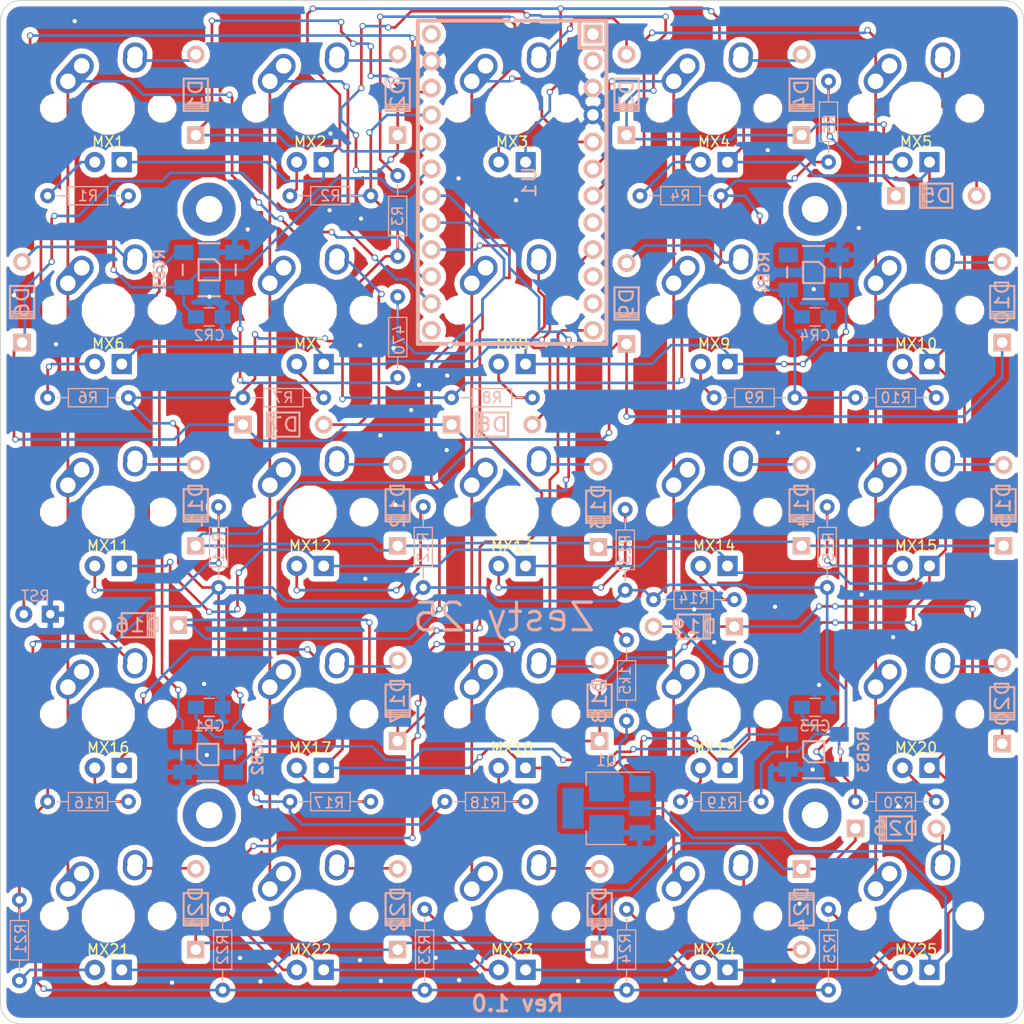
<source format=kicad_pcb>
(kicad_pcb (version 20171130) (host pcbnew "(5.0.0)")
  (layers (0 F.Cu signal) (31 B.Cu signal) (34 B.Paste user) (35 F.Paste user) (36 B.SilkS user) (37 F.SilkS user) (38 B.Mask user) (39 F.Mask user) (44 Edge.Cuts user))
  (net 0 "")
  (net 1 GND)
  (net 2 "Net-(D1-Pad1)")
  (net 3 row1)
  (net 4 "Net-(D2-Pad1)")
  (net 5 "Net-(D3-Pad1)")
  (net 6 "Net-(D4-Pad1)")
  (net 7 "Net-(D5-Pad1)")
  (net 8 "Net-(D6-Pad1)")
  (net 9 row2)
  (net 10 "Net-(D7-Pad1)")
  (net 11 "Net-(D8-Pad1)")
  (net 12 "Net-(D9-Pad1)")
  (net 13 "Net-(D10-Pad1)")
  (net 14 "Net-(D11-Pad1)")
  (net 15 "Net-(D12-Pad1)")
  (net 16 "Net-(D13-Pad1)")
  (net 17 "Net-(D14-Pad1)")
  (net 18 "Net-(D15-Pad1)")
  (net 19 "Net-(D16-Pad1)")
  (net 20 row4)
  (net 21 "Net-(D17-Pad1)")
  (net 22 "Net-(D18-Pad1)")
  (net 23 "Net-(D19-Pad1)")
  (net 24 "Net-(D20-Pad1)")
  (net 25 "Net-(D21-Pad1)")
  (net 26 row5)
  (net 27 "Net-(D22-Pad1)")
  (net 28 "Net-(D23-Pad1)")
  (net 29 "Net-(D24-Pad1)")
  (net 30 "Net-(D25-Pad1)")
  (net 31 col1)
  (net 32 "Net-(MX1-Pad3)")
  (net 33 LEDGND)
  (net 34 col2)
  (net 35 "Net-(MX2-Pad3)")
  (net 36 col3)
  (net 37 "Net-(MX3-Pad3)")
  (net 38 col4)
  (net 39 "Net-(MX4-Pad3)")
  (net 40 col5)
  (net 41 "Net-(MX5-Pad3)")
  (net 42 "Net-(MX6-Pad3)")
  (net 43 "Net-(MX7-Pad3)")
  (net 44 "Net-(MX8-Pad3)")
  (net 45 "Net-(MX9-Pad3)")
  (net 46 "Net-(MX10-Pad3)")
  (net 47 "Net-(MX11-Pad3)")
  (net 48 "Net-(MX12-Pad3)")
  (net 49 "Net-(MX13-Pad3)")
  (net 50 "Net-(MX14-Pad3)")
  (net 51 "Net-(MX15-Pad3)")
  (net 52 "Net-(MX16-Pad3)")
  (net 53 "Net-(MX17-Pad3)")
  (net 54 "Net-(MX18-Pad3)")
  (net 55 "Net-(MX19-Pad3)")
  (net 56 "Net-(MX20-Pad3)")
  (net 57 "Net-(MX21-Pad3)")
  (net 58 "Net-(MX22-Pad3)")
  (net 59 "Net-(MX23-Pad3)")
  (net 60 "Net-(MX24-Pad3)")
  (net 61 "Net-(MX25-Pad3)")
  (net 62 "Net-(NPNR1-Pad1)")
  (net 63 LedPwm)
  (net 64 "Net-(RGB1-Pad2)")
  (net 65 RGBIN)
  (net 66 "Net-(RGB2-Pad2)")
  (net 67 "Net-(RGB3-Pad2)")
  (net 68 "Net-(RGB4-Pad2)")
  (net 69 "Net-(RGBR1-Pad1)")
  (net 70 "Net-(U1-Pad24)")
  (net 71 VCC)
  (net 72 row3)
  (net 73 RST)
  (net 74 RAW)
  (net 75 "Net-(U1-Pad10)")
  (net 76 "Net-(U1-Pad11)")
  (net 77 "Net-(U1-Pad8)")
  (net 78 "Net-(U1-Pad1)")
  (net 79 "Net-(U1-Pad2)")
  (module Capacitors_SMD:C_0805_HandSoldering (layer B.Cu) (at 37.465 84.455)
    (fp_text reference CR1 (at 0 1.75) (layer B.SilkS) (effects (justify mirror)))
    (fp_text value 0.1u)
    (pad 1 smd rect (at -1.25 0) (size 1.5 1.25) (layers B.Cu B.Paste B.Mask) (net 71 VCC))
    (pad 2 smd rect (at 1.25 0) (size 1.5 1.25) (layers B.Cu B.Paste B.Mask) (net 1 GND))
  )
  (module Capacitors_SMD:C_0805_HandSoldering (layer B.Cu) (at 37.465 47.625)
    (fp_text reference CR2 (at 0 1.75) (layer B.SilkS) (effects (justify mirror)))
    (fp_text value 0.1u)
    (pad 1 smd rect (at -1.25 0) (size 1.5 1.25) (layers B.Cu B.Paste B.Mask) (net 71 VCC))
    (pad 2 smd rect (at 1.25 0) (size 1.5 1.25) (layers B.Cu B.Paste B.Mask) (net 1 GND))
  )
  (module Capacitors_SMD:C_0805_HandSoldering (layer B.Cu) (at 94.615 84.455)
    (fp_text reference CR3 (at 0 1.75) (layer B.SilkS) (effects (justify mirror)))
    (fp_text value 0.1u)
    (pad 1 smd rect (at -1.25 0) (size 1.5 1.25) (layers B.Cu B.Paste B.Mask) (net 71 VCC))
    (pad 2 smd rect (at 1.25 0) (size 1.5 1.25) (layers B.Cu B.Paste B.Mask) (net 1 GND))
  )
  (module Capacitors_SMD:C_0805_HandSoldering (layer B.Cu) (at 94.615 47.625)
    (fp_text reference CR4 (at 0 1.75) (layer B.SilkS) (effects (justify mirror)))
    (fp_text value 0.1u)
    (pad 1 smd rect (at -1.25 0) (size 1.5 1.25) (layers B.Cu B.Paste B.Mask) (net 71 VCC))
    (pad 2 smd rect (at 1.25 0) (size 1.5 1.25) (layers B.Cu B.Paste B.Mask) (net 1 GND))
  )
  (module Keyboard:DIODE (layer B.Cu) (at 36.195 26.67 270)
    (fp_text reference D1 (at 0 0 270) (layer B.SilkS) (effects (font (size 1.27 1.524) (thickness 0.2032)) (justify mirror)))
    (fp_text value DIODE hide)
    (pad 1 thru_hole circle (at -3.81 0 270) (size 1.651 1.651) (drill 0.9906) (layers *.Cu *.SilkS *.Mask) (net 2 "Net-(D1-Pad1)"))
    (pad 2 thru_hole rect (at 3.81 0 270) (size 1.651 1.651) (drill 0.9906) (layers *.Cu *.SilkS *.Mask) (net 3 row1))
  )
  (module Keyboard:DIODE (layer B.Cu) (at 55.245 26.67 270)
    (fp_text reference D2 (at 0 0 270) (layer B.SilkS) (effects (font (size 1.27 1.524) (thickness 0.2032)) (justify mirror)))
    (fp_text value DIODE hide)
    (pad 1 thru_hole circle (at -3.81 0 270) (size 1.651 1.651) (drill 0.9906) (layers *.Cu *.SilkS *.Mask) (net 4 "Net-(D2-Pad1)"))
    (pad 2 thru_hole rect (at 3.81 0 270) (size 1.651 1.651) (drill 0.9906) (layers *.Cu *.SilkS *.Mask) (net 3 row1))
  )
  (module Keyboard:DIODE (layer B.Cu) (at 76.835 26.67 270)
    (fp_text reference D3 (at 0 0 270) (layer B.SilkS) (effects (font (size 1.27 1.524) (thickness 0.2032)) (justify mirror)))
    (fp_text value DIODE hide)
    (pad 1 thru_hole circle (at -3.81 0 270) (size 1.651 1.651) (drill 0.9906) (layers *.Cu *.SilkS *.Mask) (net 5 "Net-(D3-Pad1)"))
    (pad 2 thru_hole rect (at 3.81 0 270) (size 1.651 1.651) (drill 0.9906) (layers *.Cu *.SilkS *.Mask) (net 3 row1))
  )
  (module Keyboard:DIODE (layer B.Cu) (at 93.345 26.67 270)
    (fp_text reference D4 (at 0 0 270) (layer B.SilkS) (effects (font (size 1.27 1.524) (thickness 0.2032)) (justify mirror)))
    (fp_text value DIODE hide)
    (pad 1 thru_hole circle (at -3.81 0 270) (size 1.651 1.651) (drill 0.9906) (layers *.Cu *.SilkS *.Mask) (net 6 "Net-(D4-Pad1)"))
    (pad 2 thru_hole rect (at 3.81 0 270) (size 1.651 1.651) (drill 0.9906) (layers *.Cu *.SilkS *.Mask) (net 3 row1))
  )
  (module Keyboard:DIODE (layer B.Cu) (at 106.045 36.195 180)
    (fp_text reference D5 (at 0 0 180) (layer B.SilkS) (effects (font (size 1.27 1.524) (thickness 0.2032)) (justify mirror)))
    (fp_text value DIODE hide)
    (pad 1 thru_hole circle (at -3.81 0 180) (size 1.651 1.651) (drill 0.9906) (layers *.Cu *.SilkS *.Mask) (net 7 "Net-(D5-Pad1)"))
    (pad 2 thru_hole rect (at 3.81 0 180) (size 1.651 1.651) (drill 0.9906) (layers *.Cu *.SilkS *.Mask) (net 3 row1))
  )
  (module Keyboard:DIODE (layer B.Cu) (at 19.812 46.228 270)
    (fp_text reference D6 (at 0 0 270) (layer B.SilkS) (effects (font (size 1.27 1.524) (thickness 0.2032)) (justify mirror)))
    (fp_text value DIODE hide)
    (pad 1 thru_hole circle (at -3.81 0 270) (size 1.651 1.651) (drill 0.9906) (layers *.Cu *.SilkS *.Mask) (net 8 "Net-(D6-Pad1)"))
    (pad 2 thru_hole rect (at 3.81 0 270) (size 1.651 1.651) (drill 0.9906) (layers *.Cu *.SilkS *.Mask) (net 9 row2))
  )
  (module Keyboard:DIODE (layer B.Cu) (at 44.45 57.785 180)
    (fp_text reference D7 (at 0 0 180) (layer B.SilkS) (effects (font (size 1.27 1.524) (thickness 0.2032)) (justify mirror)))
    (fp_text value DIODE hide)
    (pad 1 thru_hole circle (at -3.81 0 180) (size 1.651 1.651) (drill 0.9906) (layers *.Cu *.SilkS *.Mask) (net 10 "Net-(D7-Pad1)"))
    (pad 2 thru_hole rect (at 3.81 0 180) (size 1.651 1.651) (drill 0.9906) (layers *.Cu *.SilkS *.Mask) (net 9 row2))
  )
  (module Keyboard:DIODE (layer B.Cu) (at 64.135 57.785 180)
    (fp_text reference D8 (at 0 0 180) (layer B.SilkS) (effects (font (size 1.27 1.524) (thickness 0.2032)) (justify mirror)))
    (fp_text value DIODE hide)
    (pad 1 thru_hole circle (at -3.81 0 180) (size 1.651 1.651) (drill 0.9906) (layers *.Cu *.SilkS *.Mask) (net 11 "Net-(D8-Pad1)"))
    (pad 2 thru_hole rect (at 3.81 0 180) (size 1.651 1.651) (drill 0.9906) (layers *.Cu *.SilkS *.Mask) (net 9 row2))
  )
  (module Keyboard:DIODE (layer B.Cu) (at 76.835 46.355 270)
    (fp_text reference D9 (at 0 0 270) (layer B.SilkS) (effects (font (size 1.27 1.524) (thickness 0.2032)) (justify mirror)))
    (fp_text value DIODE hide)
    (pad 1 thru_hole circle (at -3.81 0 270) (size 1.651 1.651) (drill 0.9906) (layers *.Cu *.SilkS *.Mask) (net 12 "Net-(D9-Pad1)"))
    (pad 2 thru_hole rect (at 3.81 0 270) (size 1.651 1.651) (drill 0.9906) (layers *.Cu *.SilkS *.Mask) (net 9 row2))
  )
  (module Keyboard:DIODE (layer B.Cu) (at 112.268 46.228 270)
    (fp_text reference D10 (at 0 0 270) (layer B.SilkS) (effects (font (size 1.27 1.524) (thickness 0.2032)) (justify mirror)))
    (fp_text value DIODE hide)
    (pad 1 thru_hole circle (at -3.81 0 270) (size 1.651 1.651) (drill 0.9906) (layers *.Cu *.SilkS *.Mask) (net 13 "Net-(D10-Pad1)"))
    (pad 2 thru_hole rect (at 3.81 0 270) (size 1.651 1.651) (drill 0.9906) (layers *.Cu *.SilkS *.Mask) (net 9 row2))
  )
  (module Keyboard:DIODE (layer B.Cu) (at 36.195 65.405 270)
    (fp_text reference D11 (at 0 0 270) (layer B.SilkS) (effects (font (size 1.27 1.524) (thickness 0.2032)) (justify mirror)))
    (fp_text value DIODE hide)
    (pad 1 thru_hole circle (at -3.81 0 270) (size 1.651 1.651) (drill 0.9906) (layers *.Cu *.SilkS *.Mask) (net 14 "Net-(D11-Pad1)"))
    (pad 2 thru_hole rect (at 3.81 0 270) (size 1.651 1.651) (drill 0.9906) (layers *.Cu *.SilkS *.Mask) (net 72 row3))
  )
  (module Keyboard:DIODE (layer B.Cu) (at 55.245 65.405 270)
    (fp_text reference D12 (at 0 0 270) (layer B.SilkS) (effects (font (size 1.27 1.524) (thickness 0.2032)) (justify mirror)))
    (fp_text value DIODE hide)
    (pad 1 thru_hole circle (at -3.81 0 270) (size 1.651 1.651) (drill 0.9906) (layers *.Cu *.SilkS *.Mask) (net 15 "Net-(D12-Pad1)"))
    (pad 2 thru_hole rect (at 3.81 0 270) (size 1.651 1.651) (drill 0.9906) (layers *.Cu *.SilkS *.Mask) (net 72 row3))
  )
  (module Keyboard:DIODE (layer B.Cu) (at 74.168 65.532 270)
    (fp_text reference D13 (at 0 0 270) (layer B.SilkS) (effects (font (size 1.27 1.524) (thickness 0.2032)) (justify mirror)))
    (fp_text value DIODE hide)
    (pad 1 thru_hole circle (at -3.81 0 270) (size 1.651 1.651) (drill 0.9906) (layers *.Cu *.SilkS *.Mask) (net 16 "Net-(D13-Pad1)"))
    (pad 2 thru_hole rect (at 3.81 0 270) (size 1.651 1.651) (drill 0.9906) (layers *.Cu *.SilkS *.Mask) (net 72 row3))
  )
  (module Keyboard:DIODE (layer B.Cu) (at 93.345 65.405 270)
    (fp_text reference D14 (at 0 0 270) (layer B.SilkS) (effects (font (size 1.27 1.524) (thickness 0.2032)) (justify mirror)))
    (fp_text value DIODE hide)
    (pad 1 thru_hole circle (at -3.81 0 270) (size 1.651 1.651) (drill 0.9906) (layers *.Cu *.SilkS *.Mask) (net 17 "Net-(D14-Pad1)"))
    (pad 2 thru_hole rect (at 3.81 0 270) (size 1.651 1.651) (drill 0.9906) (layers *.Cu *.SilkS *.Mask) (net 72 row3))
  )
  (module Keyboard:DIODE (layer B.Cu) (at 112.395 65.405 270)
    (fp_text reference D15 (at 0 0 270) (layer B.SilkS) (effects (font (size 1.27 1.524) (thickness 0.2032)) (justify mirror)))
    (fp_text value DIODE hide)
    (pad 1 thru_hole circle (at -3.81 0 270) (size 1.651 1.651) (drill 0.9906) (layers *.Cu *.SilkS *.Mask) (net 18 "Net-(D15-Pad1)"))
    (pad 2 thru_hole rect (at 3.81 0 270) (size 1.651 1.651) (drill 0.9906) (layers *.Cu *.SilkS *.Mask) (net 72 row3))
  )
  (module Keyboard:DIODE (layer B.Cu) (at 30.734 76.708)
    (fp_text reference D16 (at 0 0) (layer B.SilkS) (effects (font (size 1.27 1.524) (thickness 0.2032)) (justify mirror)))
    (fp_text value DIODE hide)
    (pad 1 thru_hole circle (at -3.81 0) (size 1.651 1.651) (drill 0.9906) (layers *.Cu *.SilkS *.Mask) (net 19 "Net-(D16-Pad1)"))
    (pad 2 thru_hole rect (at 3.81 0) (size 1.651 1.651) (drill 0.9906) (layers *.Cu *.SilkS *.Mask) (net 20 row4))
  )
  (module Keyboard:DIODE (layer B.Cu) (at 55.245 83.82 270)
    (fp_text reference D17 (at 0 0 270) (layer B.SilkS) (effects (font (size 1.27 1.524) (thickness 0.2032)) (justify mirror)))
    (fp_text value DIODE hide)
    (pad 1 thru_hole circle (at -3.81 0 270) (size 1.651 1.651) (drill 0.9906) (layers *.Cu *.SilkS *.Mask) (net 21 "Net-(D17-Pad1)"))
    (pad 2 thru_hole rect (at 3.81 0 270) (size 1.651 1.651) (drill 0.9906) (layers *.Cu *.SilkS *.Mask) (net 20 row4))
  )
  (module Keyboard:DIODE (layer B.Cu) (at 74.295 83.82 270)
    (fp_text reference D18 (at 0 0 270) (layer B.SilkS) (effects (font (size 1.27 1.524) (thickness 0.2032)) (justify mirror)))
    (fp_text value DIODE hide)
    (pad 1 thru_hole circle (at -3.81 0 270) (size 1.651 1.651) (drill 0.9906) (layers *.Cu *.SilkS *.Mask) (net 22 "Net-(D18-Pad1)"))
    (pad 2 thru_hole rect (at 3.81 0 270) (size 1.651 1.651) (drill 0.9906) (layers *.Cu *.SilkS *.Mask) (net 20 row4))
  )
  (module Keyboard:DIODE (layer B.Cu) (at 83.185 76.835)
    (fp_text reference D19 (at 0 0) (layer B.SilkS) (effects (font (size 1.27 1.524) (thickness 0.2032)) (justify mirror)))
    (fp_text value DIODE hide)
    (pad 1 thru_hole circle (at -3.81 0) (size 1.651 1.651) (drill 0.9906) (layers *.Cu *.SilkS *.Mask) (net 23 "Net-(D19-Pad1)"))
    (pad 2 thru_hole rect (at 3.81 0) (size 1.651 1.651) (drill 0.9906) (layers *.Cu *.SilkS *.Mask) (net 20 row4))
  )
  (module Keyboard:DIODE (layer B.Cu) (at 112.268 84.074 270)
    (fp_text reference D20 (at 0 0 270) (layer B.SilkS) (effects (font (size 1.27 1.524) (thickness 0.2032)) (justify mirror)))
    (fp_text value DIODE hide)
    (pad 1 thru_hole circle (at -3.81 0 270) (size 1.651 1.651) (drill 0.9906) (layers *.Cu *.SilkS *.Mask) (net 24 "Net-(D20-Pad1)"))
    (pad 2 thru_hole rect (at 3.81 0 270) (size 1.651 1.651) (drill 0.9906) (layers *.Cu *.SilkS *.Mask) (net 20 row4))
  )
  (module Keyboard:DIODE (layer B.Cu) (at 36.195 103.505 270)
    (fp_text reference D21 (at 0 0 270) (layer B.SilkS) (effects (font (size 1.27 1.524) (thickness 0.2032)) (justify mirror)))
    (fp_text value DIODE hide)
    (pad 1 thru_hole circle (at -3.81 0 270) (size 1.651 1.651) (drill 0.9906) (layers *.Cu *.SilkS *.Mask) (net 25 "Net-(D21-Pad1)"))
    (pad 2 thru_hole rect (at 3.81 0 270) (size 1.651 1.651) (drill 0.9906) (layers *.Cu *.SilkS *.Mask) (net 26 row5))
  )
  (module Keyboard:DIODE (layer B.Cu) (at 55.245 103.505 270)
    (fp_text reference D22 (at 0 0 270) (layer B.SilkS) (effects (font (size 1.27 1.524) (thickness 0.2032)) (justify mirror)))
    (fp_text value DIODE hide)
    (pad 1 thru_hole circle (at -3.81 0 270) (size 1.651 1.651) (drill 0.9906) (layers *.Cu *.SilkS *.Mask) (net 27 "Net-(D22-Pad1)"))
    (pad 2 thru_hole rect (at 3.81 0 270) (size 1.651 1.651) (drill 0.9906) (layers *.Cu *.SilkS *.Mask) (net 26 row5))
  )
  (module Keyboard:DIODE (layer B.Cu) (at 74.295 103.505 270)
    (fp_text reference D23 (at 0 0 270) (layer B.SilkS) (effects (font (size 1.27 1.524) (thickness 0.2032)) (justify mirror)))
    (fp_text value DIODE hide)
    (pad 1 thru_hole circle (at -3.81 0 270) (size 1.651 1.651) (drill 0.9906) (layers *.Cu *.SilkS *.Mask) (net 28 "Net-(D23-Pad1)"))
    (pad 2 thru_hole rect (at 3.81 0 270) (size 1.651 1.651) (drill 0.9906) (layers *.Cu *.SilkS *.Mask) (net 26 row5))
  )
  (module Keyboard:DIODE (layer B.Cu) (at 93.345 103.505 90)
    (fp_text reference D24 (at 0 0 90) (layer B.SilkS) (effects (font (size 1.27 1.524) (thickness 0.2032)) (justify mirror)))
    (fp_text value DIODE hide)
    (pad 1 thru_hole circle (at -3.81 0 90) (size 1.651 1.651) (drill 0.9906) (layers *.Cu *.SilkS *.Mask) (net 29 "Net-(D24-Pad1)"))
    (pad 2 thru_hole rect (at 3.81 0 90) (size 1.651 1.651) (drill 0.9906) (layers *.Cu *.SilkS *.Mask) (net 26 row5))
  )
  (module Keyboard:DIODE (layer B.Cu) (at 102.235 95.885 180)
    (fp_text reference D25 (at 0 0 180) (layer B.SilkS) (effects (font (size 1.27 1.524) (thickness 0.2032)) (justify mirror)))
    (fp_text value DIODE hide)
    (pad 1 thru_hole circle (at -3.81 0 180) (size 1.651 1.651) (drill 0.9906) (layers *.Cu *.SilkS *.Mask) (net 30 "Net-(D25-Pad1)"))
    (pad 2 thru_hole rect (at 3.81 0 180) (size 1.651 1.651) (drill 0.9906) (layers *.Cu *.SilkS *.Mask) (net 26 row5))
  )
  (module MX_Alps_Hybrid:MX-1U (layer F.Cu) (at 27.94 27.94)
    (fp_text reference MX1 (at 0 3.175) (layer F.SilkS))
    (fp_text value MX-1.25U)
    (pad 2 thru_hole oval (at 2.5 -4.5 86.0548) (size 2.831378 2.25) (drill 1.47 (offset 0.290689 0)) (layers *.Cu *.Mask) (net 2 "Net-(D1-Pad1)"))
    (pad 2 thru_hole circle (at 2.54 -5.08) (size 2.25 2.25) (drill 1.47) (layers *.Cu *.Mask) (net 2 "Net-(D1-Pad1)"))
    (pad 1 thru_hole oval (at -3.81 -2.54 48.09963212) (size 4.211556 2.25) (drill 1.47 (offset 0.980778 0)) (layers *.Cu *.Mask) (net 31 col1))
    (pad "" np_thru_hole circle (at 0 0) (size 3.9878 3.9878) (drill 3.9878) (layers *.Cu *.Mask))
    (pad 1 thru_hole circle (at -2.5 -4) (size 2.25 2.25) (drill 1.47) (layers *.Cu *.Mask) (net 31 col1))
    (pad 3 thru_hole circle (at -1.27 5.08) (size 1.905 1.905) (drill 1.04) (layers *.Cu *.Mask) (net 32 "Net-(MX1-Pad3)"))
    (pad 4 thru_hole rect (at 1.27 5.08) (size 1.905 1.905) (drill 1.04) (layers *.Cu *.Mask) (net 33 LEDGND))
    (pad "" np_thru_hole circle (at -5.08 0 48.0996) (size 1.7018 1.7018) (drill 1.7018) (layers *.Cu *.Mask))
    (pad "" np_thru_hole circle (at 5.08 0 48.0996) (size 1.7018 1.7018) (drill 1.7018) (layers *.Cu *.Mask))
  )
  (module MX_Alps_Hybrid:MX-1U (layer F.Cu) (at 46.99 27.94)
    (fp_text reference MX2 (at 0 3.175) (layer F.SilkS))
    (fp_text value MX-1.25U)
    (pad 2 thru_hole oval (at 2.5 -4.5 86.0548) (size 2.831378 2.25) (drill 1.47 (offset 0.290689 0)) (layers *.Cu *.Mask) (net 4 "Net-(D2-Pad1)"))
    (pad 2 thru_hole circle (at 2.54 -5.08) (size 2.25 2.25) (drill 1.47) (layers *.Cu *.Mask) (net 4 "Net-(D2-Pad1)"))
    (pad 1 thru_hole oval (at -3.81 -2.54 48.09963212) (size 4.211556 2.25) (drill 1.47 (offset 0.980778 0)) (layers *.Cu *.Mask) (net 34 col2))
    (pad "" np_thru_hole circle (at 0 0) (size 3.9878 3.9878) (drill 3.9878) (layers *.Cu *.Mask))
    (pad 1 thru_hole circle (at -2.5 -4) (size 2.25 2.25) (drill 1.47) (layers *.Cu *.Mask) (net 34 col2))
    (pad 3 thru_hole circle (at -1.27 5.08) (size 1.905 1.905) (drill 1.04) (layers *.Cu *.Mask) (net 35 "Net-(MX2-Pad3)"))
    (pad 4 thru_hole rect (at 1.27 5.08) (size 1.905 1.905) (drill 1.04) (layers *.Cu *.Mask) (net 33 LEDGND))
    (pad "" np_thru_hole circle (at -5.08 0 48.0996) (size 1.7018 1.7018) (drill 1.7018) (layers *.Cu *.Mask))
    (pad "" np_thru_hole circle (at 5.08 0 48.0996) (size 1.7018 1.7018) (drill 1.7018) (layers *.Cu *.Mask))
  )
  (module MX_Alps_Hybrid:MX-1U (layer F.Cu) (at 66.04 27.94)
    (fp_text reference MX3 (at 0 3.175) (layer F.SilkS))
    (fp_text value MX-1.25U)
    (pad 2 thru_hole oval (at 2.5 -4.5 86.0548) (size 2.831378 2.25) (drill 1.47 (offset 0.290689 0)) (layers *.Cu *.Mask) (net 5 "Net-(D3-Pad1)"))
    (pad 2 thru_hole circle (at 2.54 -5.08) (size 2.25 2.25) (drill 1.47) (layers *.Cu *.Mask) (net 5 "Net-(D3-Pad1)"))
    (pad 1 thru_hole oval (at -3.81 -2.54 48.09963212) (size 4.211556 2.25) (drill 1.47 (offset 0.980778 0)) (layers *.Cu *.Mask) (net 36 col3))
    (pad "" np_thru_hole circle (at 0 0) (size 3.9878 3.9878) (drill 3.9878) (layers *.Cu *.Mask))
    (pad 1 thru_hole circle (at -2.5 -4) (size 2.25 2.25) (drill 1.47) (layers *.Cu *.Mask) (net 36 col3))
    (pad 3 thru_hole circle (at -1.27 5.08) (size 1.905 1.905) (drill 1.04) (layers *.Cu *.Mask) (net 37 "Net-(MX3-Pad3)"))
    (pad 4 thru_hole rect (at 1.27 5.08) (size 1.905 1.905) (drill 1.04) (layers *.Cu *.Mask) (net 33 LEDGND))
    (pad "" np_thru_hole circle (at -5.08 0 48.0996) (size 1.7018 1.7018) (drill 1.7018) (layers *.Cu *.Mask))
    (pad "" np_thru_hole circle (at 5.08 0 48.0996) (size 1.7018 1.7018) (drill 1.7018) (layers *.Cu *.Mask))
  )
  (module MX_Alps_Hybrid:MX-1U (layer F.Cu) (at 85.09 27.94)
    (fp_text reference MX4 (at 0 3.175) (layer F.SilkS))
    (fp_text value MX-1.25U)
    (pad 2 thru_hole oval (at 2.5 -4.5 86.0548) (size 2.831378 2.25) (drill 1.47 (offset 0.290689 0)) (layers *.Cu *.Mask) (net 6 "Net-(D4-Pad1)"))
    (pad 2 thru_hole circle (at 2.54 -5.08) (size 2.25 2.25) (drill 1.47) (layers *.Cu *.Mask) (net 6 "Net-(D4-Pad1)"))
    (pad 1 thru_hole oval (at -3.81 -2.54 48.09963212) (size 4.211556 2.25) (drill 1.47 (offset 0.980778 0)) (layers *.Cu *.Mask) (net 38 col4))
    (pad "" np_thru_hole circle (at 0 0) (size 3.9878 3.9878) (drill 3.9878) (layers *.Cu *.Mask))
    (pad 1 thru_hole circle (at -2.5 -4) (size 2.25 2.25) (drill 1.47) (layers *.Cu *.Mask) (net 38 col4))
    (pad 3 thru_hole circle (at -1.27 5.08) (size 1.905 1.905) (drill 1.04) (layers *.Cu *.Mask) (net 39 "Net-(MX4-Pad3)"))
    (pad 4 thru_hole rect (at 1.27 5.08) (size 1.905 1.905) (drill 1.04) (layers *.Cu *.Mask) (net 33 LEDGND))
    (pad "" np_thru_hole circle (at -5.08 0 48.0996) (size 1.7018 1.7018) (drill 1.7018) (layers *.Cu *.Mask))
    (pad "" np_thru_hole circle (at 5.08 0 48.0996) (size 1.7018 1.7018) (drill 1.7018) (layers *.Cu *.Mask))
  )
  (module MX_Alps_Hybrid:MX-1U (layer F.Cu) (at 104.14 27.94)
    (fp_text reference MX5 (at 0 3.175) (layer F.SilkS))
    (fp_text value MX-1.25U)
    (pad 2 thru_hole oval (at 2.5 -4.5 86.0548) (size 2.831378 2.25) (drill 1.47 (offset 0.290689 0)) (layers *.Cu *.Mask) (net 7 "Net-(D5-Pad1)"))
    (pad 2 thru_hole circle (at 2.54 -5.08) (size 2.25 2.25) (drill 1.47) (layers *.Cu *.Mask) (net 7 "Net-(D5-Pad1)"))
    (pad 1 thru_hole oval (at -3.81 -2.54 48.09963212) (size 4.211556 2.25) (drill 1.47 (offset 0.980778 0)) (layers *.Cu *.Mask) (net 40 col5))
    (pad "" np_thru_hole circle (at 0 0) (size 3.9878 3.9878) (drill 3.9878) (layers *.Cu *.Mask))
    (pad 1 thru_hole circle (at -2.5 -4) (size 2.25 2.25) (drill 1.47) (layers *.Cu *.Mask) (net 40 col5))
    (pad 3 thru_hole circle (at -1.27 5.08) (size 1.905 1.905) (drill 1.04) (layers *.Cu *.Mask) (net 41 "Net-(MX5-Pad3)"))
    (pad 4 thru_hole rect (at 1.27 5.08) (size 1.905 1.905) (drill 1.04) (layers *.Cu *.Mask) (net 33 LEDGND))
    (pad "" np_thru_hole circle (at -5.08 0 48.0996) (size 1.7018 1.7018) (drill 1.7018) (layers *.Cu *.Mask))
    (pad "" np_thru_hole circle (at 5.08 0 48.0996) (size 1.7018 1.7018) (drill 1.7018) (layers *.Cu *.Mask))
  )
  (module MX_Alps_Hybrid:MX-1U (layer F.Cu) (at 27.94 46.99)
    (fp_text reference MX6 (at 0 3.175) (layer F.SilkS))
    (fp_text value MX-1.25U)
    (pad 2 thru_hole oval (at 2.5 -4.5 86.0548) (size 2.831378 2.25) (drill 1.47 (offset 0.290689 0)) (layers *.Cu *.Mask) (net 8 "Net-(D6-Pad1)"))
    (pad 2 thru_hole circle (at 2.54 -5.08) (size 2.25 2.25) (drill 1.47) (layers *.Cu *.Mask) (net 8 "Net-(D6-Pad1)"))
    (pad 1 thru_hole oval (at -3.81 -2.54 48.09963212) (size 4.211556 2.25) (drill 1.47 (offset 0.980778 0)) (layers *.Cu *.Mask) (net 31 col1))
    (pad "" np_thru_hole circle (at 0 0) (size 3.9878 3.9878) (drill 3.9878) (layers *.Cu *.Mask))
    (pad 1 thru_hole circle (at -2.5 -4) (size 2.25 2.25) (drill 1.47) (layers *.Cu *.Mask) (net 31 col1))
    (pad 3 thru_hole circle (at -1.27 5.08) (size 1.905 1.905) (drill 1.04) (layers *.Cu *.Mask) (net 42 "Net-(MX6-Pad3)"))
    (pad 4 thru_hole rect (at 1.27 5.08) (size 1.905 1.905) (drill 1.04) (layers *.Cu *.Mask) (net 33 LEDGND))
    (pad "" np_thru_hole circle (at -5.08 0 48.0996) (size 1.7018 1.7018) (drill 1.7018) (layers *.Cu *.Mask))
    (pad "" np_thru_hole circle (at 5.08 0 48.0996) (size 1.7018 1.7018) (drill 1.7018) (layers *.Cu *.Mask))
  )
  (module MX_Alps_Hybrid:MX-1U (layer F.Cu) (at 46.99 46.99)
    (fp_text reference MX7 (at 0 3.175) (layer F.SilkS))
    (fp_text value MX-1.25U)
    (pad 2 thru_hole oval (at 2.5 -4.5 86.0548) (size 2.831378 2.25) (drill 1.47 (offset 0.290689 0)) (layers *.Cu *.Mask) (net 10 "Net-(D7-Pad1)"))
    (pad 2 thru_hole circle (at 2.54 -5.08) (size 2.25 2.25) (drill 1.47) (layers *.Cu *.Mask) (net 10 "Net-(D7-Pad1)"))
    (pad 1 thru_hole oval (at -3.81 -2.54 48.09963212) (size 4.211556 2.25) (drill 1.47 (offset 0.980778 0)) (layers *.Cu *.Mask) (net 34 col2))
    (pad "" np_thru_hole circle (at 0 0) (size 3.9878 3.9878) (drill 3.9878) (layers *.Cu *.Mask))
    (pad 1 thru_hole circle (at -2.5 -4) (size 2.25 2.25) (drill 1.47) (layers *.Cu *.Mask) (net 34 col2))
    (pad 3 thru_hole circle (at -1.27 5.08) (size 1.905 1.905) (drill 1.04) (layers *.Cu *.Mask) (net 43 "Net-(MX7-Pad3)"))
    (pad 4 thru_hole rect (at 1.27 5.08) (size 1.905 1.905) (drill 1.04) (layers *.Cu *.Mask) (net 33 LEDGND))
    (pad "" np_thru_hole circle (at -5.08 0 48.0996) (size 1.7018 1.7018) (drill 1.7018) (layers *.Cu *.Mask))
    (pad "" np_thru_hole circle (at 5.08 0 48.0996) (size 1.7018 1.7018) (drill 1.7018) (layers *.Cu *.Mask))
  )
  (module MX_Alps_Hybrid:MX-1U (layer F.Cu) (at 66.04 46.99)
    (fp_text reference MX8 (at 0 3.175) (layer F.SilkS))
    (fp_text value MX-1.25U)
    (pad 2 thru_hole oval (at 2.5 -4.5 86.0548) (size 2.831378 2.25) (drill 1.47 (offset 0.290689 0)) (layers *.Cu *.Mask) (net 11 "Net-(D8-Pad1)"))
    (pad 2 thru_hole circle (at 2.54 -5.08) (size 2.25 2.25) (drill 1.47) (layers *.Cu *.Mask) (net 11 "Net-(D8-Pad1)"))
    (pad 1 thru_hole oval (at -3.81 -2.54 48.09963212) (size 4.211556 2.25) (drill 1.47 (offset 0.980778 0)) (layers *.Cu *.Mask) (net 36 col3))
    (pad "" np_thru_hole circle (at 0 0) (size 3.9878 3.9878) (drill 3.9878) (layers *.Cu *.Mask))
    (pad 1 thru_hole circle (at -2.5 -4) (size 2.25 2.25) (drill 1.47) (layers *.Cu *.Mask) (net 36 col3))
    (pad 3 thru_hole circle (at -1.27 5.08) (size 1.905 1.905) (drill 1.04) (layers *.Cu *.Mask) (net 44 "Net-(MX8-Pad3)"))
    (pad 4 thru_hole rect (at 1.27 5.08) (size 1.905 1.905) (drill 1.04) (layers *.Cu *.Mask) (net 33 LEDGND))
    (pad "" np_thru_hole circle (at -5.08 0 48.0996) (size 1.7018 1.7018) (drill 1.7018) (layers *.Cu *.Mask))
    (pad "" np_thru_hole circle (at 5.08 0 48.0996) (size 1.7018 1.7018) (drill 1.7018) (layers *.Cu *.Mask))
  )
  (module MX_Alps_Hybrid:MX-1U (layer F.Cu) (at 85.09 46.99)
    (fp_text reference MX9 (at 0 3.175) (layer F.SilkS))
    (fp_text value MX-1.25U)
    (pad 2 thru_hole oval (at 2.5 -4.5 86.0548) (size 2.831378 2.25) (drill 1.47 (offset 0.290689 0)) (layers *.Cu *.Mask) (net 12 "Net-(D9-Pad1)"))
    (pad 2 thru_hole circle (at 2.54 -5.08) (size 2.25 2.25) (drill 1.47) (layers *.Cu *.Mask) (net 12 "Net-(D9-Pad1)"))
    (pad 1 thru_hole oval (at -3.81 -2.54 48.09963212) (size 4.211556 2.25) (drill 1.47 (offset 0.980778 0)) (layers *.Cu *.Mask) (net 38 col4))
    (pad "" np_thru_hole circle (at 0 0) (size 3.9878 3.9878) (drill 3.9878) (layers *.Cu *.Mask))
    (pad 1 thru_hole circle (at -2.5 -4) (size 2.25 2.25) (drill 1.47) (layers *.Cu *.Mask) (net 38 col4))
    (pad 3 thru_hole circle (at -1.27 5.08) (size 1.905 1.905) (drill 1.04) (layers *.Cu *.Mask) (net 45 "Net-(MX9-Pad3)"))
    (pad 4 thru_hole rect (at 1.27 5.08) (size 1.905 1.905) (drill 1.04) (layers *.Cu *.Mask) (net 33 LEDGND))
    (pad "" np_thru_hole circle (at -5.08 0 48.0996) (size 1.7018 1.7018) (drill 1.7018) (layers *.Cu *.Mask))
    (pad "" np_thru_hole circle (at 5.08 0 48.0996) (size 1.7018 1.7018) (drill 1.7018) (layers *.Cu *.Mask))
  )
  (module MX_Alps_Hybrid:MX-1U (layer F.Cu) (at 104.14 46.99)
    (fp_text reference MX10 (at 0 3.175) (layer F.SilkS))
    (fp_text value MX-1.25U)
    (pad 2 thru_hole oval (at 2.5 -4.5 86.0548) (size 2.831378 2.25) (drill 1.47 (offset 0.290689 0)) (layers *.Cu *.Mask) (net 13 "Net-(D10-Pad1)"))
    (pad 2 thru_hole circle (at 2.54 -5.08) (size 2.25 2.25) (drill 1.47) (layers *.Cu *.Mask) (net 13 "Net-(D10-Pad1)"))
    (pad 1 thru_hole oval (at -3.81 -2.54 48.09963212) (size 4.211556 2.25) (drill 1.47 (offset 0.980778 0)) (layers *.Cu *.Mask) (net 40 col5))
    (pad "" np_thru_hole circle (at 0 0) (size 3.9878 3.9878) (drill 3.9878) (layers *.Cu *.Mask))
    (pad 1 thru_hole circle (at -2.5 -4) (size 2.25 2.25) (drill 1.47) (layers *.Cu *.Mask) (net 40 col5))
    (pad 3 thru_hole circle (at -1.27 5.08) (size 1.905 1.905) (drill 1.04) (layers *.Cu *.Mask) (net 46 "Net-(MX10-Pad3)"))
    (pad 4 thru_hole rect (at 1.27 5.08) (size 1.905 1.905) (drill 1.04) (layers *.Cu *.Mask) (net 33 LEDGND))
    (pad "" np_thru_hole circle (at -5.08 0 48.0996) (size 1.7018 1.7018) (drill 1.7018) (layers *.Cu *.Mask))
    (pad "" np_thru_hole circle (at 5.08 0 48.0996) (size 1.7018 1.7018) (drill 1.7018) (layers *.Cu *.Mask))
  )
  (module MX_Alps_Hybrid:MX-1U (layer F.Cu) (at 27.94 66.04)
    (fp_text reference MX11 (at 0 3.175) (layer F.SilkS))
    (fp_text value MX-1.25U)
    (pad 2 thru_hole oval (at 2.5 -4.5 86.0548) (size 2.831378 2.25) (drill 1.47 (offset 0.290689 0)) (layers *.Cu *.Mask) (net 14 "Net-(D11-Pad1)"))
    (pad 2 thru_hole circle (at 2.54 -5.08) (size 2.25 2.25) (drill 1.47) (layers *.Cu *.Mask) (net 14 "Net-(D11-Pad1)"))
    (pad 1 thru_hole oval (at -3.81 -2.54 48.09963212) (size 4.211556 2.25) (drill 1.47 (offset 0.980778 0)) (layers *.Cu *.Mask) (net 31 col1))
    (pad "" np_thru_hole circle (at 0 0) (size 3.9878 3.9878) (drill 3.9878) (layers *.Cu *.Mask))
    (pad 1 thru_hole circle (at -2.5 -4) (size 2.25 2.25) (drill 1.47) (layers *.Cu *.Mask) (net 31 col1))
    (pad 3 thru_hole circle (at -1.27 5.08) (size 1.905 1.905) (drill 1.04) (layers *.Cu *.Mask) (net 47 "Net-(MX11-Pad3)"))
    (pad 4 thru_hole rect (at 1.27 5.08) (size 1.905 1.905) (drill 1.04) (layers *.Cu *.Mask) (net 33 LEDGND))
    (pad "" np_thru_hole circle (at -5.08 0 48.0996) (size 1.7018 1.7018) (drill 1.7018) (layers *.Cu *.Mask))
    (pad "" np_thru_hole circle (at 5.08 0 48.0996) (size 1.7018 1.7018) (drill 1.7018) (layers *.Cu *.Mask))
  )
  (module MX_Alps_Hybrid:MX-1U (layer F.Cu) (at 46.99 66.04)
    (fp_text reference MX12 (at 0 3.175) (layer F.SilkS))
    (fp_text value MX-1.25U)
    (pad 2 thru_hole oval (at 2.5 -4.5 86.0548) (size 2.831378 2.25) (drill 1.47 (offset 0.290689 0)) (layers *.Cu *.Mask) (net 15 "Net-(D12-Pad1)"))
    (pad 2 thru_hole circle (at 2.54 -5.08) (size 2.25 2.25) (drill 1.47) (layers *.Cu *.Mask) (net 15 "Net-(D12-Pad1)"))
    (pad 1 thru_hole oval (at -3.81 -2.54 48.09963212) (size 4.211556 2.25) (drill 1.47 (offset 0.980778 0)) (layers *.Cu *.Mask) (net 34 col2))
    (pad "" np_thru_hole circle (at 0 0) (size 3.9878 3.9878) (drill 3.9878) (layers *.Cu *.Mask))
    (pad 1 thru_hole circle (at -2.5 -4) (size 2.25 2.25) (drill 1.47) (layers *.Cu *.Mask) (net 34 col2))
    (pad 3 thru_hole circle (at -1.27 5.08) (size 1.905 1.905) (drill 1.04) (layers *.Cu *.Mask) (net 48 "Net-(MX12-Pad3)"))
    (pad 4 thru_hole rect (at 1.27 5.08) (size 1.905 1.905) (drill 1.04) (layers *.Cu *.Mask) (net 33 LEDGND))
    (pad "" np_thru_hole circle (at -5.08 0 48.0996) (size 1.7018 1.7018) (drill 1.7018) (layers *.Cu *.Mask))
    (pad "" np_thru_hole circle (at 5.08 0 48.0996) (size 1.7018 1.7018) (drill 1.7018) (layers *.Cu *.Mask))
  )
  (module MX_Alps_Hybrid:MX-1U (layer F.Cu) (at 66.04 66.04)
    (fp_text reference MX13 (at 0 3.175) (layer F.SilkS))
    (fp_text value MX-1.25U)
    (pad 2 thru_hole oval (at 2.5 -4.5 86.0548) (size 2.831378 2.25) (drill 1.47 (offset 0.290689 0)) (layers *.Cu *.Mask) (net 16 "Net-(D13-Pad1)"))
    (pad 2 thru_hole circle (at 2.54 -5.08) (size 2.25 2.25) (drill 1.47) (layers *.Cu *.Mask) (net 16 "Net-(D13-Pad1)"))
    (pad 1 thru_hole oval (at -3.81 -2.54 48.09963212) (size 4.211556 2.25) (drill 1.47 (offset 0.980778 0)) (layers *.Cu *.Mask) (net 36 col3))
    (pad "" np_thru_hole circle (at 0 0) (size 3.9878 3.9878) (drill 3.9878) (layers *.Cu *.Mask))
    (pad 1 thru_hole circle (at -2.5 -4) (size 2.25 2.25) (drill 1.47) (layers *.Cu *.Mask) (net 36 col3))
    (pad 3 thru_hole circle (at -1.27 5.08) (size 1.905 1.905) (drill 1.04) (layers *.Cu *.Mask) (net 49 "Net-(MX13-Pad3)"))
    (pad 4 thru_hole rect (at 1.27 5.08) (size 1.905 1.905) (drill 1.04) (layers *.Cu *.Mask) (net 33 LEDGND))
    (pad "" np_thru_hole circle (at -5.08 0 48.0996) (size 1.7018 1.7018) (drill 1.7018) (layers *.Cu *.Mask))
    (pad "" np_thru_hole circle (at 5.08 0 48.0996) (size 1.7018 1.7018) (drill 1.7018) (layers *.Cu *.Mask))
  )
  (module MX_Alps_Hybrid:MX-1U (layer F.Cu) (at 85.09 66.04)
    (fp_text reference MX14 (at 0 3.175) (layer F.SilkS))
    (fp_text value MX-1.25U)
    (pad 2 thru_hole oval (at 2.5 -4.5 86.0548) (size 2.831378 2.25) (drill 1.47 (offset 0.290689 0)) (layers *.Cu *.Mask) (net 17 "Net-(D14-Pad1)"))
    (pad 2 thru_hole circle (at 2.54 -5.08) (size 2.25 2.25) (drill 1.47) (layers *.Cu *.Mask) (net 17 "Net-(D14-Pad1)"))
    (pad 1 thru_hole oval (at -3.81 -2.54 48.09963212) (size 4.211556 2.25) (drill 1.47 (offset 0.980778 0)) (layers *.Cu *.Mask) (net 38 col4))
    (pad "" np_thru_hole circle (at 0 0) (size 3.9878 3.9878) (drill 3.9878) (layers *.Cu *.Mask))
    (pad 1 thru_hole circle (at -2.5 -4) (size 2.25 2.25) (drill 1.47) (layers *.Cu *.Mask) (net 38 col4))
    (pad 3 thru_hole circle (at -1.27 5.08) (size 1.905 1.905) (drill 1.04) (layers *.Cu *.Mask) (net 50 "Net-(MX14-Pad3)"))
    (pad 4 thru_hole rect (at 1.27 5.08) (size 1.905 1.905) (drill 1.04) (layers *.Cu *.Mask) (net 33 LEDGND))
    (pad "" np_thru_hole circle (at -5.08 0 48.0996) (size 1.7018 1.7018) (drill 1.7018) (layers *.Cu *.Mask))
    (pad "" np_thru_hole circle (at 5.08 0 48.0996) (size 1.7018 1.7018) (drill 1.7018) (layers *.Cu *.Mask))
  )
  (module MX_Alps_Hybrid:MX-1U (layer F.Cu) (at 104.14 66.04)
    (fp_text reference MX15 (at 0 3.175) (layer F.SilkS))
    (fp_text value MX-1.25U)
    (pad 2 thru_hole oval (at 2.5 -4.5 86.0548) (size 2.831378 2.25) (drill 1.47 (offset 0.290689 0)) (layers *.Cu *.Mask) (net 18 "Net-(D15-Pad1)"))
    (pad 2 thru_hole circle (at 2.54 -5.08) (size 2.25 2.25) (drill 1.47) (layers *.Cu *.Mask) (net 18 "Net-(D15-Pad1)"))
    (pad 1 thru_hole oval (at -3.81 -2.54 48.09963212) (size 4.211556 2.25) (drill 1.47 (offset 0.980778 0)) (layers *.Cu *.Mask) (net 40 col5))
    (pad "" np_thru_hole circle (at 0 0) (size 3.9878 3.9878) (drill 3.9878) (layers *.Cu *.Mask))
    (pad 1 thru_hole circle (at -2.5 -4) (size 2.25 2.25) (drill 1.47) (layers *.Cu *.Mask) (net 40 col5))
    (pad 3 thru_hole circle (at -1.27 5.08) (size 1.905 1.905) (drill 1.04) (layers *.Cu *.Mask) (net 51 "Net-(MX15-Pad3)"))
    (pad 4 thru_hole rect (at 1.27 5.08) (size 1.905 1.905) (drill 1.04) (layers *.Cu *.Mask) (net 33 LEDGND))
    (pad "" np_thru_hole circle (at -5.08 0 48.0996) (size 1.7018 1.7018) (drill 1.7018) (layers *.Cu *.Mask))
    (pad "" np_thru_hole circle (at 5.08 0 48.0996) (size 1.7018 1.7018) (drill 1.7018) (layers *.Cu *.Mask))
  )
  (module MX_Alps_Hybrid:MX-1U (layer F.Cu) (at 27.94 85.09)
    (fp_text reference MX16 (at 0 3.175) (layer F.SilkS))
    (fp_text value MX-1.25U)
    (pad 2 thru_hole oval (at 2.5 -4.5 86.0548) (size 2.831378 2.25) (drill 1.47 (offset 0.290689 0)) (layers *.Cu *.Mask) (net 19 "Net-(D16-Pad1)"))
    (pad 2 thru_hole circle (at 2.54 -5.08) (size 2.25 2.25) (drill 1.47) (layers *.Cu *.Mask) (net 19 "Net-(D16-Pad1)"))
    (pad 1 thru_hole oval (at -3.81 -2.54 48.09963212) (size 4.211556 2.25) (drill 1.47 (offset 0.980778 0)) (layers *.Cu *.Mask) (net 31 col1))
    (pad "" np_thru_hole circle (at 0 0) (size 3.9878 3.9878) (drill 3.9878) (layers *.Cu *.Mask))
    (pad 1 thru_hole circle (at -2.5 -4) (size 2.25 2.25) (drill 1.47) (layers *.Cu *.Mask) (net 31 col1))
    (pad 3 thru_hole circle (at -1.27 5.08) (size 1.905 1.905) (drill 1.04) (layers *.Cu *.Mask) (net 52 "Net-(MX16-Pad3)"))
    (pad 4 thru_hole rect (at 1.27 5.08) (size 1.905 1.905) (drill 1.04) (layers *.Cu *.Mask) (net 33 LEDGND))
    (pad "" np_thru_hole circle (at -5.08 0 48.0996) (size 1.7018 1.7018) (drill 1.7018) (layers *.Cu *.Mask))
    (pad "" np_thru_hole circle (at 5.08 0 48.0996) (size 1.7018 1.7018) (drill 1.7018) (layers *.Cu *.Mask))
  )
  (module MX_Alps_Hybrid:MX-1U (layer F.Cu) (at 46.99 85.09)
    (fp_text reference MX17 (at 0 3.175) (layer F.SilkS))
    (fp_text value MX-1.25U)
    (pad 2 thru_hole oval (at 2.5 -4.5 86.0548) (size 2.831378 2.25) (drill 1.47 (offset 0.290689 0)) (layers *.Cu *.Mask) (net 21 "Net-(D17-Pad1)"))
    (pad 2 thru_hole circle (at 2.54 -5.08) (size 2.25 2.25) (drill 1.47) (layers *.Cu *.Mask) (net 21 "Net-(D17-Pad1)"))
    (pad 1 thru_hole oval (at -3.81 -2.54 48.09963212) (size 4.211556 2.25) (drill 1.47 (offset 0.980778 0)) (layers *.Cu *.Mask) (net 34 col2))
    (pad "" np_thru_hole circle (at 0 0) (size 3.9878 3.9878) (drill 3.9878) (layers *.Cu *.Mask))
    (pad 1 thru_hole circle (at -2.5 -4) (size 2.25 2.25) (drill 1.47) (layers *.Cu *.Mask) (net 34 col2))
    (pad 3 thru_hole circle (at -1.27 5.08) (size 1.905 1.905) (drill 1.04) (layers *.Cu *.Mask) (net 53 "Net-(MX17-Pad3)"))
    (pad 4 thru_hole rect (at 1.27 5.08) (size 1.905 1.905) (drill 1.04) (layers *.Cu *.Mask) (net 33 LEDGND))
    (pad "" np_thru_hole circle (at -5.08 0 48.0996) (size 1.7018 1.7018) (drill 1.7018) (layers *.Cu *.Mask))
    (pad "" np_thru_hole circle (at 5.08 0 48.0996) (size 1.7018 1.7018) (drill 1.7018) (layers *.Cu *.Mask))
  )
  (module MX_Alps_Hybrid:MX-1U (layer F.Cu) (at 66.04 85.09)
    (fp_text reference MX18 (at 0 3.175) (layer F.SilkS))
    (fp_text value MX-1.25U)
    (pad 2 thru_hole oval (at 2.5 -4.5 86.0548) (size 2.831378 2.25) (drill 1.47 (offset 0.290689 0)) (layers *.Cu *.Mask) (net 22 "Net-(D18-Pad1)"))
    (pad 2 thru_hole circle (at 2.54 -5.08) (size 2.25 2.25) (drill 1.47) (layers *.Cu *.Mask) (net 22 "Net-(D18-Pad1)"))
    (pad 1 thru_hole oval (at -3.81 -2.54 48.09963212) (size 4.211556 2.25) (drill 1.47 (offset 0.980778 0)) (layers *.Cu *.Mask) (net 36 col3))
    (pad "" np_thru_hole circle (at 0 0) (size 3.9878 3.9878) (drill 3.9878) (layers *.Cu *.Mask))
    (pad 1 thru_hole circle (at -2.5 -4) (size 2.25 2.25) (drill 1.47) (layers *.Cu *.Mask) (net 36 col3))
    (pad 3 thru_hole circle (at -1.27 5.08) (size 1.905 1.905) (drill 1.04) (layers *.Cu *.Mask) (net 54 "Net-(MX18-Pad3)"))
    (pad 4 thru_hole rect (at 1.27 5.08) (size 1.905 1.905) (drill 1.04) (layers *.Cu *.Mask) (net 33 LEDGND))
    (pad "" np_thru_hole circle (at -5.08 0 48.0996) (size 1.7018 1.7018) (drill 1.7018) (layers *.Cu *.Mask))
    (pad "" np_thru_hole circle (at 5.08 0 48.0996) (size 1.7018 1.7018) (drill 1.7018) (layers *.Cu *.Mask))
  )
  (module MX_Alps_Hybrid:MX-1U (layer F.Cu) (at 85.09 85.09)
    (fp_text reference MX19 (at 0 3.175) (layer F.SilkS))
    (fp_text value MX-1.25U)
    (pad 2 thru_hole oval (at 2.5 -4.5 86.0548) (size 2.831378 2.25) (drill 1.47 (offset 0.290689 0)) (layers *.Cu *.Mask) (net 23 "Net-(D19-Pad1)"))
    (pad 2 thru_hole circle (at 2.54 -5.08) (size 2.25 2.25) (drill 1.47) (layers *.Cu *.Mask) (net 23 "Net-(D19-Pad1)"))
    (pad 1 thru_hole oval (at -3.81 -2.54 48.09963212) (size 4.211556 2.25) (drill 1.47 (offset 0.980778 0)) (layers *.Cu *.Mask) (net 38 col4))
    (pad "" np_thru_hole circle (at 0 0) (size 3.9878 3.9878) (drill 3.9878) (layers *.Cu *.Mask))
    (pad 1 thru_hole circle (at -2.5 -4) (size 2.25 2.25) (drill 1.47) (layers *.Cu *.Mask) (net 38 col4))
    (pad 3 thru_hole circle (at -1.27 5.08) (size 1.905 1.905) (drill 1.04) (layers *.Cu *.Mask) (net 55 "Net-(MX19-Pad3)"))
    (pad 4 thru_hole rect (at 1.27 5.08) (size 1.905 1.905) (drill 1.04) (layers *.Cu *.Mask) (net 33 LEDGND))
    (pad "" np_thru_hole circle (at -5.08 0 48.0996) (size 1.7018 1.7018) (drill 1.7018) (layers *.Cu *.Mask))
    (pad "" np_thru_hole circle (at 5.08 0 48.0996) (size 1.7018 1.7018) (drill 1.7018) (layers *.Cu *.Mask))
  )
  (module MX_Alps_Hybrid:MX-1U (layer F.Cu) (at 104.14 85.09)
    (fp_text reference MX20 (at 0 3.175) (layer F.SilkS))
    (fp_text value MX-1.25U)
    (pad 2 thru_hole oval (at 2.5 -4.5 86.0548) (size 2.831378 2.25) (drill 1.47 (offset 0.290689 0)) (layers *.Cu *.Mask) (net 24 "Net-(D20-Pad1)"))
    (pad 2 thru_hole circle (at 2.54 -5.08) (size 2.25 2.25) (drill 1.47) (layers *.Cu *.Mask) (net 24 "Net-(D20-Pad1)"))
    (pad 1 thru_hole oval (at -3.81 -2.54 48.09963212) (size 4.211556 2.25) (drill 1.47 (offset 0.980778 0)) (layers *.Cu *.Mask) (net 40 col5))
    (pad "" np_thru_hole circle (at 0 0) (size 3.9878 3.9878) (drill 3.9878) (layers *.Cu *.Mask))
    (pad 1 thru_hole circle (at -2.5 -4) (size 2.25 2.25) (drill 1.47) (layers *.Cu *.Mask) (net 40 col5))
    (pad 3 thru_hole circle (at -1.27 5.08) (size 1.905 1.905) (drill 1.04) (layers *.Cu *.Mask) (net 56 "Net-(MX20-Pad3)"))
    (pad 4 thru_hole rect (at 1.27 5.08) (size 1.905 1.905) (drill 1.04) (layers *.Cu *.Mask) (net 33 LEDGND))
    (pad "" np_thru_hole circle (at -5.08 0 48.0996) (size 1.7018 1.7018) (drill 1.7018) (layers *.Cu *.Mask))
    (pad "" np_thru_hole circle (at 5.08 0 48.0996) (size 1.7018 1.7018) (drill 1.7018) (layers *.Cu *.Mask))
  )
  (module MX_Alps_Hybrid:MX-1U (layer F.Cu) (at 27.94 104.14)
    (fp_text reference MX21 (at 0 3.175) (layer F.SilkS))
    (fp_text value MX-1.25U)
    (pad 2 thru_hole oval (at 2.5 -4.5 86.0548) (size 2.831378 2.25) (drill 1.47 (offset 0.290689 0)) (layers *.Cu *.Mask) (net 25 "Net-(D21-Pad1)"))
    (pad 2 thru_hole circle (at 2.54 -5.08) (size 2.25 2.25) (drill 1.47) (layers *.Cu *.Mask) (net 25 "Net-(D21-Pad1)"))
    (pad 1 thru_hole oval (at -3.81 -2.54 48.09963212) (size 4.211556 2.25) (drill 1.47 (offset 0.980778 0)) (layers *.Cu *.Mask) (net 31 col1))
    (pad "" np_thru_hole circle (at 0 0) (size 3.9878 3.9878) (drill 3.9878) (layers *.Cu *.Mask))
    (pad 1 thru_hole circle (at -2.5 -4) (size 2.25 2.25) (drill 1.47) (layers *.Cu *.Mask) (net 31 col1))
    (pad 3 thru_hole circle (at -1.27 5.08) (size 1.905 1.905) (drill 1.04) (layers *.Cu *.Mask) (net 57 "Net-(MX21-Pad3)"))
    (pad 4 thru_hole rect (at 1.27 5.08) (size 1.905 1.905) (drill 1.04) (layers *.Cu *.Mask) (net 33 LEDGND))
    (pad "" np_thru_hole circle (at -5.08 0 48.0996) (size 1.7018 1.7018) (drill 1.7018) (layers *.Cu *.Mask))
    (pad "" np_thru_hole circle (at 5.08 0 48.0996) (size 1.7018 1.7018) (drill 1.7018) (layers *.Cu *.Mask))
  )
  (module MX_Alps_Hybrid:MX-1U (layer F.Cu) (at 46.99 104.14)
    (fp_text reference MX22 (at 0 3.175) (layer F.SilkS))
    (fp_text value MX-1.25U)
    (pad 2 thru_hole oval (at 2.5 -4.5 86.0548) (size 2.831378 2.25) (drill 1.47 (offset 0.290689 0)) (layers *.Cu *.Mask) (net 27 "Net-(D22-Pad1)"))
    (pad 2 thru_hole circle (at 2.54 -5.08) (size 2.25 2.25) (drill 1.47) (layers *.Cu *.Mask) (net 27 "Net-(D22-Pad1)"))
    (pad 1 thru_hole oval (at -3.81 -2.54 48.09963212) (size 4.211556 2.25) (drill 1.47 (offset 0.980778 0)) (layers *.Cu *.Mask) (net 34 col2))
    (pad "" np_thru_hole circle (at 0 0) (size 3.9878 3.9878) (drill 3.9878) (layers *.Cu *.Mask))
    (pad 1 thru_hole circle (at -2.5 -4) (size 2.25 2.25) (drill 1.47) (layers *.Cu *.Mask) (net 34 col2))
    (pad 3 thru_hole circle (at -1.27 5.08) (size 1.905 1.905) (drill 1.04) (layers *.Cu *.Mask) (net 58 "Net-(MX22-Pad3)"))
    (pad 4 thru_hole rect (at 1.27 5.08) (size 1.905 1.905) (drill 1.04) (layers *.Cu *.Mask) (net 33 LEDGND))
    (pad "" np_thru_hole circle (at -5.08 0 48.0996) (size 1.7018 1.7018) (drill 1.7018) (layers *.Cu *.Mask))
    (pad "" np_thru_hole circle (at 5.08 0 48.0996) (size 1.7018 1.7018) (drill 1.7018) (layers *.Cu *.Mask))
  )
  (module MX_Alps_Hybrid:MX-1U (layer F.Cu) (at 66.04 104.14)
    (fp_text reference MX23 (at 0 3.175) (layer F.SilkS))
    (fp_text value MX-1.25U)
    (pad 2 thru_hole oval (at 2.5 -4.5 86.0548) (size 2.831378 2.25) (drill 1.47 (offset 0.290689 0)) (layers *.Cu *.Mask) (net 28 "Net-(D23-Pad1)"))
    (pad 2 thru_hole circle (at 2.54 -5.08) (size 2.25 2.25) (drill 1.47) (layers *.Cu *.Mask) (net 28 "Net-(D23-Pad1)"))
    (pad 1 thru_hole oval (at -3.81 -2.54 48.09963212) (size 4.211556 2.25) (drill 1.47 (offset 0.980778 0)) (layers *.Cu *.Mask) (net 36 col3))
    (pad "" np_thru_hole circle (at 0 0) (size 3.9878 3.9878) (drill 3.9878) (layers *.Cu *.Mask))
    (pad 1 thru_hole circle (at -2.5 -4) (size 2.25 2.25) (drill 1.47) (layers *.Cu *.Mask) (net 36 col3))
    (pad 3 thru_hole circle (at -1.27 5.08) (size 1.905 1.905) (drill 1.04) (layers *.Cu *.Mask) (net 59 "Net-(MX23-Pad3)"))
    (pad 4 thru_hole rect (at 1.27 5.08) (size 1.905 1.905) (drill 1.04) (layers *.Cu *.Mask) (net 33 LEDGND))
    (pad "" np_thru_hole circle (at -5.08 0 48.0996) (size 1.7018 1.7018) (drill 1.7018) (layers *.Cu *.Mask))
    (pad "" np_thru_hole circle (at 5.08 0 48.0996) (size 1.7018 1.7018) (drill 1.7018) (layers *.Cu *.Mask))
  )
  (module MX_Alps_Hybrid:MX-1U (layer F.Cu) (at 85.09 104.14)
    (fp_text reference MX24 (at 0 3.175) (layer F.SilkS))
    (fp_text value MX-1.25U)
    (pad 2 thru_hole oval (at 2.5 -4.5 86.0548) (size 2.831378 2.25) (drill 1.47 (offset 0.290689 0)) (layers *.Cu *.Mask) (net 29 "Net-(D24-Pad1)"))
    (pad 2 thru_hole circle (at 2.54 -5.08) (size 2.25 2.25) (drill 1.47) (layers *.Cu *.Mask) (net 29 "Net-(D24-Pad1)"))
    (pad 1 thru_hole oval (at -3.81 -2.54 48.09963212) (size 4.211556 2.25) (drill 1.47 (offset 0.980778 0)) (layers *.Cu *.Mask) (net 38 col4))
    (pad "" np_thru_hole circle (at 0 0) (size 3.9878 3.9878) (drill 3.9878) (layers *.Cu *.Mask))
    (pad 1 thru_hole circle (at -2.5 -4) (size 2.25 2.25) (drill 1.47) (layers *.Cu *.Mask) (net 38 col4))
    (pad 3 thru_hole circle (at -1.27 5.08) (size 1.905 1.905) (drill 1.04) (layers *.Cu *.Mask) (net 60 "Net-(MX24-Pad3)"))
    (pad 4 thru_hole rect (at 1.27 5.08) (size 1.905 1.905) (drill 1.04) (layers *.Cu *.Mask) (net 33 LEDGND))
    (pad "" np_thru_hole circle (at -5.08 0 48.0996) (size 1.7018 1.7018) (drill 1.7018) (layers *.Cu *.Mask))
    (pad "" np_thru_hole circle (at 5.08 0 48.0996) (size 1.7018 1.7018) (drill 1.7018) (layers *.Cu *.Mask))
  )
  (module MX_Alps_Hybrid:MX-1U (layer F.Cu) (at 104.14 104.14)
    (fp_text reference MX25 (at 0 3.175) (layer F.SilkS))
    (fp_text value MX-1.25U)
    (pad 2 thru_hole oval (at 2.5 -4.5 86.0548) (size 2.831378 2.25) (drill 1.47 (offset 0.290689 0)) (layers *.Cu *.Mask) (net 30 "Net-(D25-Pad1)"))
    (pad 2 thru_hole circle (at 2.54 -5.08) (size 2.25 2.25) (drill 1.47) (layers *.Cu *.Mask) (net 30 "Net-(D25-Pad1)"))
    (pad 1 thru_hole oval (at -3.81 -2.54 48.09963212) (size 4.211556 2.25) (drill 1.47 (offset 0.980778 0)) (layers *.Cu *.Mask) (net 40 col5))
    (pad "" np_thru_hole circle (at 0 0) (size 3.9878 3.9878) (drill 3.9878) (layers *.Cu *.Mask))
    (pad 1 thru_hole circle (at -2.5 -4) (size 2.25 2.25) (drill 1.47) (layers *.Cu *.Mask) (net 40 col5))
    (pad 3 thru_hole circle (at -1.27 5.08) (size 1.905 1.905) (drill 1.04) (layers *.Cu *.Mask) (net 61 "Net-(MX25-Pad3)"))
    (pad 4 thru_hole rect (at 1.27 5.08) (size 1.905 1.905) (drill 1.04) (layers *.Cu *.Mask) (net 33 LEDGND))
    (pad "" np_thru_hole circle (at -5.08 0 48.0996) (size 1.7018 1.7018) (drill 1.7018) (layers *.Cu *.Mask))
    (pad "" np_thru_hole circle (at 5.08 0 48.0996) (size 1.7018 1.7018) (drill 1.7018) (layers *.Cu *.Mask))
  )
  (module Resistors_THT:R_Axial_DIN0204_L3.6mm_D1.6mm_P7.62mm_Horizontal (layer B.Cu) (at 76.835 85.725 90)
    (fp_text reference 1k5 (at 3.81 -0.127 90) (layer B.SilkS) (effects (justify mirror)))
    (fp_text value 1.5k)
    (pad 1 thru_hole circle (at 0 0 90) (size 1.4 1.4) (drill 0.7) (layers *.Cu *.Mask) (net 62 "Net-(NPNR1-Pad1)"))
    (pad 2 thru_hole oval (at 7.62 0 90) (size 1.4 1.4) (drill 0.7) (layers *.Cu *.Mask) (net 63 LedPwm))
  )
  (module TO_SOT_Packages_SMD:SOT-223-3_TabPin2 (layer B.Cu) (at 74.93 93.98 180)
    (fp_text reference Q1 (at 0 4.5 180) (layer B.SilkS) (effects (justify mirror)))
    (fp_text value Q_NPN_BCE)
    (pad 2 smd rect (at 3.15 0 180) (size 2 3.8) (layers B.Cu B.Paste B.Mask) (net 33 LEDGND))
    (pad 2 smd rect (at -3.15 0 180) (size 2 1.5) (layers B.Cu B.Paste B.Mask) (net 33 LEDGND))
    (pad 3 smd rect (at -3.15 -2.3 180) (size 2 1.5) (layers B.Cu B.Paste B.Mask) (net 1 GND))
    (pad 1 smd rect (at -3.15 2.3 180) (size 2 1.5) (layers B.Cu B.Paste B.Mask) (net 62 "Net-(NPNR1-Pad1)"))
  )
  (module Resistors_THT:R_Axial_DIN0204_L3.6mm_D1.6mm_P7.62mm_Horizontal (layer B.Cu) (at 22.225 36.195)
    (fp_text reference R1 (at 3.81 0) (layer B.SilkS) (effects (justify mirror)))
    (fp_text value R1)
    (pad 1 thru_hole circle (at 0 0) (size 1.4 1.4) (drill 0.7) (layers *.Cu *.Mask) (net 32 "Net-(MX1-Pad3)"))
    (pad 2 thru_hole oval (at 7.62 0) (size 1.4 1.4) (drill 0.7) (layers *.Cu *.Mask) (net 71 VCC))
  )
  (module Resistors_THT:R_Axial_DIN0204_L3.6mm_D1.6mm_P7.62mm_Horizontal (layer B.Cu) (at 45.085 36.195)
    (fp_text reference R2 (at 3.81 0) (layer B.SilkS) (effects (justify mirror)))
    (fp_text value R2)
    (pad 1 thru_hole circle (at 0 0) (size 1.4 1.4) (drill 0.7) (layers *.Cu *.Mask) (net 35 "Net-(MX2-Pad3)"))
    (pad 2 thru_hole oval (at 7.62 0) (size 1.4 1.4) (drill 0.7) (layers *.Cu *.Mask) (net 71 VCC))
  )
  (module Resistors_THT:R_Axial_DIN0204_L3.6mm_D1.6mm_P7.62mm_Horizontal (layer B.Cu) (at 55.245 34.29 270)
    (fp_text reference R3 (at 3.81 0 270) (layer B.SilkS) (effects (justify mirror)))
    (fp_text value R3)
    (pad 1 thru_hole circle (at 0 0 270) (size 1.4 1.4) (drill 0.7) (layers *.Cu *.Mask) (net 37 "Net-(MX3-Pad3)"))
    (pad 2 thru_hole oval (at 7.62 0 270) (size 1.4 1.4) (drill 0.7) (layers *.Cu *.Mask) (net 71 VCC))
  )
  (module Resistors_THT:R_Axial_DIN0204_L3.6mm_D1.6mm_P7.62mm_Horizontal (layer B.Cu) (at 78.105 36.195)
    (fp_text reference R4 (at 3.81 0) (layer B.SilkS) (effects (justify mirror)))
    (fp_text value R4)
    (pad 1 thru_hole circle (at 0 0) (size 1.4 1.4) (drill 0.7) (layers *.Cu *.Mask) (net 39 "Net-(MX4-Pad3)"))
    (pad 2 thru_hole oval (at 7.62 0) (size 1.4 1.4) (drill 0.7) (layers *.Cu *.Mask) (net 71 VCC))
  )
  (module Resistors_THT:R_Axial_DIN0204_L3.6mm_D1.6mm_P7.62mm_Horizontal (layer B.Cu) (at 95.885 25.4 270)
    (fp_text reference R5 (at 4.064 -0.127 270) (layer B.SilkS) (effects (justify mirror)))
    (fp_text value R5)
    (pad 1 thru_hole circle (at 0 0 270) (size 1.4 1.4) (drill 0.7) (layers *.Cu *.Mask) (net 41 "Net-(MX5-Pad3)"))
    (pad 2 thru_hole oval (at 7.62 0 270) (size 1.4 1.4) (drill 0.7) (layers *.Cu *.Mask) (net 71 VCC))
  )
  (module Resistors_THT:R_Axial_DIN0204_L3.6mm_D1.6mm_P7.62mm_Horizontal (layer B.Cu) (at 22.225 55.245)
    (fp_text reference R6 (at 3.81 0) (layer B.SilkS) (effects (justify mirror)))
    (fp_text value R6)
    (pad 1 thru_hole circle (at 0 0) (size 1.4 1.4) (drill 0.7) (layers *.Cu *.Mask) (net 42 "Net-(MX6-Pad3)"))
    (pad 2 thru_hole oval (at 7.62 0) (size 1.4 1.4) (drill 0.7) (layers *.Cu *.Mask) (net 71 VCC))
  )
  (module Resistors_THT:R_Axial_DIN0204_L3.6mm_D1.6mm_P7.62mm_Horizontal (layer B.Cu) (at 48.26 55.245 180)
    (fp_text reference R7 (at 3.81 0 180) (layer B.SilkS) (effects (justify mirror)))
    (fp_text value R7)
    (pad 1 thru_hole circle (at 0 0 180) (size 1.4 1.4) (drill 0.7) (layers *.Cu *.Mask) (net 43 "Net-(MX7-Pad3)"))
    (pad 2 thru_hole oval (at 7.62 0 180) (size 1.4 1.4) (drill 0.7) (layers *.Cu *.Mask) (net 71 VCC))
  )
  (module Resistors_THT:R_Axial_DIN0204_L3.6mm_D1.6mm_P7.62mm_Horizontal (layer B.Cu) (at 67.945 55.245 180)
    (fp_text reference R8 (at 3.81 0 180) (layer B.SilkS) (effects (justify mirror)))
    (fp_text value R8)
    (pad 1 thru_hole circle (at 0 0 180) (size 1.4 1.4) (drill 0.7) (layers *.Cu *.Mask) (net 44 "Net-(MX8-Pad3)"))
    (pad 2 thru_hole oval (at 7.62 0 180) (size 1.4 1.4) (drill 0.7) (layers *.Cu *.Mask) (net 71 VCC))
  )
  (module Resistors_THT:R_Axial_DIN0204_L3.6mm_D1.6mm_P7.62mm_Horizontal (layer B.Cu) (at 85.09 55.245)
    (fp_text reference R9 (at 3.81 0) (layer B.SilkS) (effects (justify mirror)))
    (fp_text value R9)
    (pad 1 thru_hole circle (at 0 0) (size 1.4 1.4) (drill 0.7) (layers *.Cu *.Mask) (net 45 "Net-(MX9-Pad3)"))
    (pad 2 thru_hole oval (at 7.62 0) (size 1.4 1.4) (drill 0.7) (layers *.Cu *.Mask) (net 71 VCC))
  )
  (module Resistors_THT:R_Axial_DIN0204_L3.6mm_D1.6mm_P7.62mm_Horizontal (layer B.Cu) (at 106.045 55.245 180)
    (fp_text reference R10 (at 3.81 0 180) (layer B.SilkS) (effects (justify mirror)))
    (fp_text value R10)
    (pad 1 thru_hole circle (at 0 0 180) (size 1.4 1.4) (drill 0.7) (layers *.Cu *.Mask) (net 46 "Net-(MX10-Pad3)"))
    (pad 2 thru_hole oval (at 7.62 0 180) (size 1.4 1.4) (drill 0.7) (layers *.Cu *.Mask) (net 71 VCC))
  )
  (module Resistors_THT:R_Axial_DIN0204_L3.6mm_D1.6mm_P7.62mm_Horizontal (layer B.Cu) (at 38.354 65.532 270)
    (fp_text reference R11 (at 3.81 0 270) (layer B.SilkS) (effects (justify mirror)))
    (fp_text value R11)
    (pad 1 thru_hole circle (at 0 0 270) (size 1.4 1.4) (drill 0.7) (layers *.Cu *.Mask) (net 47 "Net-(MX11-Pad3)"))
    (pad 2 thru_hole oval (at 7.62 0 270) (size 1.4 1.4) (drill 0.7) (layers *.Cu *.Mask) (net 71 VCC))
  )
  (module Resistors_THT:R_Axial_DIN0204_L3.6mm_D1.6mm_P7.62mm_Horizontal (layer B.Cu) (at 57.658 65.532 270)
    (fp_text reference R12 (at 3.81 0 270) (layer B.SilkS) (effects (justify mirror)))
    (fp_text value R12)
    (pad 1 thru_hole circle (at 0 0 270) (size 1.4 1.4) (drill 0.7) (layers *.Cu *.Mask) (net 48 "Net-(MX12-Pad3)"))
    (pad 2 thru_hole oval (at 7.62 0 270) (size 1.4 1.4) (drill 0.7) (layers *.Cu *.Mask) (net 71 VCC))
  )
  (module Resistors_THT:R_Axial_DIN0204_L3.6mm_D1.6mm_P7.62mm_Horizontal (layer B.Cu) (at 76.708 65.786 270)
    (fp_text reference R13 (at 3.81 0 270) (layer B.SilkS) (effects (justify mirror)))
    (fp_text value R13)
    (pad 1 thru_hole circle (at 0 0 270) (size 1.4 1.4) (drill 0.7) (layers *.Cu *.Mask) (net 49 "Net-(MX13-Pad3)"))
    (pad 2 thru_hole oval (at 7.62 0 270) (size 1.4 1.4) (drill 0.7) (layers *.Cu *.Mask) (net 71 VCC))
  )
  (module Resistors_THT:R_Axial_DIN0204_L3.6mm_D1.6mm_P7.62mm_Horizontal (layer B.Cu) (at 86.995 74.295 180)
    (fp_text reference R14 (at 3.81 0.127 180) (layer B.SilkS) (effects (justify mirror)))
    (fp_text value R14)
    (pad 1 thru_hole circle (at 0 0 180) (size 1.4 1.4) (drill 0.7) (layers *.Cu *.Mask) (net 50 "Net-(MX14-Pad3)"))
    (pad 2 thru_hole oval (at 7.62 0 180) (size 1.4 1.4) (drill 0.7) (layers *.Cu *.Mask) (net 71 VCC))
  )
  (module Resistors_THT:R_Axial_DIN0204_L3.6mm_D1.6mm_P7.62mm_Horizontal (layer B.Cu) (at 95.758 65.532 270)
    (fp_text reference R15 (at 3.81 -0.127 270) (layer B.SilkS) (effects (justify mirror)))
    (fp_text value R15)
    (pad 1 thru_hole circle (at 0 0 270) (size 1.4 1.4) (drill 0.7) (layers *.Cu *.Mask) (net 51 "Net-(MX15-Pad3)"))
    (pad 2 thru_hole oval (at 7.62 0 270) (size 1.4 1.4) (drill 0.7) (layers *.Cu *.Mask) (net 71 VCC))
  )
  (module Resistors_THT:R_Axial_DIN0204_L3.6mm_D1.6mm_P7.62mm_Horizontal (layer B.Cu) (at 29.845 93.345 180)
    (fp_text reference R16 (at 3.683 -0.127 180) (layer B.SilkS) (effects (justify mirror)))
    (fp_text value R16)
    (pad 1 thru_hole circle (at 0 0 180) (size 1.4 1.4) (drill 0.7) (layers *.Cu *.Mask) (net 52 "Net-(MX16-Pad3)"))
    (pad 2 thru_hole oval (at 7.62 0 180) (size 1.4 1.4) (drill 0.7) (layers *.Cu *.Mask) (net 71 VCC))
  )
  (module Resistors_THT:R_Axial_DIN0204_L3.6mm_D1.6mm_P7.62mm_Horizontal (layer B.Cu) (at 52.705 93.345 180)
    (fp_text reference R17 (at 3.937 -0.127 180) (layer B.SilkS) (effects (justify mirror)))
    (fp_text value R17)
    (pad 1 thru_hole circle (at 0 0 180) (size 1.4 1.4) (drill 0.7) (layers *.Cu *.Mask) (net 53 "Net-(MX17-Pad3)"))
    (pad 2 thru_hole oval (at 7.62 0 180) (size 1.4 1.4) (drill 0.7) (layers *.Cu *.Mask) (net 71 VCC))
  )
  (module Resistors_THT:R_Axial_DIN0204_L3.6mm_D1.6mm_P7.62mm_Horizontal (layer B.Cu) (at 67.31 93.345 180)
    (fp_text reference R18 (at 3.81 -0.127 180) (layer B.SilkS) (effects (justify mirror)))
    (fp_text value R18)
    (pad 1 thru_hole circle (at 0 0 180) (size 1.4 1.4) (drill 0.7) (layers *.Cu *.Mask) (net 54 "Net-(MX18-Pad3)"))
    (pad 2 thru_hole oval (at 7.62 0 180) (size 1.4 1.4) (drill 0.7) (layers *.Cu *.Mask) (net 71 VCC))
  )
  (module Resistors_THT:R_Axial_DIN0204_L3.6mm_D1.6mm_P7.62mm_Horizontal (layer B.Cu) (at 81.915 93.345)
    (fp_text reference R19 (at 3.937 0.127) (layer B.SilkS) (effects (justify mirror)))
    (fp_text value R19)
    (pad 1 thru_hole circle (at 0 0) (size 1.4 1.4) (drill 0.7) (layers *.Cu *.Mask) (net 55 "Net-(MX19-Pad3)"))
    (pad 2 thru_hole oval (at 7.62 0) (size 1.4 1.4) (drill 0.7) (layers *.Cu *.Mask) (net 71 VCC))
  )
  (module Resistors_THT:R_Axial_DIN0204_L3.6mm_D1.6mm_P7.62mm_Horizontal (layer B.Cu) (at 106.045 93.345 180)
    (fp_text reference R20 (at 3.556 -0.127 180) (layer B.SilkS) (effects (justify mirror)))
    (fp_text value R20)
    (pad 1 thru_hole circle (at 0 0 180) (size 1.4 1.4) (drill 0.7) (layers *.Cu *.Mask) (net 56 "Net-(MX20-Pad3)"))
    (pad 2 thru_hole oval (at 7.62 0 180) (size 1.4 1.4) (drill 0.7) (layers *.Cu *.Mask) (net 71 VCC))
  )
  (module Resistors_THT:R_Axial_DIN0204_L3.6mm_D1.6mm_P7.62mm_Horizontal (layer B.Cu) (at 19.558 110.236 90)
    (fp_text reference R21 (at 3.937 0.127 90) (layer B.SilkS) (effects (justify mirror)))
    (fp_text value R_Small)
    (pad 1 thru_hole circle (at 0 0 90) (size 1.4 1.4) (drill 0.7) (layers *.Cu *.Mask) (net 57 "Net-(MX21-Pad3)"))
    (pad 2 thru_hole oval (at 7.62 0 90) (size 1.4 1.4) (drill 0.7) (layers *.Cu *.Mask) (net 71 VCC))
  )
  (module Resistors_THT:R_Axial_DIN0204_L3.6mm_D1.6mm_P7.62mm_Horizontal (layer B.Cu) (at 38.735 103.505 270)
    (fp_text reference R22 (at 3.81 0 270) (layer B.SilkS) (effects (justify mirror)))
    (fp_text value R22)
    (pad 1 thru_hole circle (at 0 0 270) (size 1.4 1.4) (drill 0.7) (layers *.Cu *.Mask) (net 58 "Net-(MX22-Pad3)"))
    (pad 2 thru_hole oval (at 7.62 0 270) (size 1.4 1.4) (drill 0.7) (layers *.Cu *.Mask) (net 71 VCC))
  )
  (module Resistors_THT:R_Axial_DIN0204_L3.6mm_D1.6mm_P7.62mm_Horizontal (layer B.Cu) (at 57.785 103.505 270)
    (fp_text reference R23 (at 3.81 0 270) (layer B.SilkS) (effects (justify mirror)))
    (fp_text value R23)
    (pad 1 thru_hole circle (at 0 0 270) (size 1.4 1.4) (drill 0.7) (layers *.Cu *.Mask) (net 59 "Net-(MX23-Pad3)"))
    (pad 2 thru_hole oval (at 7.62 0 270) (size 1.4 1.4) (drill 0.7) (layers *.Cu *.Mask) (net 71 VCC))
  )
  (module Resistors_THT:R_Axial_DIN0204_L3.6mm_D1.6mm_P7.62mm_Horizontal (layer B.Cu) (at 76.835 103.505 270)
    (fp_text reference R24 (at 3.683 0.127 270) (layer B.SilkS) (effects (justify mirror)))
    (fp_text value R24)
    (pad 1 thru_hole circle (at 0 0 270) (size 1.4 1.4) (drill 0.7) (layers *.Cu *.Mask) (net 60 "Net-(MX24-Pad3)"))
    (pad 2 thru_hole oval (at 7.62 0 270) (size 1.4 1.4) (drill 0.7) (layers *.Cu *.Mask) (net 71 VCC))
  )
  (module Resistors_THT:R_Axial_DIN0204_L3.6mm_D1.6mm_P7.62mm_Horizontal (layer B.Cu) (at 95.885 103.505 270)
    (fp_text reference R25 (at 3.683 -0.127 270) (layer B.SilkS) (effects (justify mirror)))
    (fp_text value R25)
    (pad 1 thru_hole circle (at 0 0 270) (size 1.4 1.4) (drill 0.7) (layers *.Cu *.Mask) (net 61 "Net-(MX25-Pad3)"))
    (pad 2 thru_hole oval (at 7.62 0 270) (size 1.4 1.4) (drill 0.7) (layers *.Cu *.Mask) (net 71 VCC))
  )
  (module WS2812B:WS2812B (layer B.Cu) (at 37.465 43.18 270)
    (fp_text reference RGB1 (at 0 4.7 270) (layer B.SilkS) (effects (font (thickness 0.2)) (justify mirror)))
    (fp_text value WS2812B hide)
    (pad 1 smd rect (at 1.65 2.4 270) (size 1.4 1.8) (layers B.Cu B.Paste B.Mask) (net 71 VCC))
    (pad 2 smd rect (at -1.65 2.4 270) (size 1.4 1.8) (layers B.Cu B.Paste B.Mask) (net 64 "Net-(RGB1-Pad2)"))
    (pad 3 smd rect (at -1.65 -2.4 270) (size 1.4 1.8) (layers B.Cu B.Paste B.Mask) (net 1 GND))
    (pad 4 smd rect (at 1.65 -2.4 270) (size 1.4 1.8) (layers B.Cu B.Paste B.Mask) (net 65 RGBIN))
  )
  (module WS2812B:WS2812B (layer B.Cu) (at 37.338 88.9 90)
    (fp_text reference RGB2 (at 0 4.7 90) (layer B.SilkS) (effects (font (thickness 0.2)) (justify mirror)))
    (fp_text value WS2812B hide)
    (pad 1 smd rect (at 1.65 2.4 90) (size 1.4 1.8) (layers B.Cu B.Paste B.Mask) (net 71 VCC))
    (pad 2 smd rect (at -1.65 2.4 90) (size 1.4 1.8) (layers B.Cu B.Paste B.Mask) (net 66 "Net-(RGB2-Pad2)"))
    (pad 3 smd rect (at -1.65 -2.4 90) (size 1.4 1.8) (layers B.Cu B.Paste B.Mask) (net 1 GND))
    (pad 4 smd rect (at 1.65 -2.4 90) (size 1.4 1.8) (layers B.Cu B.Paste B.Mask) (net 64 "Net-(RGB1-Pad2)"))
  )
  (module WS2812B:WS2812B (layer B.Cu) (at 94.488 88.646 90)
    (fp_text reference RGB3 (at 0 4.7 90) (layer B.SilkS) (effects (font (thickness 0.2)) (justify mirror)))
    (fp_text value WS2812B hide)
    (pad 1 smd rect (at 1.65 2.4 90) (size 1.4 1.8) (layers B.Cu B.Paste B.Mask) (net 71 VCC))
    (pad 2 smd rect (at -1.65 2.4 90) (size 1.4 1.8) (layers B.Cu B.Paste B.Mask) (net 67 "Net-(RGB3-Pad2)"))
    (pad 3 smd rect (at -1.65 -2.4 90) (size 1.4 1.8) (layers B.Cu B.Paste B.Mask) (net 1 GND))
    (pad 4 smd rect (at 1.65 -2.4 90) (size 1.4 1.8) (layers B.Cu B.Paste B.Mask) (net 66 "Net-(RGB2-Pad2)"))
  )
  (module WS2812B:WS2812B (layer B.Cu) (at 94.488 43.434 270)
    (fp_text reference RGB4 (at 0 4.7 270) (layer B.SilkS) (effects (font (thickness 0.2)) (justify mirror)))
    (fp_text value WS2812B hide)
    (pad 1 smd rect (at 1.65 2.4 270) (size 1.4 1.8) (layers B.Cu B.Paste B.Mask) (net 71 VCC))
    (pad 2 smd rect (at -1.65 2.4 270) (size 1.4 1.8) (layers B.Cu B.Paste B.Mask) (net 68 "Net-(RGB4-Pad2)"))
    (pad 3 smd rect (at -1.65 -2.4 270) (size 1.4 1.8) (layers B.Cu B.Paste B.Mask) (net 1 GND))
    (pad 4 smd rect (at 1.65 -2.4 270) (size 1.4 1.8) (layers B.Cu B.Paste B.Mask) (net 67 "Net-(RGB3-Pad2)"))
  )
  (module Resistors_THT:R_Axial_DIN0204_L3.6mm_D1.6mm_P7.62mm_Horizontal (layer B.Cu) (at 55.245 45.72 270)
    (fp_text reference 470 (at 4.064 -0.127 270) (layer B.SilkS) (effects (justify mirror)))
    (fp_text value 1.5k)
    (pad 1 thru_hole circle (at 0 0 270) (size 1.4 1.4) (drill 0.7) (layers *.Cu *.Mask) (net 69 "Net-(RGBR1-Pad1)"))
    (pad 2 thru_hole oval (at 7.62 0 270) (size 1.4 1.4) (drill 0.7) (layers *.Cu *.Mask) (net 65 RGBIN))
  )
  (module keebs:Pro_Micro (layer B.Cu) (at 66.04 34.925 270)
    (fp_text reference U1 (at 0 -1.625 270) (layer B.SilkS) (effects (font (size 1.27 1.524) (thickness 0.2032)) (justify mirror)))
    (fp_text value ARDUINO_PRO_MICRO hide)
    (pad 1 thru_hole rect (at -13.97 -7.62 270) (size 1.7526 1.7526) (drill 1.0922) (layers *.Cu *.SilkS *.Mask) (net 78 "Net-(U1-Pad1)"))
    (pad 2 thru_hole circle (at -11.43 -7.62 270) (size 1.7526 1.7526) (drill 1.0922) (layers *.Cu *.SilkS *.Mask) (net 79 "Net-(U1-Pad2)"))
    (pad 3 thru_hole circle (at -8.89 -7.62 270) (size 1.7526 1.7526) (drill 1.0922) (layers *.Cu *.SilkS *.Mask) (net 1 GND))
    (pad 4 thru_hole circle (at -6.35 -7.62 270) (size 1.7526 1.7526) (drill 1.0922) (layers *.Cu *.Mask) (net 1 GND))
    (pad 5 thru_hole circle (at -3.81 -7.62 270) (size 1.7526 1.7526) (drill 1.0922) (layers *.Cu *.SilkS *.Mask) (net 36 col3))
    (pad 6 thru_hole circle (at -1.27 -7.62 270) (size 1.7526 1.7526) (drill 1.0922) (layers *.Cu *.SilkS *.Mask) (net 38 col4))
    (pad 7 thru_hole circle (at 1.27 -7.62 270) (size 1.7526 1.7526) (drill 1.0922) (layers *.Cu *.SilkS *.Mask) (net 40 col5))
    (pad 8 thru_hole circle (at 3.81 -7.62 270) (size 1.7526 1.7526) (drill 1.0922) (layers *.Cu *.SilkS *.Mask) (net 77 "Net-(U1-Pad8)"))
    (pad 9 thru_hole circle (at 6.35 -7.62 270) (size 1.7526 1.7526) (drill 1.0922) (layers *.Cu *.SilkS *.Mask) (net 69 "Net-(RGBR1-Pad1)"))
    (pad 10 thru_hole circle (at 8.89 -7.62 270) (size 1.7526 1.7526) (drill 1.0922) (layers *.Cu *.SilkS *.Mask) (net 75 "Net-(U1-Pad10)"))
    (pad 11 thru_hole circle (at 11.43 -7.62 270) (size 1.7526 1.7526) (drill 1.0922) (layers *.Cu *.SilkS *.Mask) (net 76 "Net-(U1-Pad11)"))
    (pad 12 thru_hole circle (at 13.97 -7.62 270) (size 1.7526 1.7526) (drill 1.0922) (layers *.Cu *.SilkS *.Mask) (net 63 LedPwm))
    (pad 24 thru_hole circle (at 13.97 7.62 270) (size 1.7526 1.7526) (drill 1.0922) (layers *.Cu *.SilkS *.Mask) (net 70 "Net-(U1-Pad24)"))
    (pad 23 thru_hole circle (at 11.43 7.62 270) (size 1.7526 1.7526) (drill 1.0922) (layers *.Cu *.SilkS *.Mask) (net 34 col2))
    (pad 22 thru_hole circle (at 8.89 7.62 270) (size 1.7526 1.7526) (drill 1.0922) (layers *.Cu *.SilkS *.Mask) (net 31 col1))
    (pad 21 thru_hole circle (at 6.35 7.62 270) (size 1.7526 1.7526) (drill 1.0922) (layers *.Cu *.SilkS *.Mask) (net 26 row5))
    (pad 20 thru_hole circle (at 3.81 7.62 270) (size 1.7526 1.7526) (drill 1.0922) (layers *.Cu *.SilkS *.Mask) (net 20 row4))
    (pad 19 thru_hole circle (at 1.27 7.62 270) (size 1.7526 1.7526) (drill 1.0922) (layers *.Cu *.SilkS *.Mask) (net 72 row3))
    (pad 18 thru_hole circle (at -1.27 7.62 270) (size 1.7526 1.7526) (drill 1.0922) (layers *.Cu *.SilkS *.Mask) (net 9 row2))
    (pad 17 thru_hole circle (at -3.81 7.62 270) (size 1.7526 1.7526) (drill 1.0922) (layers *.Cu *.SilkS *.Mask) (net 3 row1))
    (pad 16 thru_hole circle (at -6.35 7.62 270) (size 1.7526 1.7526) (drill 1.0922) (layers *.Cu *.SilkS *.Mask) (net 71 VCC))
    (pad 15 thru_hole circle (at -8.89 7.62 270) (size 1.7526 1.7526) (drill 1.0922) (layers *.Cu *.SilkS *.Mask) (net 73 RST))
    (pad 14 thru_hole circle (at -11.43 7.62 270) (size 1.7526 1.7526) (drill 1.0922) (layers *.Cu *.SilkS *.Mask) (net 1 GND))
    (pad 13 thru_hole circle (at -13.97 7.62 270) (size 1.7526 1.7526) (drill 1.0922) (layers *.Cu *.SilkS *.Mask) (net 74 RAW))
  )
  (module MX_Alps_Hybrid:screwhole (layer F.Cu) (at 94.615 37.465)
    (fp_text reference REF**)
    (fp_text value screwhole)
    (pad 1 thru_hole circle (at 0 0) (size 5 5) (drill 2.5) (layers *.Cu *.Mask))
  )
  (module MX_Alps_Hybrid:screwhole (layer F.Cu) (at 94.615 94.615)
    (fp_text reference REF**)
    (fp_text value screwhole)
    (pad 1 thru_hole circle (at 0 0) (size 5 5) (drill 2.5) (layers *.Cu *.Mask))
  )
  (module MX_Alps_Hybrid:screwhole (layer F.Cu) (at 37.465 94.615)
    (fp_text reference REF**)
    (fp_text value screwhole)
    (pad 1 thru_hole circle (at 0 0) (size 5 5) (drill 2.5) (layers *.Cu *.Mask))
  )
  (module MX_Alps_Hybrid:screwhole (layer F.Cu) (at 37.465 37.465)
    (fp_text reference REF**)
    (fp_text value screwhole)
    (pad 1 thru_hole circle (at 0 0) (size 5 5) (drill 2.5) (layers *.Cu *.Mask))
  )
  (module MX_Alps_Hybrid:screwhole (layer F.Cu) (at 75.565 56.515)
    (fp_text reference REF**)
    (fp_text value screwhole)
  )
  (module MX_Alps_Hybrid:screwhole (layer F.Cu) (at 56.515 75.565)
    (fp_text reference REF**)
    (fp_text value screwhole)
  )
  (module Arduino:rstgg (layer B.Cu) (at 22.225 75.565 180)
    (fp_text reference RST (at 1.15 1.61 180) (layer B.SilkS) (effects (justify mirror)))
    (fp_text value KEYSW)
    (pad 1 thru_hole rect (at -0.25 -0.1 180) (size 1.6 1.6) (drill 0.8) (layers *.Cu *.Mask) (net 1 GND))
    (pad 2 thru_hole circle (at 2.25 -0.1 180) (size 1.6 1.6) (drill 0.8) (layers *.Cu *.Mask) (net 73 RST))
  )
  (gr_text "Rev 1.0" (at 66.548 112.395) (layer B.SilkS) (effects (font (size 1.5 1.5) (thickness 0.3)) (justify mirror)))
  (gr_text "Zesty 25\n" (at 65.278 75.946) (layer B.SilkS) (effects (font (size 2.6 2.6) (thickness 0.3)) (justify mirror)))
  (gr_line (start 17.78 112.395) (end 17.78 19.685) (angle 90) (layer Edge.Cuts) (width 0.1))
  (gr_line (start 112.395 114.3) (end 19.685 114.3) (angle 90) (layer Edge.Cuts) (width 0.1))
  (gr_line (start 114.3 19.685) (end 114.3 112.395) (angle 90) (layer Edge.Cuts) (width 0.1))
  (gr_line (start 19.685 17.78) (end 112.395 17.78) (angle 90) (layer Edge.Cuts) (width 0.1))
  (gr_arc (start 112.395 19.685) (end 112.395 17.78) (angle 90) (layer Edge.Cuts) (width 0.1))
  (gr_arc (start 112.395 112.395) (end 114.3 112.395) (angle 90) (layer Edge.Cuts) (width 0.1))
  (gr_arc (start 19.685 112.395) (end 19.685 114.3) (angle 90) (layer Edge.Cuts) (width 0.1))
  (gr_arc (start 19.685 19.685) (end 17.78 19.685) (angle 90) (layer Edge.Cuts) (width 0.1))
  (segment (start 95.865 47.625) (end 95.865 47.1986) (width 0.25) (layer B.Cu) (net 1))
  (segment (start 95.865 47.1986) (end 94.488 45.8216) (width 0.25) (layer B.Cu) (net 1))
  (segment (start 94.488 45.8216) (end 94.488 45.0088) (width 0.25) (layer B.Cu) (net 1))
  (via (at 94.488 45.0088) (size 0.6) (drill 0.4) (layers F.Cu B.Cu) (net 1))
  (segment (start 95.865 84.455) (end 95.865 83.2158) (width 0.25) (layer B.Cu) (net 1))
  (via (at 94.996 82.3468) (size 0.6) (drill 0.4) (layers F.Cu B.Cu) (net 1))
  (segment (start 95.865 83.2158) (end 94.996 82.3468) (width 0.25) (layer B.Cu) (net 1))
  (segment (start 92.088 90.296) (end 94.36 90.296) (width 0.25) (layer B.Cu) (net 1))
  (via (at 94.3864 90.3224) (size 0.6) (drill 0.4) (layers F.Cu B.Cu) (net 1))
  (segment (start 94.36 90.296) (end 94.3864 90.3224) (width 0.25) (layer B.Cu) (net 1))
  (segment (start 34.938 90.55) (end 35.6372 90.55) (width 0.25) (layer B.Cu) (net 1))
  (segment (start 35.6372 90.55) (end 37.2364 88.9508) (width 0.25) (layer B.Cu) (net 1))
  (via (at 37.2364 88.9508) (size 0.6) (drill 0.4) (layers F.Cu B.Cu) (net 1))
  (segment (start 38.715 84.455) (end 38.715 83.9778) (width 0.25) (layer B.Cu) (net 1))
  (segment (start 38.715 83.9778) (end 36.9824 82.2452) (width 0.25) (layer B.Cu) (net 1))
  (via (at 36.9824 82.2452) (size 0.6) (drill 0.4) (layers F.Cu B.Cu) (net 1))
  (segment (start 39.865 41.53) (end 39.865 40.6022) (width 0.25) (layer B.Cu) (net 1))
  (via (at 41.0972 39.37) (size 0.6) (drill 0.4) (layers F.Cu B.Cu) (net 1))
  (segment (start 39.865 40.6022) (end 41.0972 39.37) (width 0.25) (layer B.Cu) (net 1))
  (segment (start 38.715 47.625) (end 38.715 46.9446) (width 0.25) (layer B.Cu) (net 1))
  (via (at 37.4904 45.72) (size 0.6) (drill 0.4) (layers F.Cu B.Cu) (net 1))
  (segment (start 38.715 46.9446) (end 37.4904 45.72) (width 0.25) (layer B.Cu) (net 1))
  (segment (start 96.888 41.784) (end 96.888 41.0975) (width 0.25) (layer B.Cu) (net 1))
  (segment (start 96.888 41.0975) (end 98.7425 39.243) (width 0.25) (layer B.Cu) (net 1))
  (via (at 98.7425 39.243) (size 0.6) (drill 0.4) (layers F.Cu B.Cu) (net 1))
  (via (at 66.3956 36.6141) (size 0.6) (drill 0.4) (layers F.Cu B.Cu) (net 1))
  (via (at 91.1098 58.547) (size 0.6) (drill 0.4) (layers F.Cu B.Cu) (net 1))
  (via (at 93.1545 102.9716) (size 0.6) (drill 0.4) (layers F.Cu B.Cu) (net 1))
  (via (at 53.6067 58.801) (size 0.6) (drill 0.4) (layers F.Cu B.Cu) (net 1))
  (via (at 54.8513 50.5587) (size 0.6) (drill 0.4) (layers F.Cu B.Cu) (net 1))
  (via (at 51.7017 50.3047) (size 0.6) (drill 0.4) (layers F.Cu B.Cu) (net 1))
  (via (at 56.515 56.4134) (size 0.6) (drill 0.4) (layers F.Cu B.Cu) (net 1))
  (via (at 57.2643 54.0512) (size 0.6) (drill 0.4) (layers F.Cu B.Cu) (net 1))
  (via (at 59.9186 53.1622) (size 0.6) (drill 0.4) (layers F.Cu B.Cu) (net 1))
  (via (at 60.9854 34.5567) (size 0.6) (drill 0.4) (layers F.Cu B.Cu) (net 1))
  (via (at 55.0418 65.3542) (size 0.6) (drill 0.4) (layers F.Cu B.Cu) (net 1))
  (via (at 24.7777 19.7231) (size 0.6) (drill 0.4) (layers F.Cu B.Cu) (net 1))
  (via (at 90.8431 74.9681) (size 0.6) (drill 0.4) (layers F.Cu B.Cu) (net 1))
  (via (at 99.0092 73.8124) (size 0.6) (drill 0.4) (layers F.Cu B.Cu) (net 1))
  (via (at 101.981 77.8383) (size 0.6) (drill 0.4) (layers F.Cu B.Cu) (net 1))
  (via (at 98.7044 60.1218) (size 0.6) (drill 0.4) (layers F.Cu B.Cu) (net 1))
  (via (at 59.8678 60.1853) (size 0.6) (drill 0.4) (layers F.Cu B.Cu) (net 1))
  (via (at 90.15476 31.89732) (size 0.6) (drill 0.4) (layers F.Cu B.Cu) (net 1))
  (via (at 72.26808 110.27156) (size 0.6) (drill 0.4) (layers F.Cu B.Cu) (net 1))
  (via (at 80.4926 110.20552) (size 0.6) (drill 0.4) (layers F.Cu B.Cu) (net 1))
  (via (at 90.69324 110.24616) (size 0.6) (drill 0.4) (layers F.Cu B.Cu) (net 1))
  (via (at 53.66004 110.2614) (size 0.6) (drill 0.4) (layers F.Cu B.Cu) (net 1))
  (via (at 61.03112 110.19028) (size 0.6) (drill 0.4) (layers F.Cu B.Cu) (net 1))
  (via (at 58.8264 108.077) (size 0.6) (drill 0.4) (layers F.Cu B.Cu) (net 1))
  (via (at 51.68392 108.3056) (size 0.6) (drill 0.4) (layers F.Cu B.Cu) (net 1))
  (via (at 40.37076 108.09732) (size 0.6) (drill 0.4) (layers F.Cu B.Cu) (net 1))
  (via (at 42.30116 110.30204) (size 0.6) (drill 0.4) (layers F.Cu B.Cu) (net 1))
  (via (at 33.95472 110.4138) (size 0.6) (drill 0.4) (layers F.Cu B.Cu) (net 1))
  (via (at 40.83812 77.089) (size 0.6) (drill 0.4) (layers F.Cu B.Cu) (net 1))
  (via (at 52.19192 72.32904) (size 0.6) (drill 0.4) (layers F.Cu B.Cu) (net 1))
  (via (at 23.0124 50.20056) (size 0.6) (drill 0.4) (layers F.Cu B.Cu) (net 1))
  (via (at 20.828 45.57776) (size 0.6) (drill 0.4) (layers F.Cu B.Cu) (net 1))
  (via (at 19.03476 45.57776) (size 0.6) (drill 0.4) (layers F.Cu B.Cu) (net 1))
  (via (at 51.78552 38.354) (size 0.6) (drill 0.4) (layers F.Cu B.Cu) (net 1))
  (via (at 48.8188 37.5666) (size 0.6) (drill 0.4) (layers F.Cu B.Cu) (net 1))
  (via (at 48.90516 30.32252) (size 0.6) (drill 0.4) (layers F.Cu B.Cu) (net 1))
  (via (at 102.45852 93.81744) (size 0.6) (drill 0.4) (layers F.Cu B.Cu) (net 1))
  (via (at 83.21548 75.20432) (size 0.6) (drill 0.4) (layers F.Cu B.Cu) (net 1))
  (via (at 85.10016 78.31328) (size 0.6) (drill 0.4) (layers F.Cu B.Cu) (net 1))
  (segment (start 30.44 23.44) (end 35.615 23.44) (width 0.25) (layer B.Cu) (net 2))
  (segment (start 35.615 23.44) (end 36.195 22.86) (width 0.25) (layer B.Cu) (net 2))
  (segment (start 36.195 30.48) (end 43.942 30.48) (width 0.25) (layer B.Cu) (net 3))
  (segment (start 57.531 32.004) (end 58.42 31.115) (width 0.25) (layer B.Cu) (net 3))
  (segment (start 50.038 32.004) (end 57.531 32.004) (width 0.25) (layer B.Cu) (net 3))
  (segment (start 49.53 31.496) (end 50.038 32.004) (width 0.25) (layer B.Cu) (net 3))
  (segment (start 44.958 31.496) (end 49.53 31.496) (width 0.25) (layer B.Cu) (net 3))
  (segment (start 43.942 30.48) (end 44.958 31.496) (width 0.25) (layer B.Cu) (net 3))
  (segment (start 55.245 30.48) (end 55.245 32.131) (width 0.25) (layer F.Cu) (net 3))
  (segment (start 54.61 32.766) (end 53.594 33.782) (width 0.25) (layer B.Cu) (net 3))
  (via (at 54.61 32.766) (size 0.6) (drill 0.4) (layers F.Cu B.Cu) (net 3))
  (segment (start 55.245 32.131) (end 54.61 32.766) (width 0.25) (layer F.Cu) (net 3))
  (segment (start 53.467 33.909) (end 52.197 33.909) (width 0.25) (layer B.Cu) (net 3))
  (segment (start 50.038 29.21) (end 51.308 30.48) (width 0.25) (layer B.Cu) (net 3))
  (via (at 51.308 30.48) (size 0.6) (drill 0.4) (layers F.Cu B.Cu) (net 3))
  (segment (start 51.308 30.48) (end 51.308 33.782) (width 0.25) (layer F.Cu) (net 3))
  (via (at 51.308 33.782) (size 0.6) (drill 0.4) (layers F.Cu B.Cu) (net 3))
  (segment (start 51.308 33.782) (end 51.435 33.909) (width 0.25) (layer B.Cu) (net 3))
  (segment (start 51.435 33.909) (end 52.197 33.909) (width 0.25) (layer B.Cu) (net 3))
  (segment (start 76.835 27.305) (end 77.851 26.289) (width 0.25) (layer B.Cu) (net 3))
  (segment (start 77.851 26.289) (end 79.375 26.289) (width 0.25) (layer B.Cu) (net 3))
  (via (at 79.375 26.289) (size 0.6) (drill 0.4) (layers F.Cu B.Cu) (net 3))
  (segment (start 79.375 26.289) (end 79.375 22.098) (width 0.25) (layer F.Cu) (net 3))
  (segment (start 79.375 22.098) (end 80.518 20.955) (width 0.25) (layer F.Cu) (net 3))
  (segment (start 80.518 20.955) (end 80.518 19.304) (width 0.25) (layer F.Cu) (net 3))
  (via (at 80.518 19.304) (size 0.6) (drill 0.4) (layers F.Cu B.Cu) (net 3))
  (segment (start 80.518 19.304) (end 68.834 19.304) (width 0.25) (layer B.Cu) (net 3))
  (segment (start 68.834 19.304) (end 68.707 19.177) (width 0.25) (layer B.Cu) (net 3))
  (segment (start 68.707 19.177) (end 67.437 19.177) (width 0.25) (layer B.Cu) (net 3))
  (via (at 67.437 19.177) (size 0.6) (drill 0.4) (layers F.Cu B.Cu) (net 3))
  (segment (start 67.437 19.177) (end 67.056 18.796) (width 0.25) (layer F.Cu) (net 3))
  (segment (start 67.056 18.796) (end 56.515 18.796) (width 0.25) (layer F.Cu) (net 3))
  (segment (start 56.515 18.796) (end 54.991 20.32) (width 0.25) (layer F.Cu) (net 3))
  (segment (start 54.991 20.32) (end 54.356 20.32) (width 0.25) (layer F.Cu) (net 3))
  (via (at 54.356 20.32) (size 0.6) (drill 0.4) (layers F.Cu B.Cu) (net 3))
  (segment (start 54.356 20.32) (end 54.229 20.193) (width 0.25) (layer B.Cu) (net 3))
  (segment (start 54.229 20.193) (end 51.943 20.193) (width 0.25) (layer B.Cu) (net 3))
  (via (at 51.943 20.193) (size 0.6) (drill 0.4) (layers F.Cu B.Cu) (net 3))
  (segment (start 51.943 20.193) (end 51.816 20.32) (width 0.25) (layer F.Cu) (net 3))
  (segment (start 51.816 20.32) (end 51.816 26.035) (width 0.25) (layer F.Cu) (net 3))
  (via (at 51.816 26.035) (size 0.6) (drill 0.4) (layers F.Cu B.Cu) (net 3))
  (segment (start 51.816 26.035) (end 49.911 27.94) (width 0.25) (layer B.Cu) (net 3))
  (segment (start 49.911 27.94) (end 49.911 29.21) (width 0.25) (layer B.Cu) (net 3))
  (segment (start 76.835 27.305) (end 76.835 30.48) (width 0.25) (layer B.Cu) (net 3))
  (segment (start 49.911 29.21) (end 50.038 29.21) (width 0.25) (layer B.Cu) (net 3))
  (segment (start 53.467 33.909) (end 53.594 33.782) (width 0.25) (layer B.Cu) (net 3))
  (segment (start 53.467 33.909) (end 52.451 33.909) (width 0.25) (layer B.Cu) (net 3))
  (segment (start 53.467 33.909) (end 53.594 33.782) (width 0.25) (layer B.Cu) (net 3))
  (segment (start 55.245 30.48) (end 55.245 25.908) (width 0.25) (layer F.Cu) (net 3))
  (segment (start 37.719 28.702) (end 36.195 30.226) (width 0.25) (layer F.Cu) (net 3))
  (segment (start 37.719 19.685) (end 37.719 28.702) (width 0.25) (layer F.Cu) (net 3))
  (via (at 37.719 19.685) (size 0.6) (drill 0.4) (layers F.Cu B.Cu) (net 3))
  (segment (start 49.784 19.685) (end 37.719 19.685) (width 0.25) (layer B.Cu) (net 3))
  (segment (start 49.911 19.812) (end 49.784 19.685) (width 0.25) (layer B.Cu) (net 3))
  (via (at 49.911 19.812) (size 0.6) (drill 0.4) (layers F.Cu B.Cu) (net 3))
  (segment (start 49.911 20.701) (end 49.911 19.812) (width 0.25) (layer F.Cu) (net 3))
  (segment (start 51.054 21.844) (end 49.911 20.701) (width 0.25) (layer F.Cu) (net 3))
  (via (at 51.054 21.844) (size 0.6) (drill 0.4) (layers F.Cu B.Cu) (net 3))
  (segment (start 52.451 21.844) (end 51.054 21.844) (width 0.25) (layer B.Cu) (net 3))
  (segment (start 52.705 22.098) (end 52.451 21.844) (width 0.25) (layer B.Cu) (net 3))
  (via (at 52.705 22.098) (size 0.6) (drill 0.4) (layers F.Cu B.Cu) (net 3))
  (segment (start 52.705 24.892) (end 52.705 22.098) (width 0.25) (layer F.Cu) (net 3))
  (via (at 52.705 24.892) (size 0.6) (drill 0.4) (layers F.Cu B.Cu) (net 3))
  (segment (start 54.229 24.892) (end 52.705 24.892) (width 0.25) (layer B.Cu) (net 3))
  (segment (start 54.61 25.273) (end 54.229 24.892) (width 0.25) (layer B.Cu) (net 3))
  (via (at 54.61 25.273) (size 0.6) (drill 0.4) (layers F.Cu B.Cu) (net 3))
  (segment (start 55.245 25.908) (end 54.61 25.273) (width 0.25) (layer F.Cu) (net 3))
  (segment (start 36.195 30.226) (end 36.195 30.48) (width 0.25) (layer F.Cu) (net 3))
  (segment (start 54.61 31.115) (end 55.245 30.48) (width 0.25) (layer B.Cu) (net 3))
  (segment (start 93.345 30.48) (end 87.122 30.48) (width 0.25) (layer B.Cu) (net 3))
  (segment (start 86.741 30.861) (end 77.216 30.861) (width 0.25) (layer B.Cu) (net 3))
  (segment (start 87.122 30.48) (end 86.741 30.861) (width 0.25) (layer B.Cu) (net 3))
  (segment (start 77.216 30.861) (end 76.835 30.48) (width 0.25) (layer B.Cu) (net 3))
  (segment (start 102.235 36.195) (end 102.235 35.56) (width 0.25) (layer F.Cu) (net 3))
  (segment (start 102.235 35.56) (end 101.092 34.417) (width 0.25) (layer F.Cu) (net 3))
  (segment (start 101.092 34.417) (end 101.092 29.464) (width 0.25) (layer F.Cu) (net 3))
  (via (at 101.092 29.464) (size 0.6) (drill 0.4) (layers F.Cu B.Cu) (net 3))
  (segment (start 101.092 29.464) (end 94.869 29.464) (width 0.25) (layer B.Cu) (net 3))
  (segment (start 94.869 29.464) (end 93.853 30.48) (width 0.25) (layer B.Cu) (net 3))
  (segment (start 93.853 30.48) (end 93.345 30.48) (width 0.25) (layer B.Cu) (net 3))
  (segment (start 49.49 23.44) (end 54.665 23.44) (width 0.25) (layer B.Cu) (net 4))
  (segment (start 54.665 23.44) (end 55.245 22.86) (width 0.25) (layer B.Cu) (net 4))
  (segment (start 68.54 23.44) (end 68.54 23.408) (width 0.25) (layer B.Cu) (net 5))
  (segment (start 68.54 23.408) (end 71.501 20.447) (width 0.25) (layer B.Cu) (net 5))
  (segment (start 76.835 20.701) (end 76.835 22.86) (width 0.25) (layer F.Cu) (net 5))
  (segment (start 75.565 19.431) (end 76.835 20.701) (width 0.25) (layer F.Cu) (net 5))
  (segment (start 72.009 19.431) (end 75.565 19.431) (width 0.25) (layer F.Cu) (net 5))
  (segment (start 71.628 19.812) (end 72.009 19.431) (width 0.25) (layer F.Cu) (net 5))
  (segment (start 71.628 20.32) (end 71.628 19.812) (width 0.25) (layer F.Cu) (net 5))
  (segment (start 71.501 20.447) (end 71.628 20.32) (width 0.25) (layer F.Cu) (net 5))
  (via (at 71.501 20.447) (size 0.6) (drill 0.4) (layers F.Cu B.Cu) (net 5))
  (segment (start 68.54 23.44) (end 68.54 22.519) (width 0.25) (layer B.Cu) (net 5))
  (segment (start 87.59 23.44) (end 92.765 23.44) (width 0.25) (layer B.Cu) (net 6))
  (segment (start 92.765 23.44) (end 93.345 22.86) (width 0.25) (layer B.Cu) (net 6))
  (segment (start 106.64 23.44) (end 106.64 27.773) (width 0.25) (layer F.Cu) (net 7))
  (segment (start 109.855 30.988) (end 109.855 36.195) (width 0.25) (layer F.Cu) (net 7))
  (segment (start 106.64 27.773) (end 109.855 30.988) (width 0.25) (layer F.Cu) (net 7))
  (segment (start 30.44 42.49) (end 30.044 42.49) (width 0.25) (layer B.Cu) (net 8))
  (segment (start 30.044 42.49) (end 28.575 41.021) (width 0.25) (layer B.Cu) (net 8))
  (segment (start 28.575 41.021) (end 21.209 41.021) (width 0.25) (layer B.Cu) (net 8))
  (segment (start 21.209 41.021) (end 19.812 42.418) (width 0.25) (layer B.Cu) (net 8))
  (segment (start 58.42 33.655) (end 58.293 33.655) (width 0.25) (layer B.Cu) (net 9))
  (segment (start 58.293 33.655) (end 56.134 35.814) (width 0.25) (layer B.Cu) (net 9))
  (segment (start 56.134 35.814) (end 54.864 35.814) (width 0.25) (layer B.Cu) (net 9))
  (segment (start 54.864 35.814) (end 53.594 34.544) (width 0.25) (layer B.Cu) (net 9))
  (segment (start 53.594 34.544) (end 49.53 34.544) (width 0.25) (layer B.Cu) (net 9))
  (segment (start 49.53 34.544) (end 48.514 35.56) (width 0.25) (layer B.Cu) (net 9))
  (segment (start 48.514 35.56) (end 47.752 35.56) (width 0.25) (layer B.Cu) (net 9))
  (segment (start 47.752 35.56) (end 45.72 37.592) (width 0.25) (layer B.Cu) (net 9))
  (segment (start 45.72 37.592) (end 44.196 37.592) (width 0.25) (layer B.Cu) (net 9))
  (segment (start 44.196 37.592) (end 40.64 34.036) (width 0.25) (layer B.Cu) (net 9))
  (segment (start 40.64 34.036) (end 33.782 34.036) (width 0.25) (layer B.Cu) (net 9))
  (segment (start 33.782 34.036) (end 33.02 34.798) (width 0.25) (layer B.Cu) (net 9))
  (segment (start 33.02 34.798) (end 28.448 34.798) (width 0.25) (layer B.Cu) (net 9))
  (segment (start 28.448 34.798) (end 25.146 38.1) (width 0.25) (layer B.Cu) (net 9))
  (segment (start 25.146 38.1) (end 22.86 38.1) (width 0.25) (layer B.Cu) (net 9))
  (via (at 22.86 38.1) (size 0.6) (drill 0.4) (layers F.Cu B.Cu) (net 9))
  (segment (start 22.86 38.1) (end 22.606 38.354) (width 0.25) (layer F.Cu) (net 9))
  (segment (start 22.606 38.354) (end 22.606 42.418) (width 0.25) (layer F.Cu) (net 9))
  (via (at 22.606 42.418) (size 0.6) (drill 0.4) (layers F.Cu B.Cu) (net 9))
  (segment (start 22.606 42.418) (end 20.066 44.958) (width 0.25) (layer B.Cu) (net 9))
  (segment (start 20.066 44.958) (end 20.066 49.784) (width 0.25) (layer B.Cu) (net 9))
  (segment (start 20.066 49.784) (end 19.812 50.038) (width 0.25) (layer B.Cu) (net 9))
  (segment (start 40.64 57.785) (end 35.56 57.785) (width 0.25) (layer B.Cu) (net 9))
  (segment (start 19.05 59.055) (end 19.05 50.8) (width 0.25) (layer F.Cu) (net 9))
  (segment (start 19.177 59.182) (end 19.05 59.055) (width 0.25) (layer F.Cu) (net 9))
  (via (at 19.177 59.182) (size 0.6) (drill 0.4) (layers F.Cu B.Cu) (net 9))
  (segment (start 34.163 59.182) (end 19.177 59.182) (width 0.25) (layer B.Cu) (net 9))
  (segment (start 35.56 57.785) (end 34.163 59.182) (width 0.25) (layer B.Cu) (net 9))
  (segment (start 19.05 50.8) (end 19.812 50.038) (width 0.25) (layer F.Cu) (net 9))
  (segment (start 60.325 57.785) (end 50.419 57.785) (width 0.25) (layer B.Cu) (net 9))
  (segment (start 42.164 59.309) (end 40.64 57.785) (width 0.25) (layer B.Cu) (net 9))
  (segment (start 48.895 59.309) (end 42.164 59.309) (width 0.25) (layer B.Cu) (net 9))
  (segment (start 50.419 57.785) (end 48.895 59.309) (width 0.25) (layer B.Cu) (net 9))
  (segment (start 76.835 50.165) (end 75.946 50.165) (width 0.25) (layer F.Cu) (net 9))
  (segment (start 61.722 59.182) (end 60.325 57.785) (width 0.25) (layer B.Cu) (net 9))
  (segment (start 74.549 59.182) (end 61.722 59.182) (width 0.25) (layer B.Cu) (net 9))
  (segment (start 75.184 58.547) (end 74.549 59.182) (width 0.25) (layer B.Cu) (net 9))
  (via (at 75.184 58.547) (size 0.6) (drill 0.4) (layers F.Cu B.Cu) (net 9))
  (segment (start 75.184 50.927) (end 75.184 58.547) (width 0.25) (layer F.Cu) (net 9))
  (segment (start 75.946 50.165) (end 75.184 50.927) (width 0.25) (layer F.Cu) (net 9))
  (segment (start 112.268 50.038) (end 112.268 53.34) (width 0.25) (layer B.Cu) (net 9))
  (segment (start 76.835 57.023) (end 76.835 50.165) (width 0.25) (layer F.Cu) (net 9))
  (via (at 76.835 57.023) (size 0.6) (drill 0.4) (layers F.Cu B.Cu) (net 9))
  (segment (start 108.585 57.023) (end 76.835 57.023) (width 0.25) (layer B.Cu) (net 9))
  (segment (start 112.268 53.34) (end 108.585 57.023) (width 0.25) (layer B.Cu) (net 9))
  (segment (start 49.49 42.49) (end 50.745 42.49) (width 0.25) (layer B.Cu) (net 10))
  (segment (start 51.562 57.785) (end 48.26 57.785) (width 0.25) (layer F.Cu) (net 10))
  (segment (start 53.467 55.88) (end 51.562 57.785) (width 0.25) (layer F.Cu) (net 10))
  (segment (start 53.467 45.72) (end 53.467 55.88) (width 0.25) (layer F.Cu) (net 10))
  (segment (start 53.721 45.466) (end 53.467 45.72) (width 0.25) (layer F.Cu) (net 10))
  (via (at 53.721 45.466) (size 0.6) (drill 0.4) (layers F.Cu B.Cu) (net 10))
  (segment (start 50.745 42.49) (end 53.721 45.466) (width 0.25) (layer B.Cu) (net 10))
  (segment (start 68.54 42.49) (end 68.54 45.172) (width 0.25) (layer F.Cu) (net 11))
  (segment (start 69.596 56.134) (end 67.945 57.785) (width 0.25) (layer F.Cu) (net 11))
  (segment (start 69.596 51.054) (end 69.596 56.134) (width 0.25) (layer F.Cu) (net 11))
  (segment (start 69.088 50.546) (end 69.596 51.054) (width 0.25) (layer F.Cu) (net 11))
  (segment (start 68.072 50.546) (end 69.088 50.546) (width 0.25) (layer F.Cu) (net 11))
  (segment (start 67.818 50.292) (end 68.072 50.546) (width 0.25) (layer F.Cu) (net 11))
  (segment (start 67.818 49.784) (end 67.818 50.292) (width 0.25) (layer F.Cu) (net 11))
  (segment (start 69.088 48.514) (end 67.818 49.784) (width 0.25) (layer F.Cu) (net 11))
  (segment (start 69.088 45.72) (end 69.088 48.514) (width 0.25) (layer F.Cu) (net 11))
  (segment (start 68.54 45.172) (end 69.088 45.72) (width 0.25) (layer F.Cu) (net 11))
  (segment (start 87.59 42.49) (end 86.051 42.49) (width 0.25) (layer B.Cu) (net 12))
  (segment (start 78.486 40.894) (end 76.835 42.545) (width 0.25) (layer B.Cu) (net 12))
  (segment (start 84.455 40.894) (end 78.486 40.894) (width 0.25) (layer B.Cu) (net 12))
  (segment (start 86.051 42.49) (end 84.455 40.894) (width 0.25) (layer B.Cu) (net 12))
  (segment (start 106.64 42.49) (end 112.196 42.49) (width 0.25) (layer B.Cu) (net 13))
  (segment (start 112.196 42.49) (end 112.268 42.418) (width 0.25) (layer B.Cu) (net 13))
  (segment (start 30.44 61.54) (end 36.14 61.54) (width 0.25) (layer B.Cu) (net 14))
  (segment (start 36.14 61.54) (end 36.195 61.595) (width 0.25) (layer B.Cu) (net 14))
  (segment (start 49.49 61.54) (end 55.19 61.54) (width 0.25) (layer B.Cu) (net 15))
  (segment (start 55.19 61.54) (end 55.245 61.595) (width 0.25) (layer B.Cu) (net 15))
  (segment (start 68.54 61.54) (end 73.986 61.54) (width 0.25) (layer B.Cu) (net 16))
  (segment (start 73.986 61.54) (end 74.168 61.722) (width 0.25) (layer B.Cu) (net 16))
  (segment (start 87.59 61.54) (end 93.29 61.54) (width 0.25) (layer B.Cu) (net 17))
  (segment (start 93.29 61.54) (end 93.345 61.595) (width 0.25) (layer B.Cu) (net 17))
  (segment (start 106.64 61.54) (end 112.34 61.54) (width 0.25) (layer B.Cu) (net 18))
  (segment (start 112.34 61.54) (end 112.395 61.595) (width 0.25) (layer B.Cu) (net 18))
  (segment (start 26.924 76.708) (end 26.924 77.074) (width 0.25) (layer F.Cu) (net 19))
  (segment (start 26.924 77.074) (end 30.44 80.59) (width 0.25) (layer F.Cu) (net 19))
  (segment (start 58.42 53.594) (end 58.42 52.07) (width 0.25) (layer F.Cu) (net 20))
  (segment (start 35.814 76.708) (end 37.084 77.978) (width 0.25) (layer B.Cu) (net 20))
  (segment (start 37.084 77.978) (end 56.388 77.978) (width 0.25) (layer B.Cu) (net 20))
  (segment (start 56.388 77.978) (end 59.182 75.184) (width 0.25) (layer B.Cu) (net 20))
  (via (at 59.182 75.184) (size 0.6) (drill 0.4) (layers F.Cu B.Cu) (net 20))
  (segment (start 59.182 75.184) (end 59.182 64.008) (width 0.25) (layer F.Cu) (net 20))
  (segment (start 59.182 64.008) (end 58.42 63.246) (width 0.25) (layer F.Cu) (net 20))
  (segment (start 58.42 63.246) (end 58.42 53.594) (width 0.25) (layer F.Cu) (net 20))
  (segment (start 34.544 76.708) (end 35.814 76.708) (width 0.25) (layer B.Cu) (net 20))
  (segment (start 61.849 38.735) (end 58.42 38.735) (width 0.25) (layer B.Cu) (net 20))
  (segment (start 65.278 42.164) (end 61.849 38.735) (width 0.25) (layer B.Cu) (net 20))
  (segment (start 65.278 43.942) (end 65.278 42.164) (width 0.25) (layer B.Cu) (net 20))
  (segment (start 63.246 45.974) (end 65.278 43.942) (width 0.25) (layer B.Cu) (net 20))
  (segment (start 63.246 47.244) (end 63.246 45.974) (width 0.25) (layer B.Cu) (net 20))
  (segment (start 60.198 50.292) (end 63.246 47.244) (width 0.25) (layer B.Cu) (net 20))
  (via (at 60.198 50.292) (size 0.6) (drill 0.4) (layers F.Cu B.Cu) (net 20))
  (segment (start 58.42 52.07) (end 60.198 50.292) (width 0.25) (layer F.Cu) (net 20))
  (segment (start 55.245 87.63) (end 55.245 84.963) (width 0.25) (layer F.Cu) (net 20))
  (segment (start 52.324 76.2) (end 35.052 76.2) (width 0.25) (layer B.Cu) (net 20))
  (segment (start 52.578 76.454) (end 52.324 76.2) (width 0.25) (layer B.Cu) (net 20))
  (via (at 52.578 76.454) (size 0.6) (drill 0.4) (layers F.Cu B.Cu) (net 20))
  (segment (start 52.578 82.296) (end 52.578 76.454) (width 0.25) (layer F.Cu) (net 20))
  (segment (start 55.245 84.963) (end 52.578 82.296) (width 0.25) (layer F.Cu) (net 20))
  (segment (start 35.052 76.2) (end 34.544 76.708) (width 0.25) (layer B.Cu) (net 20))
  (segment (start 74.295 87.63) (end 70.866 87.63) (width 0.25) (layer F.Cu) (net 20))
  (segment (start 58.166 84.709) (end 55.245 87.63) (width 0.25) (layer F.Cu) (net 20))
  (segment (start 58.166 79.248) (end 58.166 84.709) (width 0.25) (layer F.Cu) (net 20))
  (segment (start 58.928 78.486) (end 58.166 79.248) (width 0.25) (layer F.Cu) (net 20))
  (via (at 58.928 78.486) (size 0.6) (drill 0.4) (layers F.Cu B.Cu) (net 20))
  (segment (start 66.04 78.486) (end 58.928 78.486) (width 0.25) (layer B.Cu) (net 20))
  (via (at 66.04 78.486) (size 0.6) (drill 0.4) (layers F.Cu B.Cu) (net 20))
  (segment (start 66.04 81.026) (end 66.04 78.486) (width 0.25) (layer F.Cu) (net 20))
  (segment (start 69.088 84.074) (end 66.04 81.026) (width 0.25) (layer F.Cu) (net 20))
  (segment (start 69.088 85.852) (end 69.088 84.074) (width 0.25) (layer F.Cu) (net 20))
  (segment (start 70.866 87.63) (end 69.088 85.852) (width 0.25) (layer F.Cu) (net 20))
  (segment (start 86.995 76.835) (end 84.201 76.835) (width 0.25) (layer F.Cu) (net 20))
  (segment (start 74.295 82.677) (end 74.295 87.63) (width 0.25) (layer F.Cu) (net 20))
  (segment (start 74.168 82.55) (end 74.295 82.677) (width 0.25) (layer F.Cu) (net 20))
  (via (at 74.168 82.55) (size 0.6) (drill 0.4) (layers F.Cu B.Cu) (net 20))
  (segment (start 76.962 79.756) (end 74.168 82.55) (width 0.25) (layer B.Cu) (net 20))
  (segment (start 81.28 79.756) (end 76.962 79.756) (width 0.25) (layer B.Cu) (net 20))
  (segment (start 82.296 78.74) (end 81.28 79.756) (width 0.25) (layer B.Cu) (net 20))
  (via (at 82.296 78.74) (size 0.6) (drill 0.4) (layers F.Cu B.Cu) (net 20))
  (segment (start 84.201 76.835) (end 82.296 78.74) (width 0.25) (layer F.Cu) (net 20))
  (segment (start 112.268 87.884) (end 112.268 84.836) (width 0.25) (layer F.Cu) (net 20))
  (segment (start 93.091 76.835) (end 86.995 76.835) (width 0.25) (layer B.Cu) (net 20))
  (segment (start 94.996 74.93) (end 93.091 76.835) (width 0.25) (layer B.Cu) (net 20))
  (via (at 94.996 74.93) (size 0.6) (drill 0.4) (layers F.Cu B.Cu) (net 20))
  (segment (start 96.52 74.93) (end 94.996 74.93) (width 0.25) (layer F.Cu) (net 20))
  (via (at 96.52 74.93) (size 0.6) (drill 0.4) (layers F.Cu B.Cu) (net 20))
  (segment (start 109.22 74.93) (end 96.52 74.93) (width 0.25) (layer B.Cu) (net 20))
  (segment (start 109.474 75.184) (end 109.22 74.93) (width 0.25) (layer B.Cu) (net 20))
  (via (at 109.474 75.184) (size 0.6) (drill 0.4) (layers F.Cu B.Cu) (net 20))
  (segment (start 109.474 82.042) (end 109.474 75.184) (width 0.25) (layer F.Cu) (net 20))
  (segment (start 112.268 84.836) (end 109.474 82.042) (width 0.25) (layer F.Cu) (net 20))
  (segment (start 49.49 80.59) (end 54.665 80.59) (width 0.25) (layer B.Cu) (net 21))
  (segment (start 54.665 80.59) (end 55.245 80.01) (width 0.25) (layer B.Cu) (net 21))
  (segment (start 68.54 80.59) (end 73.715 80.59) (width 0.25) (layer B.Cu) (net 22))
  (segment (start 73.715 80.59) (end 74.295 80.01) (width 0.25) (layer B.Cu) (net 22))
  (segment (start 79.375 76.835) (end 81.661 76.835) (width 0.25) (layer B.Cu) (net 23))
  (segment (start 85.416 80.59) (end 87.59 80.59) (width 0.25) (layer B.Cu) (net 23))
  (segment (start 81.661 76.835) (end 85.416 80.59) (width 0.25) (layer B.Cu) (net 23))
  (segment (start 106.64 80.59) (end 111.942 80.59) (width 0.25) (layer B.Cu) (net 24))
  (segment (start 111.942 80.59) (end 112.268 80.264) (width 0.25) (layer B.Cu) (net 24))
  (segment (start 30.44 99.64) (end 36.14 99.64) (width 0.25) (layer F.Cu) (net 25))
  (segment (start 36.14 99.64) (end 36.195 99.695) (width 0.25) (layer F.Cu) (net 25))
  (segment (start 58.42 41.275) (end 62.611 41.275) (width 0.25) (layer B.Cu) (net 26))
  (segment (start 36.195 102.997) (end 36.195 107.315) (width 0.25) (layer F.Cu) (net 26))
  (segment (start 41.656 97.536) (end 36.195 102.997) (width 0.25) (layer F.Cu) (net 26))
  (via (at 41.656 97.536) (size 0.6) (drill 0.4) (layers F.Cu B.Cu) (net 26))
  (segment (start 43.434 97.536) (end 41.656 97.536) (width 0.25) (layer B.Cu) (net 26))
  (segment (start 44.196 96.774) (end 43.434 97.536) (width 0.25) (layer B.Cu) (net 26))
  (segment (start 56.642 96.774) (end 44.196 96.774) (width 0.25) (layer B.Cu) (net 26))
  (via (at 56.642 96.774) (size 0.6) (drill 0.4) (layers F.Cu B.Cu) (net 26))
  (segment (start 56.642 87.63) (end 56.642 96.774) (width 0.25) (layer F.Cu) (net 26))
  (segment (start 57.15 87.122) (end 56.642 87.63) (width 0.25) (layer F.Cu) (net 26))
  (via (at 57.15 87.122) (size 0.6) (drill 0.4) (layers F.Cu B.Cu) (net 26))
  (segment (start 57.15 84.074) (end 57.15 87.122) (width 0.25) (layer B.Cu) (net 26))
  (via (at 57.15 84.074) (size 0.6) (drill 0.4) (layers F.Cu B.Cu) (net 26))
  (segment (start 57.404 83.82) (end 57.15 84.074) (width 0.25) (layer F.Cu) (net 26))
  (segment (start 57.404 78.74) (end 57.404 83.82) (width 0.25) (layer F.Cu) (net 26))
  (segment (start 58.928 77.216) (end 57.404 78.74) (width 0.25) (layer F.Cu) (net 26))
  (via (at 58.928 77.216) (size 0.6) (drill 0.4) (layers F.Cu B.Cu) (net 26))
  (segment (start 62.738 77.216) (end 58.928 77.216) (width 0.25) (layer B.Cu) (net 26))
  (segment (start 62.992 76.962) (end 62.738 77.216) (width 0.25) (layer B.Cu) (net 26))
  (via (at 62.992 76.962) (size 0.6) (drill 0.4) (layers F.Cu B.Cu) (net 26))
  (segment (start 62.992 69.342) (end 62.992 76.962) (width 0.25) (layer F.Cu) (net 26))
  (segment (start 63.5 68.834) (end 62.992 69.342) (width 0.25) (layer F.Cu) (net 26))
  (segment (start 67.564 68.834) (end 63.5 68.834) (width 0.25) (layer F.Cu) (net 26))
  (segment (start 68.834 67.564) (end 67.564 68.834) (width 0.25) (layer F.Cu) (net 26))
  (segment (start 68.834 64.262) (end 68.834 67.564) (width 0.25) (layer F.Cu) (net 26))
  (segment (start 62.992 58.42) (end 68.834 64.262) (width 0.25) (layer F.Cu) (net 26))
  (segment (start 62.992 49.022) (end 62.992 58.42) (width 0.25) (layer F.Cu) (net 26))
  (segment (start 63.246 48.768) (end 62.992 49.022) (width 0.25) (layer F.Cu) (net 26))
  (segment (start 63.246 45.974) (end 63.246 48.768) (width 0.25) (layer F.Cu) (net 26))
  (segment (start 65.278 43.942) (end 63.246 45.974) (width 0.25) (layer F.Cu) (net 26))
  (segment (start 65.786 43.942) (end 65.278 43.942) (width 0.25) (layer F.Cu) (net 26))
  (segment (start 65.786 40.894) (end 65.786 43.942) (width 0.25) (layer F.Cu) (net 26))
  (segment (start 62.992 40.894) (end 65.786 40.894) (width 0.25) (layer F.Cu) (net 26))
  (via (at 62.992 40.894) (size 0.6) (drill 0.4) (layers F.Cu B.Cu) (net 26))
  (segment (start 62.611 41.275) (end 62.992 40.894) (width 0.25) (layer B.Cu) (net 26))
  (segment (start 98.425 95.885) (end 98.425 97.028) (width 0.25) (layer F.Cu) (net 26))
  (segment (start 95.758 99.695) (end 93.345 99.695) (width 0.25) (layer F.Cu) (net 26))
  (segment (start 98.425 97.028) (end 95.758 99.695) (width 0.25) (layer F.Cu) (net 26))
  (segment (start 93.345 99.695) (end 91.694 99.695) (width 0.25) (layer B.Cu) (net 26))
  (segment (start 74.295 102.616) (end 74.295 107.315) (width 0.25) (layer B.Cu) (net 26))
  (segment (start 75.184 101.727) (end 74.295 102.616) (width 0.25) (layer B.Cu) (net 26))
  (segment (start 77.089 101.727) (end 75.184 101.727) (width 0.25) (layer B.Cu) (net 26))
  (segment (start 81.534 97.282) (end 77.089 101.727) (width 0.25) (layer B.Cu) (net 26))
  (segment (start 89.281 97.282) (end 81.534 97.282) (width 0.25) (layer B.Cu) (net 26))
  (segment (start 91.694 99.695) (end 89.281 97.282) (width 0.25) (layer B.Cu) (net 26))
  (segment (start 55.245 107.315) (end 47.498 107.315) (width 0.25) (layer B.Cu) (net 26))
  (segment (start 46.863 106.68) (end 36.83 106.68) (width 0.25) (layer B.Cu) (net 26))
  (segment (start 47.498 107.315) (end 46.863 106.68) (width 0.25) (layer B.Cu) (net 26))
  (segment (start 36.83 106.68) (end 36.195 107.315) (width 0.25) (layer B.Cu) (net 26))
  (segment (start 74.295 107.315) (end 66.548 107.315) (width 0.25) (layer B.Cu) (net 26))
  (segment (start 65.913 106.68) (end 55.88 106.68) (width 0.25) (layer B.Cu) (net 26))
  (segment (start 66.548 107.315) (end 65.913 106.68) (width 0.25) (layer B.Cu) (net 26))
  (segment (start 55.88 106.68) (end 55.245 107.315) (width 0.25) (layer B.Cu) (net 26))
  (segment (start 49.49 99.64) (end 55.19 99.64) (width 0.25) (layer F.Cu) (net 27))
  (segment (start 55.19 99.64) (end 55.245 99.695) (width 0.25) (layer F.Cu) (net 27))
  (segment (start 68.54 99.64) (end 74.24 99.64) (width 0.25) (layer F.Cu) (net 28))
  (segment (start 74.24 99.64) (end 74.295 99.695) (width 0.25) (layer F.Cu) (net 28))
  (segment (start 93.345 107.315) (end 90.805 107.315) (width 0.25) (layer F.Cu) (net 29))
  (segment (start 87.884 104.394) (end 87.884 99.934) (width 0.25) (layer F.Cu) (net 29))
  (segment (start 90.805 107.315) (end 87.884 104.394) (width 0.25) (layer F.Cu) (net 29))
  (segment (start 87.884 99.934) (end 87.59 99.64) (width 0.25) (layer F.Cu) (net 29))
  (segment (start 106.64 99.64) (end 106.64 96.48) (width 0.25) (layer F.Cu) (net 30))
  (segment (start 106.64 96.48) (end 106.045 95.885) (width 0.25) (layer F.Cu) (net 30))
  (segment (start 24.13 25.4) (end 29.972 25.4) (width 0.25) (layer B.Cu) (net 31))
  (segment (start 57.531 43.815) (end 58.42 43.815) (width 0.25) (layer B.Cu) (net 31))
  (segment (start 56.896 43.18) (end 57.531 43.815) (width 0.25) (layer B.Cu) (net 31))
  (segment (start 56.896 41.656) (end 56.896 43.18) (width 0.25) (layer B.Cu) (net 31))
  (segment (start 55.372 40.132) (end 56.896 41.656) (width 0.25) (layer B.Cu) (net 31))
  (segment (start 49.53 40.132) (end 55.372 40.132) (width 0.25) (layer B.Cu) (net 31))
  (segment (start 49.022 39.624) (end 49.53 40.132) (width 0.25) (layer B.Cu) (net 31))
  (via (at 49.022 39.624) (size 0.6) (drill 0.4) (layers F.Cu B.Cu) (net 31))
  (segment (start 45.466 39.624) (end 49.022 39.624) (width 0.25) (layer F.Cu) (net 31))
  (segment (start 44.196 38.354) (end 45.466 39.624) (width 0.25) (layer F.Cu) (net 31))
  (via (at 44.196 38.354) (size 0.6) (drill 0.4) (layers F.Cu B.Cu) (net 31))
  (segment (start 43.688 38.354) (end 44.196 38.354) (width 0.25) (layer B.Cu) (net 31))
  (segment (start 42.164 36.83) (end 43.688 38.354) (width 0.25) (layer B.Cu) (net 31))
  (via (at 42.164 36.83) (size 0.6) (drill 0.4) (layers F.Cu B.Cu) (net 31))
  (segment (start 39.624 34.29) (end 42.164 36.83) (width 0.25) (layer F.Cu) (net 31))
  (segment (start 39.624 26.924) (end 39.624 34.29) (width 0.25) (layer F.Cu) (net 31))
  (segment (start 39.37 26.67) (end 39.624 26.924) (width 0.25) (layer F.Cu) (net 31))
  (via (at 39.37 26.67) (size 0.6) (drill 0.4) (layers F.Cu B.Cu) (net 31))
  (segment (start 31.242 26.67) (end 39.37 26.67) (width 0.25) (layer B.Cu) (net 31))
  (segment (start 29.972 25.4) (end 31.242 26.67) (width 0.25) (layer B.Cu) (net 31))
  (segment (start 24.13 44.45) (end 24.13 63.5) (width 0.25) (layer F.Cu) (net 31))
  (segment (start 24.13 25.4) (end 24.13 44.45) (width 0.25) (layer F.Cu) (net 31))
  (segment (start 24.13 82.55) (end 24.13 63.5) (width 0.25) (layer F.Cu) (net 31))
  (segment (start 24.13 101.6) (end 24.13 82.55) (width 0.25) (layer F.Cu) (net 31))
  (segment (start 26.67 33.02) (end 25.4 33.02) (width 0.25) (layer B.Cu) (net 32))
  (segment (start 25.4 33.02) (end 22.225 36.195) (width 0.25) (layer B.Cu) (net 32))
  (segment (start 75.438 90.17) (end 76.454 89.154) (width 0.25) (layer F.Cu) (net 33))
  (segment (start 67.31 90.17) (end 75.438 90.17) (width 0.25) (layer F.Cu) (net 33))
  (segment (start 78.232 87.63) (end 78.232 89.154) (width 0.25) (layer F.Cu) (net 33))
  (segment (start 78.486 87.376) (end 78.232 87.63) (width 0.25) (layer F.Cu) (net 33))
  (via (at 78.486 87.376) (size 0.6) (drill 0.4) (layers F.Cu B.Cu) (net 33))
  (segment (start 83.312 87.376) (end 78.486 87.376) (width 0.25) (layer B.Cu) (net 33))
  (via (at 83.312 87.376) (size 0.6) (drill 0.4) (layers F.Cu B.Cu) (net 33))
  (segment (start 83.312 87.376) (end 86.106 90.17) (width 0.25) (layer F.Cu) (net 33))
  (segment (start 76.454 89.154) (end 78.232 89.154) (width 0.25) (layer F.Cu) (net 33))
  (segment (start 78.08 93.98) (end 71.78 93.98) (width 0.25) (layer B.Cu) (net 33))
  (segment (start 78.08 93.98) (end 80.264 93.98) (width 0.25) (layer B.Cu) (net 33))
  (segment (start 106.934 107.696) (end 105.41 109.22) (width 0.25) (layer B.Cu) (net 33))
  (segment (start 106.934 102.362) (end 106.934 107.696) (width 0.25) (layer B.Cu) (net 33))
  (segment (start 102.616 98.044) (end 106.934 102.362) (width 0.25) (layer B.Cu) (net 33))
  (segment (start 92.71 98.044) (end 102.616 98.044) (width 0.25) (layer B.Cu) (net 33))
  (segment (start 91.44 96.774) (end 92.71 98.044) (width 0.25) (layer B.Cu) (net 33))
  (segment (start 83.058 96.774) (end 91.44 96.774) (width 0.25) (layer B.Cu) (net 33))
  (segment (start 80.264 93.98) (end 83.058 96.774) (width 0.25) (layer B.Cu) (net 33))
  (segment (start 105.41 90.17) (end 105.918 90.17) (width 0.25) (layer F.Cu) (net 33))
  (segment (start 105.918 90.17) (end 108.839 93.091) (width 0.25) (layer F.Cu) (net 33))
  (segment (start 107.188 107.442) (end 105.41 109.22) (width 0.25) (layer F.Cu) (net 33))
  (segment (start 107.188 103.886) (end 107.188 107.442) (width 0.25) (layer F.Cu) (net 33))
  (segment (start 108.839 102.235) (end 107.188 103.886) (width 0.25) (layer F.Cu) (net 33))
  (segment (start 108.839 93.091) (end 108.839 102.235) (width 0.25) (layer F.Cu) (net 33))
  (segment (start 48.26 71.12) (end 48.006 71.12) (width 0.25) (layer B.Cu) (net 33))
  (segment (start 48.006 71.12) (end 46.482 69.596) (width 0.25) (layer B.Cu) (net 33))
  (segment (start 33.401 71.12) (end 29.21 71.12) (width 0.25) (layer B.Cu) (net 33))
  (segment (start 33.782 70.739) (end 33.401 71.12) (width 0.25) (layer B.Cu) (net 33))
  (via (at 33.782 70.739) (size 0.6) (drill 0.4) (layers F.Cu B.Cu) (net 33))
  (segment (start 33.782 71.755) (end 33.782 70.739) (width 0.25) (layer F.Cu) (net 33))
  (segment (start 37.465 75.438) (end 33.782 71.755) (width 0.25) (layer F.Cu) (net 33))
  (via (at 37.465 75.438) (size 0.6) (drill 0.4) (layers F.Cu B.Cu) (net 33))
  (segment (start 39.878 75.438) (end 37.465 75.438) (width 0.25) (layer B.Cu) (net 33))
  (segment (start 40.132 75.184) (end 39.878 75.438) (width 0.25) (layer B.Cu) (net 33))
  (via (at 40.132 75.184) (size 0.6) (drill 0.4) (layers F.Cu B.Cu) (net 33))
  (segment (start 40.132 71.882) (end 40.132 75.184) (width 0.25) (layer F.Cu) (net 33))
  (segment (start 40.259 71.755) (end 40.132 71.882) (width 0.25) (layer F.Cu) (net 33))
  (via (at 40.259 71.755) (size 0.6) (drill 0.4) (layers F.Cu B.Cu) (net 33))
  (segment (start 42.418 69.596) (end 40.259 71.755) (width 0.25) (layer B.Cu) (net 33))
  (segment (start 46.482 69.596) (end 42.418 69.596) (width 0.25) (layer B.Cu) (net 33))
  (segment (start 67.31 71.12) (end 67.183 71.12) (width 0.25) (layer B.Cu) (net 33))
  (segment (start 67.183 71.12) (end 65.659 69.596) (width 0.25) (layer B.Cu) (net 33))
  (segment (start 59.055 71.12) (end 48.26 71.12) (width 0.25) (layer B.Cu) (net 33))
  (segment (start 60.579 69.596) (end 59.055 71.12) (width 0.25) (layer B.Cu) (net 33))
  (segment (start 65.659 69.596) (end 60.579 69.596) (width 0.25) (layer B.Cu) (net 33))
  (segment (start 86.36 71.12) (end 86.36 70.612) (width 0.25) (layer B.Cu) (net 33))
  (segment (start 86.36 70.612) (end 85.217 69.469) (width 0.25) (layer B.Cu) (net 33))
  (segment (start 78.105 71.12) (end 67.31 71.12) (width 0.25) (layer B.Cu) (net 33))
  (segment (start 79.756 69.469) (end 78.105 71.12) (width 0.25) (layer B.Cu) (net 33))
  (segment (start 85.217 69.469) (end 79.756 69.469) (width 0.25) (layer B.Cu) (net 33))
  (segment (start 105.41 71.12) (end 105.41 71.374) (width 0.25) (layer B.Cu) (net 33))
  (segment (start 105.41 71.374) (end 104.013 72.771) (width 0.25) (layer B.Cu) (net 33))
  (segment (start 96.901 71.755) (end 86.995 71.755) (width 0.25) (layer B.Cu) (net 33))
  (segment (start 97.917 72.771) (end 96.901 71.755) (width 0.25) (layer B.Cu) (net 33))
  (segment (start 104.013 72.771) (end 97.917 72.771) (width 0.25) (layer B.Cu) (net 33))
  (segment (start 86.995 71.755) (end 86.36 71.12) (width 0.25) (layer B.Cu) (net 33))
  (segment (start 48.26 52.07) (end 48.26 51.308) (width 0.25) (layer B.Cu) (net 33))
  (segment (start 48.26 51.308) (end 47.371 50.419) (width 0.25) (layer B.Cu) (net 33))
  (segment (start 30.861 50.419) (end 29.21 52.07) (width 0.25) (layer B.Cu) (net 33))
  (segment (start 47.371 50.419) (end 30.861 50.419) (width 0.25) (layer B.Cu) (net 33))
  (segment (start 63.754 50.488002) (end 67.379002 50.488002) (width 0.25) (layer B.Cu) (net 33))
  (segment (start 67.31 50.557004) (end 67.31 52.07) (width 0.25) (layer B.Cu) (net 33))
  (segment (start 67.379002 50.488002) (end 67.31 50.557004) (width 0.25) (layer B.Cu) (net 33))
  (segment (start 48.26 52.07) (end 54.102 52.07) (width 0.25) (layer B.Cu) (net 33))
  (segment (start 62.484 51.816) (end 63.754 50.546) (width 0.25) (layer B.Cu) (net 33))
  (segment (start 54.356 51.816) (end 62.484 51.816) (width 0.25) (layer B.Cu) (net 33))
  (segment (start 54.102 52.07) (end 54.356 51.816) (width 0.25) (layer B.Cu) (net 33))
  (segment (start 63.754 50.546) (end 63.754 50.488002) (width 0.25) (layer B.Cu) (net 33))
  (segment (start 63.754 50.488002) (end 63.754 50.546) (width 0.25) (layer B.Cu) (net 33))
  (segment (start 86.36 52.07) (end 86.36 51.054) (width 0.25) (layer B.Cu) (net 33))
  (segment (start 86.36 51.054) (end 85.598 50.292) (width 0.25) (layer B.Cu) (net 33))
  (segment (start 85.598 50.292) (end 81.026 50.292) (width 0.25) (layer B.Cu) (net 33))
  (segment (start 81.026 50.292) (end 79.248 52.07) (width 0.25) (layer B.Cu) (net 33))
  (segment (start 79.248 52.07) (end 67.31 52.07) (width 0.25) (layer B.Cu) (net 33))
  (segment (start 105.41 52.07) (end 105.41 51.308) (width 0.25) (layer B.Cu) (net 33))
  (segment (start 105.41 51.308) (end 104.394 50.292) (width 0.25) (layer B.Cu) (net 33))
  (segment (start 91.694 52.07) (end 86.36 52.07) (width 0.25) (layer B.Cu) (net 33))
  (via (at 91.694 52.07) (size 0.6) (drill 0.4) (layers F.Cu B.Cu) (net 33))
  (segment (start 93.472 52.07) (end 91.694 52.07) (width 0.25) (layer F.Cu) (net 33))
  (via (at 93.472 52.07) (size 0.6) (drill 0.4) (layers F.Cu B.Cu) (net 33))
  (segment (start 95.25 50.292) (end 93.472 52.07) (width 0.25) (layer B.Cu) (net 33))
  (segment (start 104.394 50.292) (end 95.25 50.292) (width 0.25) (layer B.Cu) (net 33))
  (segment (start 105.41 33.02) (end 105.41 37.084) (width 0.25) (layer F.Cu) (net 33))
  (segment (start 107.442 50.038) (end 105.41 52.07) (width 0.25) (layer F.Cu) (net 33))
  (segment (start 107.442 46.228) (end 107.442 50.038) (width 0.25) (layer F.Cu) (net 33))
  (segment (start 108.712 44.958) (end 107.442 46.228) (width 0.25) (layer F.Cu) (net 33))
  (segment (start 108.712 40.386) (end 108.712 44.958) (width 0.25) (layer F.Cu) (net 33))
  (segment (start 105.41 37.084) (end 108.712 40.386) (width 0.25) (layer F.Cu) (net 33))
  (segment (start 105.41 52.07) (end 105.918 52.07) (width 0.25) (layer F.Cu) (net 33))
  (segment (start 105.918 52.07) (end 108.712 54.864) (width 0.25) (layer F.Cu) (net 33))
  (segment (start 108.712 54.864) (end 108.712 64.262) (width 0.25) (layer F.Cu) (net 33))
  (segment (start 108.712 64.262) (end 106.934 66.04) (width 0.25) (layer F.Cu) (net 33))
  (segment (start 106.934 66.04) (end 106.934 69.596) (width 0.25) (layer F.Cu) (net 33))
  (segment (start 106.934 69.596) (end 105.41 71.12) (width 0.25) (layer F.Cu) (net 33))
  (segment (start 103.886 76.454) (end 103.886 75.184) (width 0.25) (layer F.Cu) (net 33))
  (segment (start 105.41 73.66) (end 105.41 71.12) (width 0.25) (layer F.Cu) (net 33))
  (segment (start 103.886 75.184) (end 105.41 73.66) (width 0.25) (layer F.Cu) (net 33))
  (segment (start 86.36 90.17) (end 86.36 89.408) (width 0.25) (layer F.Cu) (net 33))
  (segment (start 86.36 89.408) (end 88.392 87.376) (width 0.25) (layer F.Cu) (net 33))
  (segment (start 106.934 88.646) (end 105.41 90.17) (width 0.25) (layer F.Cu) (net 33))
  (segment (start 106.934 83.82) (end 106.934 88.646) (width 0.25) (layer F.Cu) (net 33))
  (segment (start 104.14 81.026) (end 106.934 83.82) (width 0.25) (layer F.Cu) (net 33))
  (segment (start 104.14 76.708) (end 104.14 81.026) (width 0.25) (layer F.Cu) (net 33))
  (segment (start 103.886 76.454) (end 104.14 76.708) (width 0.25) (layer F.Cu) (net 33))
  (via (at 103.886 76.454) (size 0.6) (drill 0.4) (layers F.Cu B.Cu) (net 33))
  (segment (start 96.52 76.454) (end 103.886 76.454) (width 0.25) (layer B.Cu) (net 33))
  (via (at 96.52 76.454) (size 0.6) (drill 0.4) (layers F.Cu B.Cu) (net 33))
  (segment (start 95.25 76.454) (end 96.52 76.454) (width 0.25) (layer F.Cu) (net 33))
  (segment (start 88.392 83.312) (end 95.25 76.454) (width 0.25) (layer F.Cu) (net 33))
  (segment (start 88.392 87.376) (end 88.392 83.312) (width 0.25) (layer F.Cu) (net 33))
  (segment (start 86.36 90.17) (end 86.106 90.17) (width 0.25) (layer F.Cu) (net 33))
  (segment (start 48.26 90.17) (end 61.976 90.17) (width 0.25) (layer B.Cu) (net 33))
  (segment (start 65.532 88.392) (end 67.31 90.17) (width 0.25) (layer F.Cu) (net 33))
  (segment (start 63.754 88.392) (end 65.532 88.392) (width 0.25) (layer F.Cu) (net 33))
  (segment (start 62.992 89.154) (end 63.754 88.392) (width 0.25) (layer F.Cu) (net 33))
  (via (at 62.992 89.154) (size 0.6) (drill 0.4) (layers F.Cu B.Cu) (net 33))
  (segment (start 61.976 90.17) (end 62.992 89.154) (width 0.25) (layer B.Cu) (net 33))
  (segment (start 29.21 90.17) (end 29.21 89.154) (width 0.25) (layer F.Cu) (net 33))
  (segment (start 50.038 88.392) (end 48.26 90.17) (width 0.25) (layer F.Cu) (net 33))
  (segment (start 50.038 84.074) (end 50.038 88.392) (width 0.25) (layer F.Cu) (net 33))
  (segment (start 47.498 81.534) (end 50.038 84.074) (width 0.25) (layer F.Cu) (net 33))
  (segment (start 47.498 79.756) (end 47.498 81.534) (width 0.25) (layer F.Cu) (net 33))
  (segment (start 46.736 78.994) (end 47.498 79.756) (width 0.25) (layer F.Cu) (net 33))
  (via (at 46.736 78.994) (size 0.6) (drill 0.4) (layers F.Cu B.Cu) (net 33))
  (segment (start 35.56 78.994) (end 46.736 78.994) (width 0.25) (layer B.Cu) (net 33))
  (segment (start 31.242 83.312) (end 35.56 78.994) (width 0.25) (layer B.Cu) (net 33))
  (via (at 31.242 83.312) (size 0.6) (drill 0.4) (layers F.Cu B.Cu) (net 33))
  (segment (start 31.242 87.122) (end 31.242 83.312) (width 0.25) (layer F.Cu) (net 33))
  (segment (start 29.21 89.154) (end 31.242 87.122) (width 0.25) (layer F.Cu) (net 33))
  (segment (start 29.21 109.22) (end 43.434 109.22) (width 0.25) (layer B.Cu) (net 33))
  (segment (start 46.228 107.188) (end 48.26 109.22) (width 0.25) (layer B.Cu) (net 33))
  (segment (start 45.466 107.188) (end 46.228 107.188) (width 0.25) (layer B.Cu) (net 33))
  (segment (start 43.434 109.22) (end 45.466 107.188) (width 0.25) (layer B.Cu) (net 33))
  (segment (start 48.26 109.22) (end 62.484 109.22) (width 0.25) (layer B.Cu) (net 33))
  (segment (start 65.532 107.442) (end 67.31 109.22) (width 0.25) (layer B.Cu) (net 33))
  (segment (start 64.008 107.442) (end 65.532 107.442) (width 0.25) (layer B.Cu) (net 33))
  (segment (start 63.246 108.204) (end 64.008 107.442) (width 0.25) (layer B.Cu) (net 33))
  (segment (start 63.246 108.458) (end 63.246 108.204) (width 0.25) (layer B.Cu) (net 33))
  (segment (start 62.484 109.22) (end 63.246 108.458) (width 0.25) (layer B.Cu) (net 33))
  (segment (start 67.31 109.22) (end 80.772 109.22) (width 0.25) (layer B.Cu) (net 33))
  (segment (start 84.582 107.442) (end 86.36 109.22) (width 0.25) (layer B.Cu) (net 33))
  (segment (start 82.55 107.442) (end 84.582 107.442) (width 0.25) (layer B.Cu) (net 33))
  (segment (start 80.772 109.22) (end 82.55 107.442) (width 0.25) (layer B.Cu) (net 33))
  (segment (start 86.36 109.22) (end 99.822 109.22) (width 0.25) (layer B.Cu) (net 33))
  (segment (start 105.41 107.95) (end 105.41 109.22) (width 0.25) (layer B.Cu) (net 33))
  (segment (start 104.648 107.188) (end 105.41 107.95) (width 0.25) (layer B.Cu) (net 33))
  (segment (start 101.854 107.188) (end 104.648 107.188) (width 0.25) (layer B.Cu) (net 33))
  (segment (start 99.822 109.22) (end 101.854 107.188) (width 0.25) (layer B.Cu) (net 33))
  (segment (start 101.6 34.544) (end 101.981 34.544) (width 0.25) (layer B.Cu) (net 33))
  (segment (start 93.218 33.02) (end 94.488 34.29) (width 0.25) (layer B.Cu) (net 33))
  (segment (start 94.488 34.29) (end 101.346 34.29) (width 0.25) (layer B.Cu) (net 33))
  (segment (start 101.346 34.29) (end 101.6 34.544) (width 0.25) (layer B.Cu) (net 33))
  (segment (start 86.36 33.02) (end 93.218 33.02) (width 0.25) (layer B.Cu) (net 33))
  (segment (start 104.521 34.671) (end 105.41 33.782) (width 0.25) (layer B.Cu) (net 33))
  (segment (start 102.108 34.671) (end 104.521 34.671) (width 0.25) (layer B.Cu) (net 33))
  (segment (start 101.981 34.544) (end 102.108 34.671) (width 0.25) (layer B.Cu) (net 33))
  (segment (start 105.41 33.782) (end 105.41 33.02) (width 0.25) (layer B.Cu) (net 33))
  (segment (start 70.612 18.542) (end 84.582 18.542) (width 0.25) (layer B.Cu) (net 33))
  (segment (start 87.884 31.496) (end 86.36 33.02) (width 0.25) (layer F.Cu) (net 33))
  (segment (start 87.884 26.67) (end 87.884 31.496) (width 0.25) (layer F.Cu) (net 33))
  (segment (start 85.598 24.384) (end 87.884 26.67) (width 0.25) (layer F.Cu) (net 33))
  (segment (start 85.598 19.558) (end 85.598 24.384) (width 0.25) (layer F.Cu) (net 33))
  (segment (start 84.836 18.796) (end 85.598 19.558) (width 0.25) (layer F.Cu) (net 33))
  (via (at 84.836 18.796) (size 0.6) (drill 0.4) (layers F.Cu B.Cu) (net 33))
  (segment (start 84.582 18.542) (end 84.836 18.796) (width 0.25) (layer B.Cu) (net 33))
  (segment (start 29.21 33.02) (end 42.926 33.02) (width 0.25) (layer B.Cu) (net 33))
  (segment (start 48.26 34.544) (end 48.26 33.02) (width 0.25) (layer B.Cu) (net 33))
  (segment (start 48.006 34.798) (end 48.26 34.544) (width 0.25) (layer B.Cu) (net 33))
  (segment (start 44.704 34.798) (end 48.006 34.798) (width 0.25) (layer B.Cu) (net 33))
  (segment (start 42.926 33.02) (end 44.704 34.798) (width 0.25) (layer B.Cu) (net 33))
  (via (at 70.612 18.542) (size 0.6) (drill 0.4) (layers F.Cu B.Cu) (net 33))
  (segment (start 67.31 30.48) (end 69.596 28.194) (width 0.25) (layer B.Cu) (net 33))
  (segment (start 69.596 28.194) (end 69.596 26.416) (width 0.25) (layer B.Cu) (net 33))
  (via (at 69.596 26.416) (size 0.6) (drill 0.4) (layers F.Cu B.Cu) (net 33))
  (segment (start 69.596 26.416) (end 70.612 25.4) (width 0.25) (layer F.Cu) (net 33))
  (segment (start 70.612 25.4) (end 70.612 18.542) (width 0.25) (layer F.Cu) (net 33))
  (segment (start 67.31 33.02) (end 67.31 30.48) (width 0.25) (layer B.Cu) (net 33))
  (segment (start 49.784 31.496) (end 48.26 33.02) (width 0.25) (layer F.Cu) (net 33))
  (segment (start 49.784 26.67) (end 49.784 31.496) (width 0.25) (layer F.Cu) (net 33))
  (segment (start 46.736 23.622) (end 49.784 26.67) (width 0.25) (layer F.Cu) (net 33))
  (segment (start 46.736 19.05) (end 46.736 23.622) (width 0.25) (layer F.Cu) (net 33))
  (segment (start 47.244 18.542) (end 46.736 19.05) (width 0.25) (layer F.Cu) (net 33))
  (via (at 47.244 18.542) (size 0.6) (drill 0.4) (layers F.Cu B.Cu) (net 33))
  (segment (start 70.612 18.542) (end 47.244 18.542) (width 0.25) (layer B.Cu) (net 33))
  (segment (start 43.18 25.4) (end 49.911 25.4) (width 0.25) (layer B.Cu) (net 34))
  (segment (start 56.134 44.069) (end 58.42 46.355) (width 0.25) (layer B.Cu) (net 34))
  (segment (start 55.118 44.069) (end 56.134 44.069) (width 0.25) (layer B.Cu) (net 34))
  (segment (start 53.086 42.037) (end 55.118 44.069) (width 0.25) (layer B.Cu) (net 34))
  (via (at 53.086 42.037) (size 0.6) (drill 0.4) (layers F.Cu B.Cu) (net 34))
  (segment (start 50.546 39.497) (end 53.086 42.037) (width 0.25) (layer F.Cu) (net 34))
  (segment (start 50.546 26.035) (end 50.546 39.497) (width 0.25) (layer F.Cu) (net 34))
  (segment (start 50.419 25.908) (end 50.546 26.035) (width 0.25) (layer F.Cu) (net 34))
  (via (at 50.419 25.908) (size 0.6) (drill 0.4) (layers F.Cu B.Cu) (net 34))
  (segment (start 49.911 25.4) (end 50.419 25.908) (width 0.25) (layer B.Cu) (net 34))
  (segment (start 43.18 82.55) (end 43.18 101.6) (width 0.25) (layer F.Cu) (net 34))
  (segment (start 43.18 63.5) (end 43.18 82.55) (width 0.25) (layer F.Cu) (net 34))
  (segment (start 43.18 44.45) (end 43.18 63.5) (width 0.25) (layer F.Cu) (net 34))
  (segment (start 43.18 25.4) (end 43.18 44.45) (width 0.25) (layer F.Cu) (net 34))
  (segment (start 45.72 33.02) (end 45.72 35.56) (width 0.25) (layer F.Cu) (net 35))
  (segment (start 45.72 35.56) (end 45.085 36.195) (width 0.25) (layer F.Cu) (net 35))
  (segment (start 73.66 31.115) (end 71.247 31.115) (width 0.25) (layer F.Cu) (net 36))
  (segment (start 65.786 25.4) (end 62.23 25.4) (width 0.25) (layer B.Cu) (net 36))
  (segment (start 66.04 25.146) (end 65.786 25.4) (width 0.25) (layer B.Cu) (net 36))
  (via (at 66.04 25.146) (size 0.6) (drill 0.4) (layers F.Cu B.Cu) (net 36))
  (segment (start 67.056 25.146) (end 66.04 25.146) (width 0.25) (layer F.Cu) (net 36))
  (segment (start 68.834 26.924) (end 67.056 25.146) (width 0.25) (layer F.Cu) (net 36))
  (segment (start 68.834 28.702) (end 68.834 26.924) (width 0.25) (layer F.Cu) (net 36))
  (segment (start 71.247 31.115) (end 68.834 28.702) (width 0.25) (layer F.Cu) (net 36))
  (segment (start 62.23 44.45) (end 62.23 25.4) (width 0.25) (layer F.Cu) (net 36))
  (segment (start 62.23 63.5) (end 62.23 44.45) (width 0.25) (layer F.Cu) (net 36))
  (segment (start 62.23 82.55) (end 62.23 63.5) (width 0.25) (layer F.Cu) (net 36))
  (segment (start 62.23 101.6) (end 62.23 82.55) (width 0.25) (layer F.Cu) (net 36))
  (segment (start 64.77 33.02) (end 64.77 31.496) (width 0.25) (layer F.Cu) (net 37))
  (segment (start 53.594 32.766) (end 55.118 34.29) (width 0.25) (layer F.Cu) (net 37))
  (segment (start 53.594 19.304) (end 53.594 32.766) (width 0.25) (layer F.Cu) (net 37))
  (via (at 53.594 19.304) (size 0.6) (drill 0.4) (layers F.Cu B.Cu) (net 37))
  (segment (start 65.786 19.304) (end 53.594 19.304) (width 0.25) (layer B.Cu) (net 37))
  (segment (start 66.04 19.558) (end 65.786 19.304) (width 0.25) (layer B.Cu) (net 37))
  (via (at 66.04 19.558) (size 0.6) (drill 0.4) (layers F.Cu B.Cu) (net 37))
  (segment (start 66.04 19.812) (end 66.04 19.558) (width 0.25) (layer F.Cu) (net 37))
  (segment (start 66.294 20.066) (end 66.04 19.812) (width 0.25) (layer F.Cu) (net 37))
  (segment (start 66.294 23.876) (end 66.294 20.066) (width 0.25) (layer F.Cu) (net 37))
  (segment (start 62.992 27.178) (end 66.294 23.876) (width 0.25) (layer F.Cu) (net 37))
  (segment (start 62.992 29.718) (end 62.992 27.178) (width 0.25) (layer F.Cu) (net 37))
  (segment (start 64.77 31.496) (end 62.992 29.718) (width 0.25) (layer F.Cu) (net 37))
  (segment (start 55.118 34.29) (end 55.245 34.29) (width 0.25) (layer F.Cu) (net 37))
  (segment (start 81.28 25.4) (end 75.438 25.4) (width 0.25) (layer B.Cu) (net 38))
  (segment (start 75.184 32.131) (end 73.66 33.655) (width 0.25) (layer F.Cu) (net 38))
  (segment (start 75.184 25.654) (end 75.184 32.131) (width 0.25) (layer F.Cu) (net 38))
  (segment (start 75.438 25.4) (end 75.184 25.654) (width 0.25) (layer F.Cu) (net 38))
  (via (at 75.438 25.4) (size 0.6) (drill 0.4) (layers F.Cu B.Cu) (net 38))
  (segment (start 81.28 82.55) (end 81.28 90.424) (width 0.25) (layer F.Cu) (net 38))
  (segment (start 81.28 96.52) (end 81.28 101.6) (width 0.25) (layer F.Cu) (net 38))
  (segment (start 80.264 95.504) (end 81.28 96.52) (width 0.25) (layer F.Cu) (net 38))
  (segment (start 80.264 91.44) (end 80.264 95.504) (width 0.25) (layer F.Cu) (net 38))
  (segment (start 81.28 90.424) (end 80.264 91.44) (width 0.25) (layer F.Cu) (net 38))
  (segment (start 81.28 63.5) (end 81.28 82.55) (width 0.25) (layer F.Cu) (net 38))
  (segment (start 81.28 44.45) (end 81.28 63.5) (width 0.25) (layer F.Cu) (net 38))
  (segment (start 81.28 25.4) (end 81.28 44.45) (width 0.25) (layer F.Cu) (net 38))
  (segment (start 83.82 33.02) (end 81.28 33.02) (width 0.25) (layer B.Cu) (net 39))
  (segment (start 81.28 33.02) (end 78.105 36.195) (width 0.25) (layer B.Cu) (net 39))
  (segment (start 100.33 25.4) (end 100.33 21.336) (width 0.25) (layer F.Cu) (net 40))
  (segment (start 75.057 34.798) (end 73.66 36.195) (width 0.25) (layer F.Cu) (net 40))
  (segment (start 75.438 34.798) (end 75.057 34.798) (width 0.25) (layer F.Cu) (net 40))
  (segment (start 78.486 31.75) (end 75.438 34.798) (width 0.25) (layer F.Cu) (net 40))
  (segment (start 78.486 21.59) (end 78.486 31.75) (width 0.25) (layer F.Cu) (net 40))
  (segment (start 79.248 20.828) (end 78.486 21.59) (width 0.25) (layer F.Cu) (net 40))
  (via (at 79.248 20.828) (size 0.6) (drill 0.4) (layers F.Cu B.Cu) (net 40))
  (segment (start 99.314 20.828) (end 79.248 20.828) (width 0.25) (layer B.Cu) (net 40))
  (segment (start 99.568 20.574) (end 99.314 20.828) (width 0.25) (layer B.Cu) (net 40))
  (via (at 99.568 20.574) (size 0.6) (drill 0.4) (layers F.Cu B.Cu) (net 40))
  (segment (start 100.33 21.336) (end 99.568 20.574) (width 0.25) (layer F.Cu) (net 40))
  (segment (start 100.33 44.45) (end 100.33 25.4) (width 0.25) (layer F.Cu) (net 40))
  (segment (start 100.33 63.5) (end 100.33 44.45) (width 0.25) (layer F.Cu) (net 40))
  (segment (start 100.33 82.55) (end 100.33 63.5) (width 0.25) (layer F.Cu) (net 40))
  (segment (start 100.33 101.6) (end 100.33 82.55) (width 0.25) (layer F.Cu) (net 40))
  (segment (start 102.87 33.02) (end 98.425 33.02) (width 0.25) (layer B.Cu) (net 41))
  (segment (start 95.885 30.48) (end 95.885 25.4) (width 0.25) (layer F.Cu) (net 41))
  (segment (start 96.012 30.607) (end 95.885 30.48) (width 0.25) (layer F.Cu) (net 41))
  (via (at 96.012 30.607) (size 0.6) (drill 0.4) (layers F.Cu B.Cu) (net 41))
  (segment (start 98.425 33.02) (end 96.012 30.607) (width 0.25) (layer B.Cu) (net 41))
  (segment (start 26.67 52.07) (end 22.606 52.07) (width 0.25) (layer B.Cu) (net 42))
  (segment (start 22.225 52.451) (end 22.225 55.245) (width 0.25) (layer F.Cu) (net 42))
  (segment (start 22.352 52.324) (end 22.225 52.451) (width 0.25) (layer F.Cu) (net 42))
  (via (at 22.352 52.324) (size 0.6) (drill 0.4) (layers F.Cu B.Cu) (net 42))
  (segment (start 22.606 52.07) (end 22.352 52.324) (width 0.25) (layer B.Cu) (net 42))
  (segment (start 45.72 52.07) (end 45.72 52.705) (width 0.25) (layer F.Cu) (net 43))
  (segment (start 45.72 52.705) (end 48.26 55.245) (width 0.25) (layer F.Cu) (net 43))
  (segment (start 64.77 52.07) (end 64.77 53.594) (width 0.25) (layer F.Cu) (net 44))
  (segment (start 66.421 55.245) (end 67.945 55.245) (width 0.25) (layer F.Cu) (net 44))
  (segment (start 64.77 53.594) (end 66.421 55.245) (width 0.25) (layer F.Cu) (net 44))
  (segment (start 83.82 52.07) (end 83.82 53.975) (width 0.25) (layer F.Cu) (net 45))
  (segment (start 83.82 53.975) (end 85.09 55.245) (width 0.25) (layer F.Cu) (net 45))
  (segment (start 102.87 52.07) (end 106.045 55.245) (width 0.25) (layer F.Cu) (net 46))
  (segment (start 26.67 71.12) (end 26.67 73.406) (width 0.25) (layer F.Cu) (net 47))
  (segment (start 38.354 70.866) (end 38.354 65.532) (width 0.25) (layer F.Cu) (net 47))
  (via (at 38.354 70.866) (size 0.6) (drill 0.4) (layers F.Cu B.Cu) (net 47))
  (segment (start 37.338 70.866) (end 38.354 70.866) (width 0.25) (layer B.Cu) (net 47))
  (segment (start 34.798 73.406) (end 37.338 70.866) (width 0.25) (layer B.Cu) (net 47))
  (segment (start 26.67 73.406) (end 34.798 73.406) (width 0.25) (layer B.Cu) (net 47))
  (via (at 26.67 73.406) (size 0.6) (drill 0.4) (layers F.Cu B.Cu) (net 47))
  (segment (start 45.72 71.12) (end 45.72 73.406) (width 0.25) (layer F.Cu) (net 48))
  (segment (start 57.404 71.12) (end 57.404 65.786) (width 0.25) (layer F.Cu) (net 48))
  (segment (start 55.118 73.406) (end 57.404 71.12) (width 0.25) (layer F.Cu) (net 48))
  (via (at 55.118 73.406) (size 0.6) (drill 0.4) (layers F.Cu B.Cu) (net 48))
  (segment (start 45.72 73.406) (end 55.118 73.406) (width 0.25) (layer B.Cu) (net 48))
  (via (at 45.72 73.406) (size 0.6) (drill 0.4) (layers F.Cu B.Cu) (net 48))
  (segment (start 57.404 65.786) (end 57.658 65.532) (width 0.25) (layer F.Cu) (net 48))
  (segment (start 64.77 71.12) (end 64.77 73.152) (width 0.25) (layer F.Cu) (net 49))
  (segment (start 76.708 70.866) (end 76.708 65.786) (width 0.25) (layer F.Cu) (net 49))
  (segment (start 74.422 73.152) (end 76.708 70.866) (width 0.25) (layer F.Cu) (net 49))
  (via (at 74.422 73.152) (size 0.6) (drill 0.4) (layers F.Cu B.Cu) (net 49))
  (segment (start 64.77 73.152) (end 74.422 73.152) (width 0.25) (layer B.Cu) (net 49))
  (via (at 64.77 73.152) (size 0.6) (drill 0.4) (layers F.Cu B.Cu) (net 49))
  (segment (start 83.82 71.12) (end 83.82 72.136) (width 0.25) (layer F.Cu) (net 50))
  (segment (start 85.979 74.295) (end 86.995 74.295) (width 0.25) (layer F.Cu) (net 50))
  (segment (start 83.82 72.136) (end 85.979 74.295) (width 0.25) (layer F.Cu) (net 50))
  (segment (start 102.87 71.12) (end 96.266 71.12) (width 0.25) (layer B.Cu) (net 51))
  (segment (start 95.758 70.612) (end 95.758 65.532) (width 0.25) (layer F.Cu) (net 51))
  (via (at 95.758 70.612) (size 0.6) (drill 0.4) (layers F.Cu B.Cu) (net 51))
  (segment (start 96.266 71.12) (end 95.758 70.612) (width 0.25) (layer B.Cu) (net 51))
  (segment (start 26.67 90.17) (end 26.67 91.694) (width 0.25) (layer F.Cu) (net 52))
  (segment (start 28.321 93.345) (end 29.845 93.345) (width 0.25) (layer F.Cu) (net 52))
  (segment (start 26.67 91.694) (end 28.321 93.345) (width 0.25) (layer F.Cu) (net 52))
  (segment (start 45.72 90.17) (end 45.72 90.424) (width 0.25) (layer F.Cu) (net 53))
  (segment (start 45.72 90.424) (end 48.641 93.345) (width 0.25) (layer F.Cu) (net 53))
  (segment (start 48.641 93.345) (end 52.705 93.345) (width 0.25) (layer F.Cu) (net 53))
  (segment (start 64.77 90.17) (end 64.77 92.456) (width 0.25) (layer F.Cu) (net 54))
  (segment (start 65.659 93.345) (end 67.31 93.345) (width 0.25) (layer F.Cu) (net 54))
  (segment (start 64.77 92.456) (end 65.659 93.345) (width 0.25) (layer F.Cu) (net 54))
  (segment (start 83.82 90.17) (end 83.82 91.44) (width 0.25) (layer F.Cu) (net 55))
  (segment (start 83.82 91.44) (end 81.915 93.345) (width 0.25) (layer F.Cu) (net 55))
  (segment (start 102.87 90.17) (end 106.045 93.345) (width 0.25) (layer F.Cu) (net 56))
  (segment (start 26.67 109.22) (end 20.574 109.22) (width 0.25) (layer B.Cu) (net 57))
  (segment (start 20.574 109.22) (end 19.558 110.236) (width 0.25) (layer B.Cu) (net 57))
  (segment (start 45.72 109.22) (end 44.45 109.22) (width 0.25) (layer F.Cu) (net 58))
  (segment (start 44.45 109.22) (end 38.735 103.505) (width 0.25) (layer F.Cu) (net 58))
  (segment (start 64.77 109.22) (end 63.5 109.22) (width 0.25) (layer F.Cu) (net 59))
  (segment (start 63.5 109.22) (end 57.785 103.505) (width 0.25) (layer F.Cu) (net 59))
  (segment (start 83.82 109.22) (end 82.55 109.22) (width 0.25) (layer F.Cu) (net 60))
  (segment (start 82.55 109.22) (end 76.835 103.505) (width 0.25) (layer F.Cu) (net 60))
  (segment (start 102.87 109.22) (end 101.6 109.22) (width 0.25) (layer F.Cu) (net 61))
  (segment (start 101.6 109.22) (end 95.885 103.505) (width 0.25) (layer F.Cu) (net 61))
  (segment (start 76.835 85.725) (end 76.835 87.249) (width 0.25) (layer B.Cu) (net 62))
  (segment (start 76.2 89.8) (end 78.08 91.68) (width 0.25) (layer B.Cu) (net 62))
  (segment (start 76.2 87.884) (end 76.2 89.8) (width 0.25) (layer B.Cu) (net 62))
  (segment (start 76.835 87.249) (end 76.2 87.884) (width 0.25) (layer B.Cu) (net 62))
  (segment (start 71.12 77.216) (end 75.946 77.216) (width 0.25) (layer F.Cu) (net 63))
  (segment (start 69.596 62.992) (end 70.358 62.23) (width 0.25) (layer F.Cu) (net 63))
  (segment (start 70.358 62.23) (end 70.358 49.276) (width 0.25) (layer F.Cu) (net 63))
  (segment (start 70.358 49.276) (end 70.739 48.895) (width 0.25) (layer F.Cu) (net 63))
  (segment (start 73.66 48.895) (end 70.739 48.895) (width 0.25) (layer F.Cu) (net 63))
  (segment (start 69.596 75.692) (end 71.12 77.216) (width 0.25) (layer F.Cu) (net 63))
  (segment (start 69.596 63.246) (end 69.596 75.692) (width 0.25) (layer F.Cu) (net 63))
  (segment (start 69.596 63.246) (end 69.596 62.992) (width 0.25) (layer F.Cu) (net 63))
  (segment (start 75.946 77.216) (end 76.835 78.105) (width 0.25) (layer F.Cu) (net 63))
  (segment (start 34.938 87.25) (end 34.938 85.738) (width 0.25) (layer B.Cu) (net 64))
  (segment (start 32.766 43.18) (end 34.416 41.53) (width 0.25) (layer B.Cu) (net 64))
  (via (at 32.766 43.18) (size 0.6) (drill 0.4) (layers F.Cu B.Cu) (net 64))
  (segment (start 32.766 45.212) (end 32.766 43.18) (width 0.25) (layer F.Cu) (net 64))
  (segment (start 31.496 46.482) (end 32.766 45.212) (width 0.25) (layer F.Cu) (net 64))
  (segment (start 31.496 47.498) (end 31.496 46.482) (width 0.25) (layer F.Cu) (net 64))
  (segment (start 32.766 48.768) (end 31.496 47.498) (width 0.25) (layer F.Cu) (net 64))
  (segment (start 32.766 64.008) (end 32.766 48.768) (width 0.25) (layer F.Cu) (net 64))
  (segment (start 31.75 65.024) (end 32.766 64.008) (width 0.25) (layer F.Cu) (net 64))
  (segment (start 31.75 67.056) (end 31.75 65.024) (width 0.25) (layer F.Cu) (net 64))
  (segment (start 33.02 68.326) (end 31.75 67.056) (width 0.25) (layer F.Cu) (net 64))
  (segment (start 33.02 81.28) (end 33.02 68.326) (width 0.25) (layer F.Cu) (net 64))
  (segment (start 34.544 82.804) (end 33.02 81.28) (width 0.25) (layer F.Cu) (net 64))
  (via (at 34.544 82.804) (size 0.6) (drill 0.4) (layers F.Cu B.Cu) (net 64))
  (segment (start 34.544 85.344) (end 34.544 82.804) (width 0.25) (layer B.Cu) (net 64))
  (segment (start 34.938 85.738) (end 34.544 85.344) (width 0.25) (layer B.Cu) (net 64))
  (segment (start 34.416 41.53) (end 35.065 41.53) (width 0.25) (layer B.Cu) (net 64))
  (segment (start 39.865 44.83) (end 39.865 45.961) (width 0.25) (layer B.Cu) (net 65))
  (segment (start 54.737 53.848) (end 55.245 53.34) (width 0.25) (layer B.Cu) (net 65))
  (segment (start 40.64 53.848) (end 54.737 53.848) (width 0.25) (layer B.Cu) (net 65))
  (segment (start 40.386 53.594) (end 40.64 53.848) (width 0.25) (layer B.Cu) (net 65))
  (via (at 40.386 53.594) (size 0.6) (drill 0.4) (layers F.Cu B.Cu) (net 65))
  (segment (start 40.386 48.768) (end 40.386 53.594) (width 0.25) (layer F.Cu) (net 65))
  (via (at 40.386 48.768) (size 0.6) (drill 0.4) (layers F.Cu B.Cu) (net 65))
  (segment (start 40.386 46.482) (end 40.386 48.768) (width 0.25) (layer B.Cu) (net 65))
  (segment (start 39.865 45.961) (end 40.386 46.482) (width 0.25) (layer B.Cu) (net 65))
  (segment (start 69.088 88.392) (end 69.85 88.392) (width 0.25) (layer B.Cu) (net 66))
  (segment (start 69.088 88.392) (end 57.658 88.392) (width 0.25) (layer B.Cu) (net 66))
  (segment (start 57.658 88.392) (end 56.642 89.408) (width 0.25) (layer B.Cu) (net 66))
  (segment (start 56.642 89.408) (end 54.102 89.408) (width 0.25) (layer B.Cu) (net 66))
  (segment (start 54.102 89.408) (end 52.832 88.138) (width 0.25) (layer B.Cu) (net 66))
  (segment (start 52.832 88.138) (end 42.15 88.138) (width 0.25) (layer B.Cu) (net 66))
  (segment (start 39.738 90.55) (end 42.15 88.138) (width 0.25) (layer B.Cu) (net 66))
  (via (at 77.47 88.392) (size 0.6) (drill 0.4) (layers F.Cu B.Cu) (net 66))
  (segment (start 77.47 88.392) (end 77.216 88.646) (width 0.25) (layer F.Cu) (net 66))
  (segment (start 77.216 88.646) (end 75.946 88.646) (width 0.25) (layer F.Cu) (net 66))
  (segment (start 75.946 88.646) (end 75.184 89.408) (width 0.25) (layer F.Cu) (net 66))
  (segment (start 75.184 89.408) (end 72.39 89.408) (width 0.25) (layer F.Cu) (net 66))
  (segment (start 88.264 86.996) (end 92.088 86.996) (width 0.25) (layer B.Cu) (net 66))
  (segment (start 88.264 86.996) (end 86.868 88.392) (width 0.25) (layer B.Cu) (net 66))
  (segment (start 86.868 88.392) (end 77.47 88.392) (width 0.25) (layer B.Cu) (net 66))
  (segment (start 70.866 89.408) (end 72.39 89.408) (width 0.25) (layer F.Cu) (net 66))
  (via (at 70.866 89.408) (size 0.6) (drill 0.4) (layers F.Cu B.Cu) (net 66))
  (segment (start 69.85 88.392) (end 70.866 89.408) (width 0.25) (layer B.Cu) (net 66))
  (segment (start 96.888 45.084) (end 96.888 46.088) (width 0.25) (layer B.Cu) (net 67))
  (segment (start 94.742 88.646) (end 96.392 90.296) (width 0.25) (layer B.Cu) (net 67))
  (via (at 94.742 88.646) (size 0.6) (drill 0.4) (layers F.Cu B.Cu) (net 67))
  (segment (start 97.536 85.852) (end 94.742 88.646) (width 0.25) (layer F.Cu) (net 67))
  (segment (start 97.536 64.262) (end 97.536 85.852) (width 0.25) (layer F.Cu) (net 67))
  (segment (start 97.028 63.754) (end 97.536 64.262) (width 0.25) (layer F.Cu) (net 67))
  (segment (start 97.028 49.53) (end 97.028 63.754) (width 0.25) (layer F.Cu) (net 67))
  (segment (start 97.536 49.022) (end 97.028 49.53) (width 0.25) (layer F.Cu) (net 67))
  (via (at 97.536 49.022) (size 0.6) (drill 0.4) (layers F.Cu B.Cu) (net 67))
  (segment (start 97.536 46.736) (end 97.536 49.022) (width 0.25) (layer B.Cu) (net 67))
  (segment (start 96.888 46.088) (end 97.536 46.736) (width 0.25) (layer B.Cu) (net 67))
  (segment (start 96.392 90.296) (end 96.888 90.296) (width 0.25) (layer B.Cu) (net 67))
  (segment (start 55.245 45.72) (end 55.245 49.403) (width 0.25) (layer B.Cu) (net 69))
  (segment (start 61.468 51.054) (end 62.738 49.784) (width 0.25) (layer B.Cu) (net 69))
  (segment (start 62.738 49.784) (end 68.834 49.784) (width 0.25) (layer B.Cu) (net 69))
  (via (at 68.834 49.784) (size 0.6) (drill 0.4) (layers F.Cu B.Cu) (net 69))
  (segment (start 68.834 49.784) (end 69.596 49.022) (width 0.25) (layer F.Cu) (net 69))
  (segment (start 69.596 49.022) (end 69.596 45.339) (width 0.25) (layer F.Cu) (net 69))
  (segment (start 69.596 45.339) (end 73.66 41.275) (width 0.25) (layer F.Cu) (net 69))
  (segment (start 56.896 51.054) (end 61.468 51.054) (width 0.25) (layer B.Cu) (net 69))
  (segment (start 55.245 49.403) (end 56.896 51.054) (width 0.25) (layer B.Cu) (net 69))
  (segment (start 54.229 28.575) (end 52.578 30.226) (width 0.25) (layer B.Cu) (net 71))
  (segment (start 58.42 28.575) (end 54.229 28.575) (width 0.25) (layer B.Cu) (net 71))
  (segment (start 52.705 30.353) (end 52.705 36.195) (width 0.25) (layer F.Cu) (net 71))
  (segment (start 52.578 30.226) (end 52.705 30.353) (width 0.25) (layer F.Cu) (net 71))
  (via (at 52.578 30.226) (size 0.6) (drill 0.4) (layers F.Cu B.Cu) (net 71))
  (segment (start 82.042 46.228) (end 82.042 53.594) (width 0.25) (layer F.Cu) (net 71))
  (segment (start 60.325 55.245) (end 61.722 53.848) (width 0.25) (layer B.Cu) (net 71))
  (segment (start 85.725 42.545) (end 82.042 46.228) (width 0.25) (layer F.Cu) (net 71))
  (segment (start 85.725 42.545) (end 85.725 36.195) (width 0.25) (layer F.Cu) (net 71))
  (segment (start 81.788 53.848) (end 61.722 53.848) (width 0.25) (layer B.Cu) (net 71))
  (segment (start 82.042 53.594) (end 81.788 53.848) (width 0.25) (layer B.Cu) (net 71))
  (via (at 82.042 53.594) (size 0.6) (drill 0.4) (layers F.Cu B.Cu) (net 71))
  (segment (start 85.725 36.195) (end 87.122 34.798) (width 0.25) (layer B.Cu) (net 71))
  (segment (start 94.234 33.02) (end 95.885 33.02) (width 0.25) (layer F.Cu) (net 71))
  (segment (start 92.71 34.544) (end 94.234 33.02) (width 0.25) (layer F.Cu) (net 71))
  (via (at 92.71 34.544) (size 0.6) (drill 0.4) (layers F.Cu B.Cu) (net 71))
  (segment (start 92.456 34.798) (end 92.71 34.544) (width 0.25) (layer B.Cu) (net 71))
  (segment (start 87.122 34.798) (end 92.456 34.798) (width 0.25) (layer B.Cu) (net 71))
  (segment (start 89.408 38.1) (end 88.011 36.195) (width 0.25) (layer B.Cu) (net 71))
  (via (at 89.408 38.1) (size 0.6) (drill 0.4) (layers F.Cu B.Cu) (net 71))
  (segment (start 88.011 36.195) (end 85.725 36.195) (width 0.25) (layer B.Cu) (net 71))
  (segment (start 89.515662 44.426054) (end 89.408 38.1) (width 0.25) (layer F.Cu) (net 71))
  (via (at 89.515662 44.426054) (size 0.6) (drill 0.4) (layers F.Cu B.Cu) (net 71))
  (segment (start 90.55 45.084) (end 89.515662 44.426054) (width 0.25) (layer B.Cu) (net 71))
  (segment (start 92.088 45.084) (end 90.55 45.084) (width 0.25) (layer B.Cu) (net 71))
  (segment (start 40.64 55.245) (end 40.64 54.61) (width 0.25) (layer F.Cu) (net 71))
  (segment (start 40.64 54.61) (end 41.783 53.467) (width 0.25) (layer F.Cu) (net 71))
  (segment (start 48.641 49.911) (end 50.038 49.911) (width 0.25) (layer F.Cu) (net 71))
  (segment (start 48.387 49.657) (end 48.641 49.911) (width 0.25) (layer F.Cu) (net 71))
  (via (at 48.387 49.657) (size 0.6) (drill 0.4) (layers F.Cu B.Cu) (net 71))
  (segment (start 42.164 49.657) (end 48.387 49.657) (width 0.25) (layer B.Cu) (net 71))
  (segment (start 41.783 49.276) (end 42.164 49.657) (width 0.25) (layer B.Cu) (net 71))
  (via (at 41.783 49.276) (size 0.6) (drill 0.4) (layers F.Cu B.Cu) (net 71))
  (segment (start 41.783 53.467) (end 41.783 49.276) (width 0.25) (layer F.Cu) (net 71))
  (segment (start 45.085 93.345) (end 42.291 93.345) (width 0.25) (layer B.Cu) (net 71))
  (segment (start 41.53 87.25) (end 39.738 87.25) (width 0.25) (layer B.Cu) (net 71))
  (segment (start 41.656 87.376) (end 41.53 87.25) (width 0.25) (layer B.Cu) (net 71))
  (via (at 41.656 87.376) (size 0.6) (drill 0.4) (layers F.Cu B.Cu) (net 71))
  (segment (start 41.656 92.71) (end 41.656 87.376) (width 0.25) (layer F.Cu) (net 71))
  (segment (start 41.91 92.964) (end 41.656 92.71) (width 0.25) (layer F.Cu) (net 71))
  (via (at 41.91 92.964) (size 0.6) (drill 0.4) (layers F.Cu B.Cu) (net 71))
  (segment (start 42.291 93.345) (end 41.91 92.964) (width 0.25) (layer B.Cu) (net 71))
  (segment (start 89.535 93.345) (end 89.535 89.789) (width 0.25) (layer B.Cu) (net 71))
  (segment (start 94.614 86.996) (end 96.888 86.996) (width 0.25) (layer B.Cu) (net 71))
  (segment (start 92.964 88.646) (end 94.614 86.996) (width 0.25) (layer B.Cu) (net 71))
  (segment (start 90.678 88.646) (end 92.964 88.646) (width 0.25) (layer B.Cu) (net 71))
  (segment (start 89.535 89.789) (end 90.678 88.646) (width 0.25) (layer B.Cu) (net 71))
  (segment (start 95.758 73.152) (end 95.758 81.026) (width 0.25) (layer B.Cu) (net 71))
  (segment (start 97.536 82.804) (end 97.536 86.348) (width 0.25) (layer B.Cu) (net 71))
  (segment (start 95.758 81.026) (end 97.536 82.804) (width 0.25) (layer B.Cu) (net 71))
  (segment (start 97.536 86.348) (end 96.888 86.996) (width 0.25) (layer B.Cu) (net 71))
  (segment (start 45.085 93.345) (end 45.085 94.361) (width 0.25) (layer B.Cu) (net 71))
  (segment (start 57.531 95.504) (end 59.69 93.345) (width 0.25) (layer B.Cu) (net 71))
  (segment (start 46.228 95.504) (end 57.531 95.504) (width 0.25) (layer B.Cu) (net 71))
  (segment (start 45.085 94.361) (end 46.228 95.504) (width 0.25) (layer B.Cu) (net 71))
  (segment (start 29.845 55.245) (end 29.845 55.499) (width 0.25) (layer B.Cu) (net 71))
  (segment (start 29.845 55.499) (end 32.004 57.658) (width 0.25) (layer B.Cu) (net 71))
  (segment (start 36.83 73.152) (end 38.354 73.152) (width 0.25) (layer F.Cu) (net 71))
  (segment (start 34.544 70.866) (end 36.83 73.152) (width 0.25) (layer F.Cu) (net 71))
  (segment (start 34.544 58.166) (end 34.544 70.866) (width 0.25) (layer F.Cu) (net 71))
  (segment (start 34.036 57.658) (end 34.544 58.166) (width 0.25) (layer F.Cu) (net 71))
  (via (at 34.036 57.658) (size 0.6) (drill 0.4) (layers F.Cu B.Cu) (net 71))
  (segment (start 32.004 57.658) (end 34.036 57.658) (width 0.25) (layer B.Cu) (net 71))
  (segment (start 22.225 93.345) (end 22.225 87.503) (width 0.25) (layer F.Cu) (net 71))
  (segment (start 36.576 74.93) (end 38.354 73.152) (width 0.25) (layer B.Cu) (net 71))
  (segment (start 32.004 74.93) (end 36.576 74.93) (width 0.25) (layer B.Cu) (net 71))
  (segment (start 28.702 78.232) (end 32.004 74.93) (width 0.25) (layer B.Cu) (net 71))
  (segment (start 21.082 78.232) (end 28.702 78.232) (width 0.25) (layer B.Cu) (net 71))
  (segment (start 20.828 78.486) (end 21.082 78.232) (width 0.25) (layer B.Cu) (net 71))
  (via (at 20.828 78.486) (size 0.6) (drill 0.4) (layers F.Cu B.Cu) (net 71))
  (segment (start 20.828 86.106) (end 20.828 78.486) (width 0.25) (layer F.Cu) (net 71))
  (segment (start 22.225 87.503) (end 20.828 86.106) (width 0.25) (layer F.Cu) (net 71))
  (segment (start 19.558 102.616) (end 19.558 96.012) (width 0.25) (layer F.Cu) (net 71))
  (segment (start 19.558 96.012) (end 22.225 93.345) (width 0.25) (layer F.Cu) (net 71))
  (segment (start 38.735 111.125) (end 21.971 111.125) (width 0.25) (layer B.Cu) (net 71))
  (segment (start 19.558 105.664) (end 19.558 102.616) (width 0.25) (layer F.Cu) (net 71))
  (segment (start 21.082 107.188) (end 19.558 105.664) (width 0.25) (layer F.Cu) (net 71))
  (segment (start 21.082 110.236) (end 21.082 107.188) (width 0.25) (layer F.Cu) (net 71))
  (segment (start 21.844 110.998) (end 21.082 110.236) (width 0.25) (layer F.Cu) (net 71))
  (via (at 21.844 110.998) (size 0.6) (drill 0.4) (layers F.Cu B.Cu) (net 71))
  (segment (start 21.971 111.125) (end 21.844 110.998) (width 0.25) (layer B.Cu) (net 71))
  (segment (start 92.71 55.245) (end 92.71 49.784) (width 0.25) (layer B.Cu) (net 71))
  (segment (start 91.694 48.768) (end 91.694 45.478) (width 0.25) (layer B.Cu) (net 71))
  (segment (start 92.71 49.784) (end 91.694 48.768) (width 0.25) (layer B.Cu) (net 71))
  (segment (start 91.694 45.478) (end 92.088 45.084) (width 0.25) (layer B.Cu) (net 71))
  (segment (start 29.845 55.245) (end 30.099 55.245) (width 0.25) (layer F.Cu) (net 71))
  (segment (start 52.705 36.195) (end 47.879 36.195) (width 0.25) (layer B.Cu) (net 71))
  (segment (start 36.715 43.18) (end 35.065 44.83) (width 0.25) (layer B.Cu) (net 71))
  (segment (start 40.894 43.18) (end 36.715 43.18) (width 0.25) (layer B.Cu) (net 71))
  (segment (start 47.879 36.195) (end 40.894 43.18) (width 0.25) (layer B.Cu) (net 71))
  (segment (start 40.64 55.245) (end 29.845 55.245) (width 0.25) (layer B.Cu) (net 71))
  (segment (start 60.325 55.245) (end 50.165 55.245) (width 0.25) (layer B.Cu) (net 71))
  (segment (start 50.165 55.245) (end 50.038 55.372) (width 0.25) (layer B.Cu) (net 71))
  (via (at 50.038 55.372) (size 0.6) (drill 0.4) (layers F.Cu B.Cu) (net 71))
  (segment (start 50.038 55.372) (end 50.038 49.911) (width 0.25) (layer F.Cu) (net 71))
  (segment (start 50.038 49.911) (end 50.038 45.974) (width 0.25) (layer F.Cu) (net 71))
  (segment (start 50.038 45.974) (end 54.102 41.91) (width 0.25) (layer F.Cu) (net 71))
  (segment (start 54.102 41.91) (end 55.245 41.91) (width 0.25) (layer F.Cu) (net 71))
  (segment (start 98.425 55.245) (end 92.71 55.245) (width 0.25) (layer B.Cu) (net 71))
  (segment (start 95.758 73.152) (end 88.392 73.152) (width 0.25) (layer B.Cu) (net 71))
  (segment (start 80.772 72.898) (end 79.375 74.295) (width 0.25) (layer B.Cu) (net 71))
  (segment (start 88.138 72.898) (end 80.772 72.898) (width 0.25) (layer B.Cu) (net 71))
  (segment (start 88.392 73.152) (end 88.138 72.898) (width 0.25) (layer B.Cu) (net 71))
  (segment (start 76.708 73.406) (end 78.486 73.406) (width 0.25) (layer B.Cu) (net 71))
  (segment (start 78.486 73.406) (end 79.375 74.295) (width 0.25) (layer B.Cu) (net 71))
  (segment (start 57.658 73.152) (end 63.5 73.152) (width 0.25) (layer B.Cu) (net 71))
  (segment (start 75.692 74.422) (end 76.708 73.406) (width 0.25) (layer B.Cu) (net 71))
  (segment (start 64.77 74.422) (end 75.692 74.422) (width 0.25) (layer B.Cu) (net 71))
  (segment (start 63.5 73.152) (end 64.77 74.422) (width 0.25) (layer B.Cu) (net 71))
  (segment (start 38.354 73.152) (end 43.434 73.152) (width 0.25) (layer B.Cu) (net 71))
  (segment (start 43.434 73.152) (end 44.704 74.422) (width 0.25) (layer B.Cu) (net 71))
  (segment (start 44.704 74.422) (end 56.388 74.422) (width 0.25) (layer B.Cu) (net 71))
  (segment (start 56.388 74.422) (end 57.658 73.152) (width 0.25) (layer B.Cu) (net 71))
  (segment (start 57.785 111.125) (end 38.735 111.125) (width 0.25) (layer B.Cu) (net 71))
  (segment (start 76.835 111.125) (end 57.785 111.125) (width 0.25) (layer B.Cu) (net 71))
  (segment (start 95.885 111.125) (end 76.835 111.125) (width 0.25) (layer B.Cu) (net 71))
  (segment (start 55.245 41.91) (end 55.245 38.735) (width 0.25) (layer F.Cu) (net 71))
  (segment (start 55.245 38.735) (end 52.705 36.195) (width 0.25) (layer F.Cu) (net 71))
  (segment (start 96.888 86.996) (end 96.888 88.506) (width 0.25) (layer B.Cu) (net 71))
  (segment (start 98.425 92.075) (end 98.425 93.345) (width 0.25) (layer F.Cu) (net 71))
  (segment (start 97.028 90.678) (end 98.425 92.075) (width 0.25) (layer F.Cu) (net 71))
  (segment (start 97.028 88.646) (end 97.028 90.678) (width 0.25) (layer F.Cu) (net 71))
  (via (at 97.028 88.646) (size 0.6) (drill 0.4) (layers F.Cu B.Cu) (net 71))
  (segment (start 96.888 88.506) (end 97.028 88.646) (width 0.25) (layer B.Cu) (net 71))
  (segment (start 39.738 87.25) (end 39.738 86.246) (width 0.25) (layer B.Cu) (net 71))
  (segment (start 38.354 81.28) (end 38.354 73.152) (width 0.25) (layer F.Cu) (net 71))
  (segment (start 40.386 83.312) (end 38.354 81.28) (width 0.25) (layer F.Cu) (net 71))
  (via (at 40.386 83.312) (size 0.6) (drill 0.4) (layers F.Cu B.Cu) (net 71))
  (segment (start 40.386 85.598) (end 40.386 83.312) (width 0.25) (layer B.Cu) (net 71))
  (segment (start 39.738 86.246) (end 40.386 85.598) (width 0.25) (layer B.Cu) (net 71))
  (segment (start 35.065 44.83) (end 30.098 44.83) (width 0.25) (layer B.Cu) (net 71))
  (segment (start 30.098 44.83) (end 28.448 43.18) (width 0.25) (layer B.Cu) (net 71))
  (via (at 28.448 43.18) (size 0.6) (drill 0.4) (layers F.Cu B.Cu) (net 71))
  (segment (start 28.448 43.18) (end 28.448 37.846) (width 0.25) (layer F.Cu) (net 71))
  (segment (start 28.448 37.846) (end 29.845 36.449) (width 0.25) (layer F.Cu) (net 71))
  (segment (start 29.845 36.449) (end 29.845 36.195) (width 0.25) (layer F.Cu) (net 71))
  (segment (start 35.065 44.83) (end 35.065 46.475) (width 0.25) (layer B.Cu) (net 71))
  (segment (start 35.065 46.475) (end 36.215 47.625) (width 0.25) (layer B.Cu) (net 71))
  (segment (start 39.738 87.25) (end 37.974 87.25) (width 0.25) (layer B.Cu) (net 71))
  (segment (start 37.974 87.25) (end 36.215 85.491) (width 0.25) (layer B.Cu) (net 71))
  (segment (start 36.215 85.491) (end 36.215 84.455) (width 0.25) (layer B.Cu) (net 71))
  (segment (start 96.888 86.996) (end 95.124 86.996) (width 0.25) (layer B.Cu) (net 71))
  (segment (start 93.365 85.237) (end 93.365 84.455) (width 0.25) (layer B.Cu) (net 71))
  (segment (start 95.124 86.996) (end 93.365 85.237) (width 0.25) (layer B.Cu) (net 71))
  (segment (start 92.088 45.084) (end 92.088 46.348) (width 0.25) (layer B.Cu) (net 71))
  (segment (start 92.088 46.348) (end 93.365 47.625) (width 0.25) (layer B.Cu) (net 71))
  (segment (start 71.12 64.008) (end 71.12 62.992) (width 0.25) (layer B.Cu) (net 72))
  (segment (start 36.83 68.072) (end 41.91 68.072) (width 0.25) (layer B.Cu) (net 72))
  (segment (start 41.91 68.072) (end 44.196 65.786) (width 0.25) (layer B.Cu) (net 72))
  (segment (start 44.196 65.786) (end 44.196 65.024) (width 0.25) (layer B.Cu) (net 72))
  (segment (start 44.196 65.024) (end 45.974 63.246) (width 0.25) (layer B.Cu) (net 72))
  (segment (start 45.974 63.246) (end 58.928 63.246) (width 0.25) (layer B.Cu) (net 72))
  (segment (start 58.928 63.246) (end 62.23 59.944) (width 0.25) (layer B.Cu) (net 72))
  (segment (start 62.23 59.944) (end 64.262 59.944) (width 0.25) (layer B.Cu) (net 72))
  (segment (start 64.262 59.944) (end 68.326 64.008) (width 0.25) (layer B.Cu) (net 72))
  (segment (start 68.326 64.008) (end 71.12 64.008) (width 0.25) (layer B.Cu) (net 72))
  (segment (start 36.195 68.707) (end 36.83 68.072) (width 0.25) (layer B.Cu) (net 72))
  (segment (start 60.071 36.195) (end 58.42 36.195) (width 0.25) (layer B.Cu) (net 72))
  (segment (start 65.786 41.91) (end 60.071 36.195) (width 0.25) (layer B.Cu) (net 72))
  (segment (start 65.786 42.983998) (end 65.786 41.91) (width 0.25) (layer B.Cu) (net 72))
  (segment (start 68.58 45.777998) (end 65.786 42.983998) (width 0.25) (layer B.Cu) (net 72))
  (segment (start 68.58 48.768) (end 68.58 45.777998) (width 0.25) (layer B.Cu) (net 72))
  (segment (start 68.834 49.022) (end 68.58 48.768) (width 0.25) (layer B.Cu) (net 72))
  (segment (start 70.612 49.022) (end 68.834 49.022) (width 0.25) (layer B.Cu) (net 72))
  (segment (start 71.374 49.784) (end 70.612 49.022) (width 0.25) (layer B.Cu) (net 72))
  (via (at 71.374 49.784) (size 0.6) (drill 0.4) (layers F.Cu B.Cu) (net 72))
  (segment (start 71.374 62.738) (end 71.374 49.784) (width 0.25) (layer F.Cu) (net 72))
  (segment (start 71.12 62.992) (end 71.374 62.738) (width 0.25) (layer F.Cu) (net 72))
  (via (at 71.12 62.992) (size 0.6) (drill 0.4) (layers F.Cu B.Cu) (net 72))
  (segment (start 36.195 69.215) (end 36.195 68.707) (width 0.25) (layer B.Cu) (net 72))
  (segment (start 55.245 69.215) (end 59.817 69.215) (width 0.25) (layer B.Cu) (net 72))
  (segment (start 59.8424 69.1896) (end 60.071 68.961) (width 0.25) (layer B.Cu) (net 72))
  (segment (start 59.817 69.215) (end 59.8424 69.1896) (width 0.25) (layer B.Cu) (net 72))
  (segment (start 60.071 68.961) (end 73.787 68.961) (width 0.25) (layer B.Cu) (net 72))
  (segment (start 54.8132 69.6468) (end 53.6956 69.6468) (width 0.25) (layer B.Cu) (net 72))
  (segment (start 42.037 69.215) (end 42.2148 69.0372) (width 0.25) (layer B.Cu) (net 72))
  (segment (start 42.2148 69.0372) (end 52.7304 69.0372) (width 0.25) (layer B.Cu) (net 72))
  (segment (start 52.7304 69.0372) (end 53.34 69.6468) (width 0.25) (layer B.Cu) (net 72))
  (segment (start 53.34 69.6468) (end 53.6956 69.6468) (width 0.25) (layer B.Cu) (net 72))
  (segment (start 42.037 69.215) (end 36.195 69.215) (width 0.25) (layer B.Cu) (net 72))
  (segment (start 54.8132 69.6468) (end 55.245 69.215) (width 0.25) (layer B.Cu) (net 72))
  (segment (start 93.345 69.215) (end 112.395 69.215) (width 0.25) (layer B.Cu) (net 72))
  (segment (start 74.168 69.342) (end 78.994 69.342) (width 0.25) (layer B.Cu) (net 72))
  (segment (start 79.502 68.834) (end 92.964 68.834) (width 0.25) (layer B.Cu) (net 72))
  (segment (start 78.994 69.342) (end 79.502 68.834) (width 0.25) (layer B.Cu) (net 72))
  (segment (start 92.964 68.834) (end 93.345 69.215) (width 0.25) (layer B.Cu) (net 72))
  (segment (start 73.787 68.961) (end 74.168 69.342) (width 0.25) (layer B.Cu) (net 72))
  (segment (start 20.574 21.082) (end 56.388 21.082) (width 0.25) (layer B.Cu) (net 73))
  (segment (start 19.975 53.431) (end 21.59 51.816) (width 0.25) (layer F.Cu) (net 73))
  (segment (start 21.59 51.816) (end 21.59 38.354) (width 0.25) (layer F.Cu) (net 73))
  (segment (start 21.59 38.354) (end 20.574 37.338) (width 0.25) (layer F.Cu) (net 73))
  (segment (start 20.574 37.338) (end 20.574 21.082) (width 0.25) (layer F.Cu) (net 73))
  (via (at 20.574 21.082) (size 0.6) (drill 0.4) (layers F.Cu B.Cu) (net 73))
  (segment (start 19.975 75.665) (end 19.975 53.431) (width 0.25) (layer F.Cu) (net 73))
  (segment (start 56.896 26.416) (end 58.039 26.416) (width 0.25) (layer F.Cu) (net 73))
  (segment (start 56.642 26.162) (end 56.896 26.416) (width 0.25) (layer F.Cu) (net 73))
  (segment (start 56.642 21.336) (end 56.642 26.162) (width 0.25) (layer F.Cu) (net 73))
  (via (at 56.642 21.336) (size 0.6) (drill 0.4) (layers F.Cu B.Cu) (net 73))
  (segment (start 56.388 21.082) (end 56.642 21.336) (width 0.25) (layer B.Cu) (net 73))
  (segment (start 58.039 26.416) (end 58.42 26.035) (width 0.25) (layer F.Cu) (net 73))
  (zone (net 1) (net_name GND) (layer F.Cu) (connect_pads (clearance 0.508)) (min_thickness 0.254) (fill yes (arc_segments 16) (thermal_gap 0.508) (thermal_bridge_width 0.508))
    (polygon (pts (xy 114.3 114.3) (xy 17.78 114.3) (xy 17.78 17.78) (xy 114.3 17.78)))
  )
  (zone (net 1) (net_name GND) (layer B.Cu) (connect_pads (clearance 0.508)) (min_thickness 0.254) (fill yes (arc_segments 16) (thermal_gap 0.508) (thermal_bridge_width 0.508))
    (polygon (pts (xy 114.3 114.3) (xy 17.78 114.3) (xy 17.78 17.78) (xy 114.3 17.78)))
  )
)
</source>
